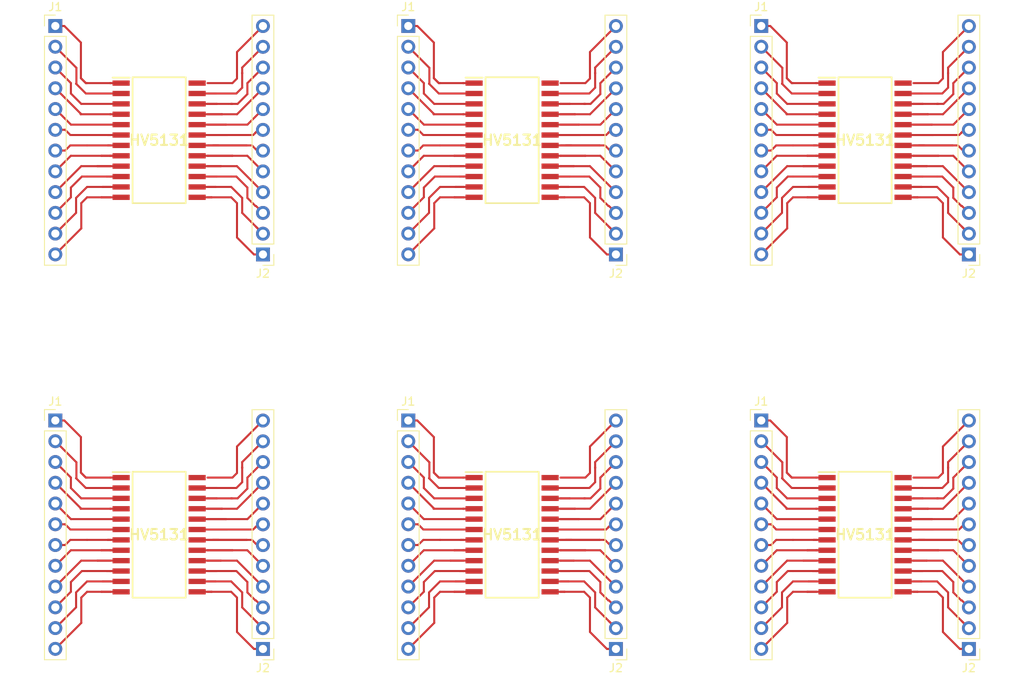
<source format=kicad_pcb>
(kicad_pcb (version 20171130) (host pcbnew "(5.1.2)-1")

  (general
    (thickness 1.6)
    (drawings 0)
    (tracks 870)
    (zones 0)
    (modules 18)
    (nets 25)
  )

  (page A4)
  (layers
    (0 F.Cu signal)
    (31 B.Cu signal)
    (32 B.Adhes user)
    (33 F.Adhes user)
    (34 B.Paste user)
    (35 F.Paste user)
    (36 B.SilkS user)
    (37 F.SilkS user)
    (38 B.Mask user)
    (39 F.Mask user)
    (40 Dwgs.User user)
    (41 Cmts.User user)
    (42 Eco1.User user)
    (43 Eco2.User user)
    (44 Edge.Cuts user)
    (45 Margin user)
    (46 B.CrtYd user)
    (47 F.CrtYd user)
    (48 B.Fab user)
    (49 F.Fab user)
  )

  (setup
    (last_trace_width 0.25)
    (trace_clearance 0.2)
    (zone_clearance 0.508)
    (zone_45_only no)
    (trace_min 0.2)
    (via_size 0.8)
    (via_drill 0.4)
    (via_min_size 0.4)
    (via_min_drill 0.3)
    (uvia_size 0.3)
    (uvia_drill 0.1)
    (uvias_allowed no)
    (uvia_min_size 0.2)
    (uvia_min_drill 0.1)
    (edge_width 0.05)
    (segment_width 0.2)
    (pcb_text_width 0.3)
    (pcb_text_size 1.5 1.5)
    (mod_edge_width 0.12)
    (mod_text_size 1 1)
    (mod_text_width 0.15)
    (pad_size 1.524 1.524)
    (pad_drill 0.762)
    (pad_to_mask_clearance 0.051)
    (solder_mask_min_width 0.25)
    (aux_axis_origin 0 0)
    (visible_elements FFFFF77F)
    (pcbplotparams
      (layerselection 0x010fc_ffffffff)
      (usegerberextensions false)
      (usegerberattributes false)
      (usegerberadvancedattributes false)
      (creategerberjobfile false)
      (excludeedgelayer true)
      (linewidth 0.100000)
      (plotframeref false)
      (viasonmask false)
      (mode 1)
      (useauxorigin false)
      (hpglpennumber 1)
      (hpglpenspeed 20)
      (hpglpendiameter 15.000000)
      (psnegative false)
      (psa4output false)
      (plotreference true)
      (plotvalue true)
      (plotinvisibletext false)
      (padsonsilk false)
      (subtractmaskfromsilk false)
      (outputformat 1)
      (mirror false)
      (drillshape 1)
      (scaleselection 1)
      (outputdirectory ""))
  )

  (net 0 "")
  (net 1 "Net-(HV5131-Pad24)")
  (net 2 "Net-(HV5131-Pad23)")
  (net 3 "Net-(HV5131-Pad22)")
  (net 4 "Net-(HV5131-Pad21)")
  (net 5 "Net-(HV5131-Pad20)")
  (net 6 "Net-(HV5131-Pad19)")
  (net 7 "Net-(HV5131-Pad18)")
  (net 8 "Net-(HV5131-Pad17)")
  (net 9 "Net-(HV5131-Pad16)")
  (net 10 "Net-(HV5131-Pad15)")
  (net 11 "Net-(HV5131-Pad14)")
  (net 12 "Net-(HV5131-Pad13)")
  (net 13 "Net-(HV5131-Pad12)")
  (net 14 "Net-(HV5131-Pad11)")
  (net 15 "Net-(HV5131-Pad10)")
  (net 16 "Net-(HV5131-Pad9)")
  (net 17 "Net-(HV5131-Pad8)")
  (net 18 "Net-(HV5131-Pad7)")
  (net 19 "Net-(HV5131-Pad6)")
  (net 20 "Net-(HV5131-Pad5)")
  (net 21 "Net-(HV5131-Pad4)")
  (net 22 "Net-(HV5131-Pad3)")
  (net 23 "Net-(HV5131-Pad2)")
  (net 24 "Net-(HV5131-Pad1)")

  (net_class Default "Ceci est la Netclass par défaut."
    (clearance 0.2)
    (trace_width 0.25)
    (via_dia 0.8)
    (via_drill 0.4)
    (uvia_dia 0.3)
    (uvia_drill 0.1)
    (add_net "Net-(HV5131-Pad1)")
    (add_net "Net-(HV5131-Pad10)")
    (add_net "Net-(HV5131-Pad11)")
    (add_net "Net-(HV5131-Pad12)")
    (add_net "Net-(HV5131-Pad13)")
    (add_net "Net-(HV5131-Pad14)")
    (add_net "Net-(HV5131-Pad15)")
    (add_net "Net-(HV5131-Pad16)")
    (add_net "Net-(HV5131-Pad17)")
    (add_net "Net-(HV5131-Pad18)")
    (add_net "Net-(HV5131-Pad19)")
    (add_net "Net-(HV5131-Pad2)")
    (add_net "Net-(HV5131-Pad20)")
    (add_net "Net-(HV5131-Pad21)")
    (add_net "Net-(HV5131-Pad22)")
    (add_net "Net-(HV5131-Pad23)")
    (add_net "Net-(HV5131-Pad24)")
    (add_net "Net-(HV5131-Pad3)")
    (add_net "Net-(HV5131-Pad4)")
    (add_net "Net-(HV5131-Pad5)")
    (add_net "Net-(HV5131-Pad6)")
    (add_net "Net-(HV5131-Pad7)")
    (add_net "Net-(HV5131-Pad8)")
    (add_net "Net-(HV5131-Pad9)")
  )

  (module Connector_PinHeader_2.54mm:PinHeader_1x12_P2.54mm_Vertical (layer F.Cu) (tedit 59FED5CC) (tstamp 5CE5D2C3)
    (at 186.69 136.455001 180)
    (descr "Through hole straight pin header, 1x12, 2.54mm pitch, single row")
    (tags "Through hole pin header THT 1x12 2.54mm single row")
    (path /5CE700C3)
    (fp_text reference J2 (at 0 -2.33) (layer F.SilkS)
      (effects (font (size 1 1) (thickness 0.15)))
    )
    (fp_text value Conn_01x12_Male (at 0 30.27) (layer F.Fab)
      (effects (font (size 1 1) (thickness 0.15)))
    )
    (fp_line (start -0.635 -1.27) (end 1.27 -1.27) (layer F.Fab) (width 0.1))
    (fp_line (start 1.27 -1.27) (end 1.27 29.21) (layer F.Fab) (width 0.1))
    (fp_line (start 1.27 29.21) (end -1.27 29.21) (layer F.Fab) (width 0.1))
    (fp_line (start -1.27 29.21) (end -1.27 -0.635) (layer F.Fab) (width 0.1))
    (fp_line (start -1.27 -0.635) (end -0.635 -1.27) (layer F.Fab) (width 0.1))
    (fp_line (start -1.33 29.27) (end 1.33 29.27) (layer F.SilkS) (width 0.12))
    (fp_line (start -1.33 1.27) (end -1.33 29.27) (layer F.SilkS) (width 0.12))
    (fp_line (start 1.33 1.27) (end 1.33 29.27) (layer F.SilkS) (width 0.12))
    (fp_line (start -1.33 1.27) (end 1.33 1.27) (layer F.SilkS) (width 0.12))
    (fp_line (start -1.33 0) (end -1.33 -1.33) (layer F.SilkS) (width 0.12))
    (fp_line (start -1.33 -1.33) (end 0 -1.33) (layer F.SilkS) (width 0.12))
    (fp_line (start -1.8 -1.8) (end -1.8 29.75) (layer F.CrtYd) (width 0.05))
    (fp_line (start -1.8 29.75) (end 1.8 29.75) (layer F.CrtYd) (width 0.05))
    (fp_line (start 1.8 29.75) (end 1.8 -1.8) (layer F.CrtYd) (width 0.05))
    (fp_line (start 1.8 -1.8) (end -1.8 -1.8) (layer F.CrtYd) (width 0.05))
    (fp_text user %R (at 0 13.97 90) (layer F.Fab)
      (effects (font (size 1 1) (thickness 0.15)))
    )
    (pad 1 thru_hole rect (at 0 0 180) (size 1.7 1.7) (drill 1) (layers *.Cu *.Mask)
      (net 12 "Net-(HV5131-Pad13)"))
    (pad 2 thru_hole oval (at 0 2.54 180) (size 1.7 1.7) (drill 1) (layers *.Cu *.Mask)
      (net 11 "Net-(HV5131-Pad14)"))
    (pad 3 thru_hole oval (at 0 5.08 180) (size 1.7 1.7) (drill 1) (layers *.Cu *.Mask)
      (net 10 "Net-(HV5131-Pad15)"))
    (pad 4 thru_hole oval (at 0 7.62 180) (size 1.7 1.7) (drill 1) (layers *.Cu *.Mask)
      (net 9 "Net-(HV5131-Pad16)"))
    (pad 5 thru_hole oval (at 0 10.16 180) (size 1.7 1.7) (drill 1) (layers *.Cu *.Mask)
      (net 8 "Net-(HV5131-Pad17)"))
    (pad 6 thru_hole oval (at 0 12.7 180) (size 1.7 1.7) (drill 1) (layers *.Cu *.Mask)
      (net 7 "Net-(HV5131-Pad18)"))
    (pad 7 thru_hole oval (at 0 15.24 180) (size 1.7 1.7) (drill 1) (layers *.Cu *.Mask)
      (net 6 "Net-(HV5131-Pad19)"))
    (pad 8 thru_hole oval (at 0 17.78 180) (size 1.7 1.7) (drill 1) (layers *.Cu *.Mask)
      (net 5 "Net-(HV5131-Pad20)"))
    (pad 9 thru_hole oval (at 0 20.32 180) (size 1.7 1.7) (drill 1) (layers *.Cu *.Mask)
      (net 4 "Net-(HV5131-Pad21)"))
    (pad 10 thru_hole oval (at 0 22.86 180) (size 1.7 1.7) (drill 1) (layers *.Cu *.Mask)
      (net 3 "Net-(HV5131-Pad22)"))
    (pad 11 thru_hole oval (at 0 25.4 180) (size 1.7 1.7) (drill 1) (layers *.Cu *.Mask)
      (net 2 "Net-(HV5131-Pad23)"))
    (pad 12 thru_hole oval (at 0 27.94 180) (size 1.7 1.7) (drill 1) (layers *.Cu *.Mask)
      (net 1 "Net-(HV5131-Pad24)"))
    (model ${KISYS3DMOD}/Connector_PinHeader_2.54mm.3dshapes/PinHeader_1x12_P2.54mm_Vertical.wrl
      (at (xyz 0 0 0))
      (scale (xyz 1 1 1))
      (rotate (xyz 0 0 0))
    )
  )

  (module Connector_PinHeader_2.54mm:PinHeader_1x12_P2.54mm_Vertical (layer F.Cu) (tedit 59FED5CC) (tstamp 5CE5D285)
    (at 143.51 136.455001 180)
    (descr "Through hole straight pin header, 1x12, 2.54mm pitch, single row")
    (tags "Through hole pin header THT 1x12 2.54mm single row")
    (path /5CE700C3)
    (fp_text reference J2 (at 0 -2.33) (layer F.SilkS)
      (effects (font (size 1 1) (thickness 0.15)))
    )
    (fp_text value Conn_01x12_Male (at 0 30.27) (layer F.Fab)
      (effects (font (size 1 1) (thickness 0.15)))
    )
    (fp_line (start -0.635 -1.27) (end 1.27 -1.27) (layer F.Fab) (width 0.1))
    (fp_line (start 1.27 -1.27) (end 1.27 29.21) (layer F.Fab) (width 0.1))
    (fp_line (start 1.27 29.21) (end -1.27 29.21) (layer F.Fab) (width 0.1))
    (fp_line (start -1.27 29.21) (end -1.27 -0.635) (layer F.Fab) (width 0.1))
    (fp_line (start -1.27 -0.635) (end -0.635 -1.27) (layer F.Fab) (width 0.1))
    (fp_line (start -1.33 29.27) (end 1.33 29.27) (layer F.SilkS) (width 0.12))
    (fp_line (start -1.33 1.27) (end -1.33 29.27) (layer F.SilkS) (width 0.12))
    (fp_line (start 1.33 1.27) (end 1.33 29.27) (layer F.SilkS) (width 0.12))
    (fp_line (start -1.33 1.27) (end 1.33 1.27) (layer F.SilkS) (width 0.12))
    (fp_line (start -1.33 0) (end -1.33 -1.33) (layer F.SilkS) (width 0.12))
    (fp_line (start -1.33 -1.33) (end 0 -1.33) (layer F.SilkS) (width 0.12))
    (fp_line (start -1.8 -1.8) (end -1.8 29.75) (layer F.CrtYd) (width 0.05))
    (fp_line (start -1.8 29.75) (end 1.8 29.75) (layer F.CrtYd) (width 0.05))
    (fp_line (start 1.8 29.75) (end 1.8 -1.8) (layer F.CrtYd) (width 0.05))
    (fp_line (start 1.8 -1.8) (end -1.8 -1.8) (layer F.CrtYd) (width 0.05))
    (fp_text user %R (at 0 13.97 90) (layer F.Fab)
      (effects (font (size 1 1) (thickness 0.15)))
    )
    (pad 1 thru_hole rect (at 0 0 180) (size 1.7 1.7) (drill 1) (layers *.Cu *.Mask)
      (net 12 "Net-(HV5131-Pad13)"))
    (pad 2 thru_hole oval (at 0 2.54 180) (size 1.7 1.7) (drill 1) (layers *.Cu *.Mask)
      (net 11 "Net-(HV5131-Pad14)"))
    (pad 3 thru_hole oval (at 0 5.08 180) (size 1.7 1.7) (drill 1) (layers *.Cu *.Mask)
      (net 10 "Net-(HV5131-Pad15)"))
    (pad 4 thru_hole oval (at 0 7.62 180) (size 1.7 1.7) (drill 1) (layers *.Cu *.Mask)
      (net 9 "Net-(HV5131-Pad16)"))
    (pad 5 thru_hole oval (at 0 10.16 180) (size 1.7 1.7) (drill 1) (layers *.Cu *.Mask)
      (net 8 "Net-(HV5131-Pad17)"))
    (pad 6 thru_hole oval (at 0 12.7 180) (size 1.7 1.7) (drill 1) (layers *.Cu *.Mask)
      (net 7 "Net-(HV5131-Pad18)"))
    (pad 7 thru_hole oval (at 0 15.24 180) (size 1.7 1.7) (drill 1) (layers *.Cu *.Mask)
      (net 6 "Net-(HV5131-Pad19)"))
    (pad 8 thru_hole oval (at 0 17.78 180) (size 1.7 1.7) (drill 1) (layers *.Cu *.Mask)
      (net 5 "Net-(HV5131-Pad20)"))
    (pad 9 thru_hole oval (at 0 20.32 180) (size 1.7 1.7) (drill 1) (layers *.Cu *.Mask)
      (net 4 "Net-(HV5131-Pad21)"))
    (pad 10 thru_hole oval (at 0 22.86 180) (size 1.7 1.7) (drill 1) (layers *.Cu *.Mask)
      (net 3 "Net-(HV5131-Pad22)"))
    (pad 11 thru_hole oval (at 0 25.4 180) (size 1.7 1.7) (drill 1) (layers *.Cu *.Mask)
      (net 2 "Net-(HV5131-Pad23)"))
    (pad 12 thru_hole oval (at 0 27.94 180) (size 1.7 1.7) (drill 1) (layers *.Cu *.Mask)
      (net 1 "Net-(HV5131-Pad24)"))
    (model ${KISYS3DMOD}/Connector_PinHeader_2.54mm.3dshapes/PinHeader_1x12_P2.54mm_Vertical.wrl
      (at (xyz 0 0 0))
      (scale (xyz 1 1 1))
      (rotate (xyz 0 0 0))
    )
  )

  (module Connector_PinHeader_2.54mm:PinHeader_1x12_P2.54mm_Vertical (layer F.Cu) (tedit 59FED5CC) (tstamp 5CE5D247)
    (at 100.33 136.455001 180)
    (descr "Through hole straight pin header, 1x12, 2.54mm pitch, single row")
    (tags "Through hole pin header THT 1x12 2.54mm single row")
    (path /5CE700C3)
    (fp_text reference J2 (at 0 -2.33) (layer F.SilkS)
      (effects (font (size 1 1) (thickness 0.15)))
    )
    (fp_text value Conn_01x12_Male (at 0 30.27) (layer F.Fab)
      (effects (font (size 1 1) (thickness 0.15)))
    )
    (fp_line (start -0.635 -1.27) (end 1.27 -1.27) (layer F.Fab) (width 0.1))
    (fp_line (start 1.27 -1.27) (end 1.27 29.21) (layer F.Fab) (width 0.1))
    (fp_line (start 1.27 29.21) (end -1.27 29.21) (layer F.Fab) (width 0.1))
    (fp_line (start -1.27 29.21) (end -1.27 -0.635) (layer F.Fab) (width 0.1))
    (fp_line (start -1.27 -0.635) (end -0.635 -1.27) (layer F.Fab) (width 0.1))
    (fp_line (start -1.33 29.27) (end 1.33 29.27) (layer F.SilkS) (width 0.12))
    (fp_line (start -1.33 1.27) (end -1.33 29.27) (layer F.SilkS) (width 0.12))
    (fp_line (start 1.33 1.27) (end 1.33 29.27) (layer F.SilkS) (width 0.12))
    (fp_line (start -1.33 1.27) (end 1.33 1.27) (layer F.SilkS) (width 0.12))
    (fp_line (start -1.33 0) (end -1.33 -1.33) (layer F.SilkS) (width 0.12))
    (fp_line (start -1.33 -1.33) (end 0 -1.33) (layer F.SilkS) (width 0.12))
    (fp_line (start -1.8 -1.8) (end -1.8 29.75) (layer F.CrtYd) (width 0.05))
    (fp_line (start -1.8 29.75) (end 1.8 29.75) (layer F.CrtYd) (width 0.05))
    (fp_line (start 1.8 29.75) (end 1.8 -1.8) (layer F.CrtYd) (width 0.05))
    (fp_line (start 1.8 -1.8) (end -1.8 -1.8) (layer F.CrtYd) (width 0.05))
    (fp_text user %R (at 0 13.97 90) (layer F.Fab)
      (effects (font (size 1 1) (thickness 0.15)))
    )
    (pad 1 thru_hole rect (at 0 0 180) (size 1.7 1.7) (drill 1) (layers *.Cu *.Mask)
      (net 12 "Net-(HV5131-Pad13)"))
    (pad 2 thru_hole oval (at 0 2.54 180) (size 1.7 1.7) (drill 1) (layers *.Cu *.Mask)
      (net 11 "Net-(HV5131-Pad14)"))
    (pad 3 thru_hole oval (at 0 5.08 180) (size 1.7 1.7) (drill 1) (layers *.Cu *.Mask)
      (net 10 "Net-(HV5131-Pad15)"))
    (pad 4 thru_hole oval (at 0 7.62 180) (size 1.7 1.7) (drill 1) (layers *.Cu *.Mask)
      (net 9 "Net-(HV5131-Pad16)"))
    (pad 5 thru_hole oval (at 0 10.16 180) (size 1.7 1.7) (drill 1) (layers *.Cu *.Mask)
      (net 8 "Net-(HV5131-Pad17)"))
    (pad 6 thru_hole oval (at 0 12.7 180) (size 1.7 1.7) (drill 1) (layers *.Cu *.Mask)
      (net 7 "Net-(HV5131-Pad18)"))
    (pad 7 thru_hole oval (at 0 15.24 180) (size 1.7 1.7) (drill 1) (layers *.Cu *.Mask)
      (net 6 "Net-(HV5131-Pad19)"))
    (pad 8 thru_hole oval (at 0 17.78 180) (size 1.7 1.7) (drill 1) (layers *.Cu *.Mask)
      (net 5 "Net-(HV5131-Pad20)"))
    (pad 9 thru_hole oval (at 0 20.32 180) (size 1.7 1.7) (drill 1) (layers *.Cu *.Mask)
      (net 4 "Net-(HV5131-Pad21)"))
    (pad 10 thru_hole oval (at 0 22.86 180) (size 1.7 1.7) (drill 1) (layers *.Cu *.Mask)
      (net 3 "Net-(HV5131-Pad22)"))
    (pad 11 thru_hole oval (at 0 25.4 180) (size 1.7 1.7) (drill 1) (layers *.Cu *.Mask)
      (net 2 "Net-(HV5131-Pad23)"))
    (pad 12 thru_hole oval (at 0 27.94 180) (size 1.7 1.7) (drill 1) (layers *.Cu *.Mask)
      (net 1 "Net-(HV5131-Pad24)"))
    (model ${KISYS3DMOD}/Connector_PinHeader_2.54mm.3dshapes/PinHeader_1x12_P2.54mm_Vertical.wrl
      (at (xyz 0 0 0))
      (scale (xyz 1 1 1))
      (rotate (xyz 0 0 0))
    )
  )

  (module Connector_PinHeader_2.54mm:PinHeader_1x12_P2.54mm_Vertical (layer F.Cu) (tedit 59FED5CC) (tstamp 5CE5D209)
    (at 186.69 88.195001 180)
    (descr "Through hole straight pin header, 1x12, 2.54mm pitch, single row")
    (tags "Through hole pin header THT 1x12 2.54mm single row")
    (path /5CE700C3)
    (fp_text reference J2 (at 0 -2.33) (layer F.SilkS)
      (effects (font (size 1 1) (thickness 0.15)))
    )
    (fp_text value Conn_01x12_Male (at 0 30.27) (layer F.Fab)
      (effects (font (size 1 1) (thickness 0.15)))
    )
    (fp_line (start -0.635 -1.27) (end 1.27 -1.27) (layer F.Fab) (width 0.1))
    (fp_line (start 1.27 -1.27) (end 1.27 29.21) (layer F.Fab) (width 0.1))
    (fp_line (start 1.27 29.21) (end -1.27 29.21) (layer F.Fab) (width 0.1))
    (fp_line (start -1.27 29.21) (end -1.27 -0.635) (layer F.Fab) (width 0.1))
    (fp_line (start -1.27 -0.635) (end -0.635 -1.27) (layer F.Fab) (width 0.1))
    (fp_line (start -1.33 29.27) (end 1.33 29.27) (layer F.SilkS) (width 0.12))
    (fp_line (start -1.33 1.27) (end -1.33 29.27) (layer F.SilkS) (width 0.12))
    (fp_line (start 1.33 1.27) (end 1.33 29.27) (layer F.SilkS) (width 0.12))
    (fp_line (start -1.33 1.27) (end 1.33 1.27) (layer F.SilkS) (width 0.12))
    (fp_line (start -1.33 0) (end -1.33 -1.33) (layer F.SilkS) (width 0.12))
    (fp_line (start -1.33 -1.33) (end 0 -1.33) (layer F.SilkS) (width 0.12))
    (fp_line (start -1.8 -1.8) (end -1.8 29.75) (layer F.CrtYd) (width 0.05))
    (fp_line (start -1.8 29.75) (end 1.8 29.75) (layer F.CrtYd) (width 0.05))
    (fp_line (start 1.8 29.75) (end 1.8 -1.8) (layer F.CrtYd) (width 0.05))
    (fp_line (start 1.8 -1.8) (end -1.8 -1.8) (layer F.CrtYd) (width 0.05))
    (fp_text user %R (at 0 13.97 90) (layer F.Fab)
      (effects (font (size 1 1) (thickness 0.15)))
    )
    (pad 1 thru_hole rect (at 0 0 180) (size 1.7 1.7) (drill 1) (layers *.Cu *.Mask)
      (net 12 "Net-(HV5131-Pad13)"))
    (pad 2 thru_hole oval (at 0 2.54 180) (size 1.7 1.7) (drill 1) (layers *.Cu *.Mask)
      (net 11 "Net-(HV5131-Pad14)"))
    (pad 3 thru_hole oval (at 0 5.08 180) (size 1.7 1.7) (drill 1) (layers *.Cu *.Mask)
      (net 10 "Net-(HV5131-Pad15)"))
    (pad 4 thru_hole oval (at 0 7.62 180) (size 1.7 1.7) (drill 1) (layers *.Cu *.Mask)
      (net 9 "Net-(HV5131-Pad16)"))
    (pad 5 thru_hole oval (at 0 10.16 180) (size 1.7 1.7) (drill 1) (layers *.Cu *.Mask)
      (net 8 "Net-(HV5131-Pad17)"))
    (pad 6 thru_hole oval (at 0 12.7 180) (size 1.7 1.7) (drill 1) (layers *.Cu *.Mask)
      (net 7 "Net-(HV5131-Pad18)"))
    (pad 7 thru_hole oval (at 0 15.24 180) (size 1.7 1.7) (drill 1) (layers *.Cu *.Mask)
      (net 6 "Net-(HV5131-Pad19)"))
    (pad 8 thru_hole oval (at 0 17.78 180) (size 1.7 1.7) (drill 1) (layers *.Cu *.Mask)
      (net 5 "Net-(HV5131-Pad20)"))
    (pad 9 thru_hole oval (at 0 20.32 180) (size 1.7 1.7) (drill 1) (layers *.Cu *.Mask)
      (net 4 "Net-(HV5131-Pad21)"))
    (pad 10 thru_hole oval (at 0 22.86 180) (size 1.7 1.7) (drill 1) (layers *.Cu *.Mask)
      (net 3 "Net-(HV5131-Pad22)"))
    (pad 11 thru_hole oval (at 0 25.4 180) (size 1.7 1.7) (drill 1) (layers *.Cu *.Mask)
      (net 2 "Net-(HV5131-Pad23)"))
    (pad 12 thru_hole oval (at 0 27.94 180) (size 1.7 1.7) (drill 1) (layers *.Cu *.Mask)
      (net 1 "Net-(HV5131-Pad24)"))
    (model ${KISYS3DMOD}/Connector_PinHeader_2.54mm.3dshapes/PinHeader_1x12_P2.54mm_Vertical.wrl
      (at (xyz 0 0 0))
      (scale (xyz 1 1 1))
      (rotate (xyz 0 0 0))
    )
  )

  (module Connector_PinHeader_2.54mm:PinHeader_1x12_P2.54mm_Vertical (layer F.Cu) (tedit 59FED5CC) (tstamp 5CE5D1CB)
    (at 143.51 88.195001 180)
    (descr "Through hole straight pin header, 1x12, 2.54mm pitch, single row")
    (tags "Through hole pin header THT 1x12 2.54mm single row")
    (path /5CE700C3)
    (fp_text reference J2 (at 0 -2.33) (layer F.SilkS)
      (effects (font (size 1 1) (thickness 0.15)))
    )
    (fp_text value Conn_01x12_Male (at 0 30.27) (layer F.Fab)
      (effects (font (size 1 1) (thickness 0.15)))
    )
    (fp_line (start -0.635 -1.27) (end 1.27 -1.27) (layer F.Fab) (width 0.1))
    (fp_line (start 1.27 -1.27) (end 1.27 29.21) (layer F.Fab) (width 0.1))
    (fp_line (start 1.27 29.21) (end -1.27 29.21) (layer F.Fab) (width 0.1))
    (fp_line (start -1.27 29.21) (end -1.27 -0.635) (layer F.Fab) (width 0.1))
    (fp_line (start -1.27 -0.635) (end -0.635 -1.27) (layer F.Fab) (width 0.1))
    (fp_line (start -1.33 29.27) (end 1.33 29.27) (layer F.SilkS) (width 0.12))
    (fp_line (start -1.33 1.27) (end -1.33 29.27) (layer F.SilkS) (width 0.12))
    (fp_line (start 1.33 1.27) (end 1.33 29.27) (layer F.SilkS) (width 0.12))
    (fp_line (start -1.33 1.27) (end 1.33 1.27) (layer F.SilkS) (width 0.12))
    (fp_line (start -1.33 0) (end -1.33 -1.33) (layer F.SilkS) (width 0.12))
    (fp_line (start -1.33 -1.33) (end 0 -1.33) (layer F.SilkS) (width 0.12))
    (fp_line (start -1.8 -1.8) (end -1.8 29.75) (layer F.CrtYd) (width 0.05))
    (fp_line (start -1.8 29.75) (end 1.8 29.75) (layer F.CrtYd) (width 0.05))
    (fp_line (start 1.8 29.75) (end 1.8 -1.8) (layer F.CrtYd) (width 0.05))
    (fp_line (start 1.8 -1.8) (end -1.8 -1.8) (layer F.CrtYd) (width 0.05))
    (fp_text user %R (at 0 13.97 90) (layer F.Fab)
      (effects (font (size 1 1) (thickness 0.15)))
    )
    (pad 1 thru_hole rect (at 0 0 180) (size 1.7 1.7) (drill 1) (layers *.Cu *.Mask)
      (net 12 "Net-(HV5131-Pad13)"))
    (pad 2 thru_hole oval (at 0 2.54 180) (size 1.7 1.7) (drill 1) (layers *.Cu *.Mask)
      (net 11 "Net-(HV5131-Pad14)"))
    (pad 3 thru_hole oval (at 0 5.08 180) (size 1.7 1.7) (drill 1) (layers *.Cu *.Mask)
      (net 10 "Net-(HV5131-Pad15)"))
    (pad 4 thru_hole oval (at 0 7.62 180) (size 1.7 1.7) (drill 1) (layers *.Cu *.Mask)
      (net 9 "Net-(HV5131-Pad16)"))
    (pad 5 thru_hole oval (at 0 10.16 180) (size 1.7 1.7) (drill 1) (layers *.Cu *.Mask)
      (net 8 "Net-(HV5131-Pad17)"))
    (pad 6 thru_hole oval (at 0 12.7 180) (size 1.7 1.7) (drill 1) (layers *.Cu *.Mask)
      (net 7 "Net-(HV5131-Pad18)"))
    (pad 7 thru_hole oval (at 0 15.24 180) (size 1.7 1.7) (drill 1) (layers *.Cu *.Mask)
      (net 6 "Net-(HV5131-Pad19)"))
    (pad 8 thru_hole oval (at 0 17.78 180) (size 1.7 1.7) (drill 1) (layers *.Cu *.Mask)
      (net 5 "Net-(HV5131-Pad20)"))
    (pad 9 thru_hole oval (at 0 20.32 180) (size 1.7 1.7) (drill 1) (layers *.Cu *.Mask)
      (net 4 "Net-(HV5131-Pad21)"))
    (pad 10 thru_hole oval (at 0 22.86 180) (size 1.7 1.7) (drill 1) (layers *.Cu *.Mask)
      (net 3 "Net-(HV5131-Pad22)"))
    (pad 11 thru_hole oval (at 0 25.4 180) (size 1.7 1.7) (drill 1) (layers *.Cu *.Mask)
      (net 2 "Net-(HV5131-Pad23)"))
    (pad 12 thru_hole oval (at 0 27.94 180) (size 1.7 1.7) (drill 1) (layers *.Cu *.Mask)
      (net 1 "Net-(HV5131-Pad24)"))
    (model ${KISYS3DMOD}/Connector_PinHeader_2.54mm.3dshapes/PinHeader_1x12_P2.54mm_Vertical.wrl
      (at (xyz 0 0 0))
      (scale (xyz 1 1 1))
      (rotate (xyz 0 0 0))
    )
  )

  (module Connector_PinHeader_2.54mm:PinHeader_1x12_P2.54mm_Vertical (layer F.Cu) (tedit 59FED5CC) (tstamp 5CE5D16E)
    (at 161.29 108.505001)
    (descr "Through hole straight pin header, 1x12, 2.54mm pitch, single row")
    (tags "Through hole pin header THT 1x12 2.54mm single row")
    (path /5CE6EA5B)
    (fp_text reference J1 (at 0 -2.33) (layer F.SilkS)
      (effects (font (size 1 1) (thickness 0.15)))
    )
    (fp_text value Conn_01x12_Male (at 0 30.27) (layer F.Fab)
      (effects (font (size 1 1) (thickness 0.15)))
    )
    (fp_text user %R (at 0 13.97 90) (layer F.Fab)
      (effects (font (size 1 1) (thickness 0.15)))
    )
    (fp_line (start 1.8 -1.8) (end -1.8 -1.8) (layer F.CrtYd) (width 0.05))
    (fp_line (start 1.8 29.75) (end 1.8 -1.8) (layer F.CrtYd) (width 0.05))
    (fp_line (start -1.8 29.75) (end 1.8 29.75) (layer F.CrtYd) (width 0.05))
    (fp_line (start -1.8 -1.8) (end -1.8 29.75) (layer F.CrtYd) (width 0.05))
    (fp_line (start -1.33 -1.33) (end 0 -1.33) (layer F.SilkS) (width 0.12))
    (fp_line (start -1.33 0) (end -1.33 -1.33) (layer F.SilkS) (width 0.12))
    (fp_line (start -1.33 1.27) (end 1.33 1.27) (layer F.SilkS) (width 0.12))
    (fp_line (start 1.33 1.27) (end 1.33 29.27) (layer F.SilkS) (width 0.12))
    (fp_line (start -1.33 1.27) (end -1.33 29.27) (layer F.SilkS) (width 0.12))
    (fp_line (start -1.33 29.27) (end 1.33 29.27) (layer F.SilkS) (width 0.12))
    (fp_line (start -1.27 -0.635) (end -0.635 -1.27) (layer F.Fab) (width 0.1))
    (fp_line (start -1.27 29.21) (end -1.27 -0.635) (layer F.Fab) (width 0.1))
    (fp_line (start 1.27 29.21) (end -1.27 29.21) (layer F.Fab) (width 0.1))
    (fp_line (start 1.27 -1.27) (end 1.27 29.21) (layer F.Fab) (width 0.1))
    (fp_line (start -0.635 -1.27) (end 1.27 -1.27) (layer F.Fab) (width 0.1))
    (pad 12 thru_hole oval (at 0 27.94) (size 1.7 1.7) (drill 1) (layers *.Cu *.Mask)
      (net 13 "Net-(HV5131-Pad12)"))
    (pad 11 thru_hole oval (at 0 25.4) (size 1.7 1.7) (drill 1) (layers *.Cu *.Mask)
      (net 14 "Net-(HV5131-Pad11)"))
    (pad 10 thru_hole oval (at 0 22.86) (size 1.7 1.7) (drill 1) (layers *.Cu *.Mask)
      (net 15 "Net-(HV5131-Pad10)"))
    (pad 9 thru_hole oval (at 0 20.32) (size 1.7 1.7) (drill 1) (layers *.Cu *.Mask)
      (net 16 "Net-(HV5131-Pad9)"))
    (pad 8 thru_hole oval (at 0 17.78) (size 1.7 1.7) (drill 1) (layers *.Cu *.Mask)
      (net 17 "Net-(HV5131-Pad8)"))
    (pad 7 thru_hole oval (at 0 15.24) (size 1.7 1.7) (drill 1) (layers *.Cu *.Mask)
      (net 18 "Net-(HV5131-Pad7)"))
    (pad 6 thru_hole oval (at 0 12.7) (size 1.7 1.7) (drill 1) (layers *.Cu *.Mask)
      (net 19 "Net-(HV5131-Pad6)"))
    (pad 5 thru_hole oval (at 0 10.16) (size 1.7 1.7) (drill 1) (layers *.Cu *.Mask)
      (net 20 "Net-(HV5131-Pad5)"))
    (pad 4 thru_hole oval (at 0 7.62) (size 1.7 1.7) (drill 1) (layers *.Cu *.Mask)
      (net 21 "Net-(HV5131-Pad4)"))
    (pad 3 thru_hole oval (at 0 5.08) (size 1.7 1.7) (drill 1) (layers *.Cu *.Mask)
      (net 22 "Net-(HV5131-Pad3)"))
    (pad 2 thru_hole oval (at 0 2.54) (size 1.7 1.7) (drill 1) (layers *.Cu *.Mask)
      (net 23 "Net-(HV5131-Pad2)"))
    (pad 1 thru_hole rect (at 0 0) (size 1.7 1.7) (drill 1) (layers *.Cu *.Mask)
      (net 24 "Net-(HV5131-Pad1)"))
    (model ${KISYS3DMOD}/Connector_PinHeader_2.54mm.3dshapes/PinHeader_1x12_P2.54mm_Vertical.wrl
      (at (xyz 0 0 0))
      (scale (xyz 1 1 1))
      (rotate (xyz 0 0 0))
    )
  )

  (module Connector_PinHeader_2.54mm:PinHeader_1x12_P2.54mm_Vertical (layer F.Cu) (tedit 59FED5CC) (tstamp 5CE5D130)
    (at 118.11 108.505001)
    (descr "Through hole straight pin header, 1x12, 2.54mm pitch, single row")
    (tags "Through hole pin header THT 1x12 2.54mm single row")
    (path /5CE6EA5B)
    (fp_text reference J1 (at 0 -2.33) (layer F.SilkS)
      (effects (font (size 1 1) (thickness 0.15)))
    )
    (fp_text value Conn_01x12_Male (at 0 30.27) (layer F.Fab)
      (effects (font (size 1 1) (thickness 0.15)))
    )
    (fp_text user %R (at 0 13.97 90) (layer F.Fab)
      (effects (font (size 1 1) (thickness 0.15)))
    )
    (fp_line (start 1.8 -1.8) (end -1.8 -1.8) (layer F.CrtYd) (width 0.05))
    (fp_line (start 1.8 29.75) (end 1.8 -1.8) (layer F.CrtYd) (width 0.05))
    (fp_line (start -1.8 29.75) (end 1.8 29.75) (layer F.CrtYd) (width 0.05))
    (fp_line (start -1.8 -1.8) (end -1.8 29.75) (layer F.CrtYd) (width 0.05))
    (fp_line (start -1.33 -1.33) (end 0 -1.33) (layer F.SilkS) (width 0.12))
    (fp_line (start -1.33 0) (end -1.33 -1.33) (layer F.SilkS) (width 0.12))
    (fp_line (start -1.33 1.27) (end 1.33 1.27) (layer F.SilkS) (width 0.12))
    (fp_line (start 1.33 1.27) (end 1.33 29.27) (layer F.SilkS) (width 0.12))
    (fp_line (start -1.33 1.27) (end -1.33 29.27) (layer F.SilkS) (width 0.12))
    (fp_line (start -1.33 29.27) (end 1.33 29.27) (layer F.SilkS) (width 0.12))
    (fp_line (start -1.27 -0.635) (end -0.635 -1.27) (layer F.Fab) (width 0.1))
    (fp_line (start -1.27 29.21) (end -1.27 -0.635) (layer F.Fab) (width 0.1))
    (fp_line (start 1.27 29.21) (end -1.27 29.21) (layer F.Fab) (width 0.1))
    (fp_line (start 1.27 -1.27) (end 1.27 29.21) (layer F.Fab) (width 0.1))
    (fp_line (start -0.635 -1.27) (end 1.27 -1.27) (layer F.Fab) (width 0.1))
    (pad 12 thru_hole oval (at 0 27.94) (size 1.7 1.7) (drill 1) (layers *.Cu *.Mask)
      (net 13 "Net-(HV5131-Pad12)"))
    (pad 11 thru_hole oval (at 0 25.4) (size 1.7 1.7) (drill 1) (layers *.Cu *.Mask)
      (net 14 "Net-(HV5131-Pad11)"))
    (pad 10 thru_hole oval (at 0 22.86) (size 1.7 1.7) (drill 1) (layers *.Cu *.Mask)
      (net 15 "Net-(HV5131-Pad10)"))
    (pad 9 thru_hole oval (at 0 20.32) (size 1.7 1.7) (drill 1) (layers *.Cu *.Mask)
      (net 16 "Net-(HV5131-Pad9)"))
    (pad 8 thru_hole oval (at 0 17.78) (size 1.7 1.7) (drill 1) (layers *.Cu *.Mask)
      (net 17 "Net-(HV5131-Pad8)"))
    (pad 7 thru_hole oval (at 0 15.24) (size 1.7 1.7) (drill 1) (layers *.Cu *.Mask)
      (net 18 "Net-(HV5131-Pad7)"))
    (pad 6 thru_hole oval (at 0 12.7) (size 1.7 1.7) (drill 1) (layers *.Cu *.Mask)
      (net 19 "Net-(HV5131-Pad6)"))
    (pad 5 thru_hole oval (at 0 10.16) (size 1.7 1.7) (drill 1) (layers *.Cu *.Mask)
      (net 20 "Net-(HV5131-Pad5)"))
    (pad 4 thru_hole oval (at 0 7.62) (size 1.7 1.7) (drill 1) (layers *.Cu *.Mask)
      (net 21 "Net-(HV5131-Pad4)"))
    (pad 3 thru_hole oval (at 0 5.08) (size 1.7 1.7) (drill 1) (layers *.Cu *.Mask)
      (net 22 "Net-(HV5131-Pad3)"))
    (pad 2 thru_hole oval (at 0 2.54) (size 1.7 1.7) (drill 1) (layers *.Cu *.Mask)
      (net 23 "Net-(HV5131-Pad2)"))
    (pad 1 thru_hole rect (at 0 0) (size 1.7 1.7) (drill 1) (layers *.Cu *.Mask)
      (net 24 "Net-(HV5131-Pad1)"))
    (model ${KISYS3DMOD}/Connector_PinHeader_2.54mm.3dshapes/PinHeader_1x12_P2.54mm_Vertical.wrl
      (at (xyz 0 0 0))
      (scale (xyz 1 1 1))
      (rotate (xyz 0 0 0))
    )
  )

  (module Connector_PinHeader_2.54mm:PinHeader_1x12_P2.54mm_Vertical (layer F.Cu) (tedit 59FED5CC) (tstamp 5CE5D0F2)
    (at 74.93 108.505001)
    (descr "Through hole straight pin header, 1x12, 2.54mm pitch, single row")
    (tags "Through hole pin header THT 1x12 2.54mm single row")
    (path /5CE6EA5B)
    (fp_text reference J1 (at 0 -2.33) (layer F.SilkS)
      (effects (font (size 1 1) (thickness 0.15)))
    )
    (fp_text value Conn_01x12_Male (at 0 30.27) (layer F.Fab)
      (effects (font (size 1 1) (thickness 0.15)))
    )
    (fp_text user %R (at 0 13.97 90) (layer F.Fab)
      (effects (font (size 1 1) (thickness 0.15)))
    )
    (fp_line (start 1.8 -1.8) (end -1.8 -1.8) (layer F.CrtYd) (width 0.05))
    (fp_line (start 1.8 29.75) (end 1.8 -1.8) (layer F.CrtYd) (width 0.05))
    (fp_line (start -1.8 29.75) (end 1.8 29.75) (layer F.CrtYd) (width 0.05))
    (fp_line (start -1.8 -1.8) (end -1.8 29.75) (layer F.CrtYd) (width 0.05))
    (fp_line (start -1.33 -1.33) (end 0 -1.33) (layer F.SilkS) (width 0.12))
    (fp_line (start -1.33 0) (end -1.33 -1.33) (layer F.SilkS) (width 0.12))
    (fp_line (start -1.33 1.27) (end 1.33 1.27) (layer F.SilkS) (width 0.12))
    (fp_line (start 1.33 1.27) (end 1.33 29.27) (layer F.SilkS) (width 0.12))
    (fp_line (start -1.33 1.27) (end -1.33 29.27) (layer F.SilkS) (width 0.12))
    (fp_line (start -1.33 29.27) (end 1.33 29.27) (layer F.SilkS) (width 0.12))
    (fp_line (start -1.27 -0.635) (end -0.635 -1.27) (layer F.Fab) (width 0.1))
    (fp_line (start -1.27 29.21) (end -1.27 -0.635) (layer F.Fab) (width 0.1))
    (fp_line (start 1.27 29.21) (end -1.27 29.21) (layer F.Fab) (width 0.1))
    (fp_line (start 1.27 -1.27) (end 1.27 29.21) (layer F.Fab) (width 0.1))
    (fp_line (start -0.635 -1.27) (end 1.27 -1.27) (layer F.Fab) (width 0.1))
    (pad 12 thru_hole oval (at 0 27.94) (size 1.7 1.7) (drill 1) (layers *.Cu *.Mask)
      (net 13 "Net-(HV5131-Pad12)"))
    (pad 11 thru_hole oval (at 0 25.4) (size 1.7 1.7) (drill 1) (layers *.Cu *.Mask)
      (net 14 "Net-(HV5131-Pad11)"))
    (pad 10 thru_hole oval (at 0 22.86) (size 1.7 1.7) (drill 1) (layers *.Cu *.Mask)
      (net 15 "Net-(HV5131-Pad10)"))
    (pad 9 thru_hole oval (at 0 20.32) (size 1.7 1.7) (drill 1) (layers *.Cu *.Mask)
      (net 16 "Net-(HV5131-Pad9)"))
    (pad 8 thru_hole oval (at 0 17.78) (size 1.7 1.7) (drill 1) (layers *.Cu *.Mask)
      (net 17 "Net-(HV5131-Pad8)"))
    (pad 7 thru_hole oval (at 0 15.24) (size 1.7 1.7) (drill 1) (layers *.Cu *.Mask)
      (net 18 "Net-(HV5131-Pad7)"))
    (pad 6 thru_hole oval (at 0 12.7) (size 1.7 1.7) (drill 1) (layers *.Cu *.Mask)
      (net 19 "Net-(HV5131-Pad6)"))
    (pad 5 thru_hole oval (at 0 10.16) (size 1.7 1.7) (drill 1) (layers *.Cu *.Mask)
      (net 20 "Net-(HV5131-Pad5)"))
    (pad 4 thru_hole oval (at 0 7.62) (size 1.7 1.7) (drill 1) (layers *.Cu *.Mask)
      (net 21 "Net-(HV5131-Pad4)"))
    (pad 3 thru_hole oval (at 0 5.08) (size 1.7 1.7) (drill 1) (layers *.Cu *.Mask)
      (net 22 "Net-(HV5131-Pad3)"))
    (pad 2 thru_hole oval (at 0 2.54) (size 1.7 1.7) (drill 1) (layers *.Cu *.Mask)
      (net 23 "Net-(HV5131-Pad2)"))
    (pad 1 thru_hole rect (at 0 0) (size 1.7 1.7) (drill 1) (layers *.Cu *.Mask)
      (net 24 "Net-(HV5131-Pad1)"))
    (model ${KISYS3DMOD}/Connector_PinHeader_2.54mm.3dshapes/PinHeader_1x12_P2.54mm_Vertical.wrl
      (at (xyz 0 0 0))
      (scale (xyz 1 1 1))
      (rotate (xyz 0 0 0))
    )
  )

  (module Connector_PinHeader_2.54mm:PinHeader_1x12_P2.54mm_Vertical (layer F.Cu) (tedit 59FED5CC) (tstamp 5CE5D0B4)
    (at 161.29 60.245001)
    (descr "Through hole straight pin header, 1x12, 2.54mm pitch, single row")
    (tags "Through hole pin header THT 1x12 2.54mm single row")
    (path /5CE6EA5B)
    (fp_text reference J1 (at 0 -2.33) (layer F.SilkS)
      (effects (font (size 1 1) (thickness 0.15)))
    )
    (fp_text value Conn_01x12_Male (at 0 30.27) (layer F.Fab)
      (effects (font (size 1 1) (thickness 0.15)))
    )
    (fp_text user %R (at 0 13.97 90) (layer F.Fab)
      (effects (font (size 1 1) (thickness 0.15)))
    )
    (fp_line (start 1.8 -1.8) (end -1.8 -1.8) (layer F.CrtYd) (width 0.05))
    (fp_line (start 1.8 29.75) (end 1.8 -1.8) (layer F.CrtYd) (width 0.05))
    (fp_line (start -1.8 29.75) (end 1.8 29.75) (layer F.CrtYd) (width 0.05))
    (fp_line (start -1.8 -1.8) (end -1.8 29.75) (layer F.CrtYd) (width 0.05))
    (fp_line (start -1.33 -1.33) (end 0 -1.33) (layer F.SilkS) (width 0.12))
    (fp_line (start -1.33 0) (end -1.33 -1.33) (layer F.SilkS) (width 0.12))
    (fp_line (start -1.33 1.27) (end 1.33 1.27) (layer F.SilkS) (width 0.12))
    (fp_line (start 1.33 1.27) (end 1.33 29.27) (layer F.SilkS) (width 0.12))
    (fp_line (start -1.33 1.27) (end -1.33 29.27) (layer F.SilkS) (width 0.12))
    (fp_line (start -1.33 29.27) (end 1.33 29.27) (layer F.SilkS) (width 0.12))
    (fp_line (start -1.27 -0.635) (end -0.635 -1.27) (layer F.Fab) (width 0.1))
    (fp_line (start -1.27 29.21) (end -1.27 -0.635) (layer F.Fab) (width 0.1))
    (fp_line (start 1.27 29.21) (end -1.27 29.21) (layer F.Fab) (width 0.1))
    (fp_line (start 1.27 -1.27) (end 1.27 29.21) (layer F.Fab) (width 0.1))
    (fp_line (start -0.635 -1.27) (end 1.27 -1.27) (layer F.Fab) (width 0.1))
    (pad 12 thru_hole oval (at 0 27.94) (size 1.7 1.7) (drill 1) (layers *.Cu *.Mask)
      (net 13 "Net-(HV5131-Pad12)"))
    (pad 11 thru_hole oval (at 0 25.4) (size 1.7 1.7) (drill 1) (layers *.Cu *.Mask)
      (net 14 "Net-(HV5131-Pad11)"))
    (pad 10 thru_hole oval (at 0 22.86) (size 1.7 1.7) (drill 1) (layers *.Cu *.Mask)
      (net 15 "Net-(HV5131-Pad10)"))
    (pad 9 thru_hole oval (at 0 20.32) (size 1.7 1.7) (drill 1) (layers *.Cu *.Mask)
      (net 16 "Net-(HV5131-Pad9)"))
    (pad 8 thru_hole oval (at 0 17.78) (size 1.7 1.7) (drill 1) (layers *.Cu *.Mask)
      (net 17 "Net-(HV5131-Pad8)"))
    (pad 7 thru_hole oval (at 0 15.24) (size 1.7 1.7) (drill 1) (layers *.Cu *.Mask)
      (net 18 "Net-(HV5131-Pad7)"))
    (pad 6 thru_hole oval (at 0 12.7) (size 1.7 1.7) (drill 1) (layers *.Cu *.Mask)
      (net 19 "Net-(HV5131-Pad6)"))
    (pad 5 thru_hole oval (at 0 10.16) (size 1.7 1.7) (drill 1) (layers *.Cu *.Mask)
      (net 20 "Net-(HV5131-Pad5)"))
    (pad 4 thru_hole oval (at 0 7.62) (size 1.7 1.7) (drill 1) (layers *.Cu *.Mask)
      (net 21 "Net-(HV5131-Pad4)"))
    (pad 3 thru_hole oval (at 0 5.08) (size 1.7 1.7) (drill 1) (layers *.Cu *.Mask)
      (net 22 "Net-(HV5131-Pad3)"))
    (pad 2 thru_hole oval (at 0 2.54) (size 1.7 1.7) (drill 1) (layers *.Cu *.Mask)
      (net 23 "Net-(HV5131-Pad2)"))
    (pad 1 thru_hole rect (at 0 0) (size 1.7 1.7) (drill 1) (layers *.Cu *.Mask)
      (net 24 "Net-(HV5131-Pad1)"))
    (model ${KISYS3DMOD}/Connector_PinHeader_2.54mm.3dshapes/PinHeader_1x12_P2.54mm_Vertical.wrl
      (at (xyz 0 0 0))
      (scale (xyz 1 1 1))
      (rotate (xyz 0 0 0))
    )
  )

  (module Connector_PinHeader_2.54mm:PinHeader_1x12_P2.54mm_Vertical (layer F.Cu) (tedit 59FED5CC) (tstamp 5CE5D076)
    (at 118.11 60.245001)
    (descr "Through hole straight pin header, 1x12, 2.54mm pitch, single row")
    (tags "Through hole pin header THT 1x12 2.54mm single row")
    (path /5CE6EA5B)
    (fp_text reference J1 (at 0 -2.33) (layer F.SilkS)
      (effects (font (size 1 1) (thickness 0.15)))
    )
    (fp_text value Conn_01x12_Male (at 0 30.27) (layer F.Fab)
      (effects (font (size 1 1) (thickness 0.15)))
    )
    (fp_text user %R (at 0 13.97 90) (layer F.Fab)
      (effects (font (size 1 1) (thickness 0.15)))
    )
    (fp_line (start 1.8 -1.8) (end -1.8 -1.8) (layer F.CrtYd) (width 0.05))
    (fp_line (start 1.8 29.75) (end 1.8 -1.8) (layer F.CrtYd) (width 0.05))
    (fp_line (start -1.8 29.75) (end 1.8 29.75) (layer F.CrtYd) (width 0.05))
    (fp_line (start -1.8 -1.8) (end -1.8 29.75) (layer F.CrtYd) (width 0.05))
    (fp_line (start -1.33 -1.33) (end 0 -1.33) (layer F.SilkS) (width 0.12))
    (fp_line (start -1.33 0) (end -1.33 -1.33) (layer F.SilkS) (width 0.12))
    (fp_line (start -1.33 1.27) (end 1.33 1.27) (layer F.SilkS) (width 0.12))
    (fp_line (start 1.33 1.27) (end 1.33 29.27) (layer F.SilkS) (width 0.12))
    (fp_line (start -1.33 1.27) (end -1.33 29.27) (layer F.SilkS) (width 0.12))
    (fp_line (start -1.33 29.27) (end 1.33 29.27) (layer F.SilkS) (width 0.12))
    (fp_line (start -1.27 -0.635) (end -0.635 -1.27) (layer F.Fab) (width 0.1))
    (fp_line (start -1.27 29.21) (end -1.27 -0.635) (layer F.Fab) (width 0.1))
    (fp_line (start 1.27 29.21) (end -1.27 29.21) (layer F.Fab) (width 0.1))
    (fp_line (start 1.27 -1.27) (end 1.27 29.21) (layer F.Fab) (width 0.1))
    (fp_line (start -0.635 -1.27) (end 1.27 -1.27) (layer F.Fab) (width 0.1))
    (pad 12 thru_hole oval (at 0 27.94) (size 1.7 1.7) (drill 1) (layers *.Cu *.Mask)
      (net 13 "Net-(HV5131-Pad12)"))
    (pad 11 thru_hole oval (at 0 25.4) (size 1.7 1.7) (drill 1) (layers *.Cu *.Mask)
      (net 14 "Net-(HV5131-Pad11)"))
    (pad 10 thru_hole oval (at 0 22.86) (size 1.7 1.7) (drill 1) (layers *.Cu *.Mask)
      (net 15 "Net-(HV5131-Pad10)"))
    (pad 9 thru_hole oval (at 0 20.32) (size 1.7 1.7) (drill 1) (layers *.Cu *.Mask)
      (net 16 "Net-(HV5131-Pad9)"))
    (pad 8 thru_hole oval (at 0 17.78) (size 1.7 1.7) (drill 1) (layers *.Cu *.Mask)
      (net 17 "Net-(HV5131-Pad8)"))
    (pad 7 thru_hole oval (at 0 15.24) (size 1.7 1.7) (drill 1) (layers *.Cu *.Mask)
      (net 18 "Net-(HV5131-Pad7)"))
    (pad 6 thru_hole oval (at 0 12.7) (size 1.7 1.7) (drill 1) (layers *.Cu *.Mask)
      (net 19 "Net-(HV5131-Pad6)"))
    (pad 5 thru_hole oval (at 0 10.16) (size 1.7 1.7) (drill 1) (layers *.Cu *.Mask)
      (net 20 "Net-(HV5131-Pad5)"))
    (pad 4 thru_hole oval (at 0 7.62) (size 1.7 1.7) (drill 1) (layers *.Cu *.Mask)
      (net 21 "Net-(HV5131-Pad4)"))
    (pad 3 thru_hole oval (at 0 5.08) (size 1.7 1.7) (drill 1) (layers *.Cu *.Mask)
      (net 22 "Net-(HV5131-Pad3)"))
    (pad 2 thru_hole oval (at 0 2.54) (size 1.7 1.7) (drill 1) (layers *.Cu *.Mask)
      (net 23 "Net-(HV5131-Pad2)"))
    (pad 1 thru_hole rect (at 0 0) (size 1.7 1.7) (drill 1) (layers *.Cu *.Mask)
      (net 24 "Net-(HV5131-Pad1)"))
    (model ${KISYS3DMOD}/Connector_PinHeader_2.54mm.3dshapes/PinHeader_1x12_P2.54mm_Vertical.wrl
      (at (xyz 0 0 0))
      (scale (xyz 1 1 1))
      (rotate (xyz 0 0 0))
    )
  )

  (module Mount_HV513:HV513 (layer F.Cu) (tedit 0) (tstamp 5CE5D003)
    (at 173.99 122.480001)
    (descr "24-Lead SOW (Wide Body) Package Outline (WG)")
    (tags "Integrated Circuit")
    (path /5CE56DB2)
    (attr smd)
    (fp_text reference HV5131 (at 0 0) (layer F.SilkS)
      (effects (font (size 1.27 1.27) (thickness 0.254)))
    )
    (fp_text value HV513 (at 0 0) (layer F.SilkS) hide
      (effects (font (size 1.27 1.27) (thickness 0.254)))
    )
    (fp_text user %R (at 0 0) (layer F.Fab)
      (effects (font (size 1.27 1.27) (thickness 0.254)))
    )
    (fp_line (start -5.95 -8.05) (end 5.95 -8.05) (layer F.CrtYd) (width 0.05))
    (fp_line (start 5.95 -8.05) (end 5.95 8.05) (layer F.CrtYd) (width 0.05))
    (fp_line (start 5.95 8.05) (end -5.95 8.05) (layer F.CrtYd) (width 0.05))
    (fp_line (start -5.95 8.05) (end -5.95 -8.05) (layer F.CrtYd) (width 0.05))
    (fp_line (start -3.75 -7.7) (end 3.75 -7.7) (layer F.Fab) (width 0.1))
    (fp_line (start 3.75 -7.7) (end 3.75 7.7) (layer F.Fab) (width 0.1))
    (fp_line (start 3.75 7.7) (end -3.75 7.7) (layer F.Fab) (width 0.1))
    (fp_line (start -3.75 7.7) (end -3.75 -7.7) (layer F.Fab) (width 0.1))
    (fp_line (start -3.75 -6.43) (end -2.48 -7.7) (layer F.Fab) (width 0.1))
    (fp_line (start -3.25 -7.7) (end 3.25 -7.7) (layer F.SilkS) (width 0.2))
    (fp_line (start 3.25 -7.7) (end 3.25 7.7) (layer F.SilkS) (width 0.2))
    (fp_line (start 3.25 7.7) (end -3.25 7.7) (layer F.SilkS) (width 0.2))
    (fp_line (start -3.25 7.7) (end -3.25 -7.7) (layer F.SilkS) (width 0.2))
    (fp_line (start -5.7 -7.66) (end -3.6 -7.66) (layer F.SilkS) (width 0.2))
    (pad 1 smd rect (at -4.65 -6.985 90) (size 0.65 2.1) (layers F.Cu F.Paste)
      (net 24 "Net-(HV5131-Pad1)"))
    (pad 2 smd rect (at -4.65 -5.715 90) (size 0.65 2.1) (layers F.Cu F.Paste)
      (net 23 "Net-(HV5131-Pad2)"))
    (pad 3 smd rect (at -4.65 -4.445 90) (size 0.65 2.1) (layers F.Cu F.Paste)
      (net 22 "Net-(HV5131-Pad3)"))
    (pad 4 smd rect (at -4.65 -3.175 90) (size 0.65 2.1) (layers F.Cu F.Paste)
      (net 21 "Net-(HV5131-Pad4)"))
    (pad 5 smd rect (at -4.65 -1.905 90) (size 0.65 2.1) (layers F.Cu F.Paste)
      (net 20 "Net-(HV5131-Pad5)"))
    (pad 6 smd rect (at -4.65 -0.635 90) (size 0.65 2.1) (layers F.Cu F.Paste)
      (net 19 "Net-(HV5131-Pad6)"))
    (pad 7 smd rect (at -4.65 0.635 90) (size 0.65 2.1) (layers F.Cu F.Paste)
      (net 18 "Net-(HV5131-Pad7)"))
    (pad 8 smd rect (at -4.65 1.905 90) (size 0.65 2.1) (layers F.Cu F.Paste)
      (net 17 "Net-(HV5131-Pad8)"))
    (pad 9 smd rect (at -4.65 3.175 90) (size 0.65 2.1) (layers F.Cu F.Paste)
      (net 16 "Net-(HV5131-Pad9)"))
    (pad 10 smd rect (at -4.65 4.445 90) (size 0.65 2.1) (layers F.Cu F.Paste)
      (net 15 "Net-(HV5131-Pad10)"))
    (pad 11 smd rect (at -4.65 5.715 90) (size 0.65 2.1) (layers F.Cu F.Paste)
      (net 14 "Net-(HV5131-Pad11)"))
    (pad 12 smd rect (at -4.65 6.985 90) (size 0.65 2.1) (layers F.Cu F.Paste)
      (net 13 "Net-(HV5131-Pad12)"))
    (pad 13 smd rect (at 4.65 6.985 90) (size 0.65 2.1) (layers F.Cu F.Paste)
      (net 12 "Net-(HV5131-Pad13)"))
    (pad 14 smd rect (at 4.65 5.715 90) (size 0.65 2.1) (layers F.Cu F.Paste)
      (net 11 "Net-(HV5131-Pad14)"))
    (pad 15 smd rect (at 4.65 4.445 90) (size 0.65 2.1) (layers F.Cu F.Paste)
      (net 10 "Net-(HV5131-Pad15)"))
    (pad 16 smd rect (at 4.65 3.175 90) (size 0.65 2.1) (layers F.Cu F.Paste)
      (net 9 "Net-(HV5131-Pad16)"))
    (pad 17 smd rect (at 4.65 1.905 90) (size 0.65 2.1) (layers F.Cu F.Paste)
      (net 8 "Net-(HV5131-Pad17)"))
    (pad 18 smd rect (at 4.65 0.635 90) (size 0.65 2.1) (layers F.Cu F.Paste)
      (net 7 "Net-(HV5131-Pad18)"))
    (pad 19 smd rect (at 4.65 -0.635 90) (size 0.65 2.1) (layers F.Cu F.Paste)
      (net 6 "Net-(HV5131-Pad19)"))
    (pad 20 smd rect (at 4.65 -1.905 90) (size 0.65 2.1) (layers F.Cu F.Paste)
      (net 5 "Net-(HV5131-Pad20)"))
    (pad 21 smd rect (at 4.65 -3.175 90) (size 0.65 2.1) (layers F.Cu F.Paste)
      (net 4 "Net-(HV5131-Pad21)"))
    (pad 22 smd rect (at 4.65 -4.445 90) (size 0.65 2.1) (layers F.Cu F.Paste)
      (net 3 "Net-(HV5131-Pad22)"))
    (pad 23 smd rect (at 4.65 -5.715 90) (size 0.65 2.1) (layers F.Cu F.Paste)
      (net 2 "Net-(HV5131-Pad23)"))
    (pad 24 smd rect (at 4.65 -6.985 90) (size 0.65 2.1) (layers F.Cu F.Paste)
      (net 1 "Net-(HV5131-Pad24)"))
    (model HV513WG-G.stp
      (at (xyz 0 0 0))
      (scale (xyz 1 1 1))
      (rotate (xyz 0 0 0))
    )
  )

  (module Mount_HV513:HV513 (layer F.Cu) (tedit 0) (tstamp 5CE5CFAF)
    (at 130.81 122.480001)
    (descr "24-Lead SOW (Wide Body) Package Outline (WG)")
    (tags "Integrated Circuit")
    (path /5CE56DB2)
    (attr smd)
    (fp_text reference HV5131 (at 0 0) (layer F.SilkS)
      (effects (font (size 1.27 1.27) (thickness 0.254)))
    )
    (fp_text value HV513 (at 0 0) (layer F.SilkS) hide
      (effects (font (size 1.27 1.27) (thickness 0.254)))
    )
    (fp_text user %R (at 0 0) (layer F.Fab)
      (effects (font (size 1.27 1.27) (thickness 0.254)))
    )
    (fp_line (start -5.95 -8.05) (end 5.95 -8.05) (layer F.CrtYd) (width 0.05))
    (fp_line (start 5.95 -8.05) (end 5.95 8.05) (layer F.CrtYd) (width 0.05))
    (fp_line (start 5.95 8.05) (end -5.95 8.05) (layer F.CrtYd) (width 0.05))
    (fp_line (start -5.95 8.05) (end -5.95 -8.05) (layer F.CrtYd) (width 0.05))
    (fp_line (start -3.75 -7.7) (end 3.75 -7.7) (layer F.Fab) (width 0.1))
    (fp_line (start 3.75 -7.7) (end 3.75 7.7) (layer F.Fab) (width 0.1))
    (fp_line (start 3.75 7.7) (end -3.75 7.7) (layer F.Fab) (width 0.1))
    (fp_line (start -3.75 7.7) (end -3.75 -7.7) (layer F.Fab) (width 0.1))
    (fp_line (start -3.75 -6.43) (end -2.48 -7.7) (layer F.Fab) (width 0.1))
    (fp_line (start -3.25 -7.7) (end 3.25 -7.7) (layer F.SilkS) (width 0.2))
    (fp_line (start 3.25 -7.7) (end 3.25 7.7) (layer F.SilkS) (width 0.2))
    (fp_line (start 3.25 7.7) (end -3.25 7.7) (layer F.SilkS) (width 0.2))
    (fp_line (start -3.25 7.7) (end -3.25 -7.7) (layer F.SilkS) (width 0.2))
    (fp_line (start -5.7 -7.66) (end -3.6 -7.66) (layer F.SilkS) (width 0.2))
    (pad 1 smd rect (at -4.65 -6.985 90) (size 0.65 2.1) (layers F.Cu F.Paste)
      (net 24 "Net-(HV5131-Pad1)"))
    (pad 2 smd rect (at -4.65 -5.715 90) (size 0.65 2.1) (layers F.Cu F.Paste)
      (net 23 "Net-(HV5131-Pad2)"))
    (pad 3 smd rect (at -4.65 -4.445 90) (size 0.65 2.1) (layers F.Cu F.Paste)
      (net 22 "Net-(HV5131-Pad3)"))
    (pad 4 smd rect (at -4.65 -3.175 90) (size 0.65 2.1) (layers F.Cu F.Paste)
      (net 21 "Net-(HV5131-Pad4)"))
    (pad 5 smd rect (at -4.65 -1.905 90) (size 0.65 2.1) (layers F.Cu F.Paste)
      (net 20 "Net-(HV5131-Pad5)"))
    (pad 6 smd rect (at -4.65 -0.635 90) (size 0.65 2.1) (layers F.Cu F.Paste)
      (net 19 "Net-(HV5131-Pad6)"))
    (pad 7 smd rect (at -4.65 0.635 90) (size 0.65 2.1) (layers F.Cu F.Paste)
      (net 18 "Net-(HV5131-Pad7)"))
    (pad 8 smd rect (at -4.65 1.905 90) (size 0.65 2.1) (layers F.Cu F.Paste)
      (net 17 "Net-(HV5131-Pad8)"))
    (pad 9 smd rect (at -4.65 3.175 90) (size 0.65 2.1) (layers F.Cu F.Paste)
      (net 16 "Net-(HV5131-Pad9)"))
    (pad 10 smd rect (at -4.65 4.445 90) (size 0.65 2.1) (layers F.Cu F.Paste)
      (net 15 "Net-(HV5131-Pad10)"))
    (pad 11 smd rect (at -4.65 5.715 90) (size 0.65 2.1) (layers F.Cu F.Paste)
      (net 14 "Net-(HV5131-Pad11)"))
    (pad 12 smd rect (at -4.65 6.985 90) (size 0.65 2.1) (layers F.Cu F.Paste)
      (net 13 "Net-(HV5131-Pad12)"))
    (pad 13 smd rect (at 4.65 6.985 90) (size 0.65 2.1) (layers F.Cu F.Paste)
      (net 12 "Net-(HV5131-Pad13)"))
    (pad 14 smd rect (at 4.65 5.715 90) (size 0.65 2.1) (layers F.Cu F.Paste)
      (net 11 "Net-(HV5131-Pad14)"))
    (pad 15 smd rect (at 4.65 4.445 90) (size 0.65 2.1) (layers F.Cu F.Paste)
      (net 10 "Net-(HV5131-Pad15)"))
    (pad 16 smd rect (at 4.65 3.175 90) (size 0.65 2.1) (layers F.Cu F.Paste)
      (net 9 "Net-(HV5131-Pad16)"))
    (pad 17 smd rect (at 4.65 1.905 90) (size 0.65 2.1) (layers F.Cu F.Paste)
      (net 8 "Net-(HV5131-Pad17)"))
    (pad 18 smd rect (at 4.65 0.635 90) (size 0.65 2.1) (layers F.Cu F.Paste)
      (net 7 "Net-(HV5131-Pad18)"))
    (pad 19 smd rect (at 4.65 -0.635 90) (size 0.65 2.1) (layers F.Cu F.Paste)
      (net 6 "Net-(HV5131-Pad19)"))
    (pad 20 smd rect (at 4.65 -1.905 90) (size 0.65 2.1) (layers F.Cu F.Paste)
      (net 5 "Net-(HV5131-Pad20)"))
    (pad 21 smd rect (at 4.65 -3.175 90) (size 0.65 2.1) (layers F.Cu F.Paste)
      (net 4 "Net-(HV5131-Pad21)"))
    (pad 22 smd rect (at 4.65 -4.445 90) (size 0.65 2.1) (layers F.Cu F.Paste)
      (net 3 "Net-(HV5131-Pad22)"))
    (pad 23 smd rect (at 4.65 -5.715 90) (size 0.65 2.1) (layers F.Cu F.Paste)
      (net 2 "Net-(HV5131-Pad23)"))
    (pad 24 smd rect (at 4.65 -6.985 90) (size 0.65 2.1) (layers F.Cu F.Paste)
      (net 1 "Net-(HV5131-Pad24)"))
    (model HV513WG-G.stp
      (at (xyz 0 0 0))
      (scale (xyz 1 1 1))
      (rotate (xyz 0 0 0))
    )
  )

  (module Mount_HV513:HV513 (layer F.Cu) (tedit 0) (tstamp 5CE5CF5B)
    (at 87.63 122.480001)
    (descr "24-Lead SOW (Wide Body) Package Outline (WG)")
    (tags "Integrated Circuit")
    (path /5CE56DB2)
    (attr smd)
    (fp_text reference HV5131 (at 0 0) (layer F.SilkS)
      (effects (font (size 1.27 1.27) (thickness 0.254)))
    )
    (fp_text value HV513 (at 0 0) (layer F.SilkS) hide
      (effects (font (size 1.27 1.27) (thickness 0.254)))
    )
    (fp_text user %R (at 0 0) (layer F.Fab)
      (effects (font (size 1.27 1.27) (thickness 0.254)))
    )
    (fp_line (start -5.95 -8.05) (end 5.95 -8.05) (layer F.CrtYd) (width 0.05))
    (fp_line (start 5.95 -8.05) (end 5.95 8.05) (layer F.CrtYd) (width 0.05))
    (fp_line (start 5.95 8.05) (end -5.95 8.05) (layer F.CrtYd) (width 0.05))
    (fp_line (start -5.95 8.05) (end -5.95 -8.05) (layer F.CrtYd) (width 0.05))
    (fp_line (start -3.75 -7.7) (end 3.75 -7.7) (layer F.Fab) (width 0.1))
    (fp_line (start 3.75 -7.7) (end 3.75 7.7) (layer F.Fab) (width 0.1))
    (fp_line (start 3.75 7.7) (end -3.75 7.7) (layer F.Fab) (width 0.1))
    (fp_line (start -3.75 7.7) (end -3.75 -7.7) (layer F.Fab) (width 0.1))
    (fp_line (start -3.75 -6.43) (end -2.48 -7.7) (layer F.Fab) (width 0.1))
    (fp_line (start -3.25 -7.7) (end 3.25 -7.7) (layer F.SilkS) (width 0.2))
    (fp_line (start 3.25 -7.7) (end 3.25 7.7) (layer F.SilkS) (width 0.2))
    (fp_line (start 3.25 7.7) (end -3.25 7.7) (layer F.SilkS) (width 0.2))
    (fp_line (start -3.25 7.7) (end -3.25 -7.7) (layer F.SilkS) (width 0.2))
    (fp_line (start -5.7 -7.66) (end -3.6 -7.66) (layer F.SilkS) (width 0.2))
    (pad 1 smd rect (at -4.65 -6.985 90) (size 0.65 2.1) (layers F.Cu F.Paste)
      (net 24 "Net-(HV5131-Pad1)"))
    (pad 2 smd rect (at -4.65 -5.715 90) (size 0.65 2.1) (layers F.Cu F.Paste)
      (net 23 "Net-(HV5131-Pad2)"))
    (pad 3 smd rect (at -4.65 -4.445 90) (size 0.65 2.1) (layers F.Cu F.Paste)
      (net 22 "Net-(HV5131-Pad3)"))
    (pad 4 smd rect (at -4.65 -3.175 90) (size 0.65 2.1) (layers F.Cu F.Paste)
      (net 21 "Net-(HV5131-Pad4)"))
    (pad 5 smd rect (at -4.65 -1.905 90) (size 0.65 2.1) (layers F.Cu F.Paste)
      (net 20 "Net-(HV5131-Pad5)"))
    (pad 6 smd rect (at -4.65 -0.635 90) (size 0.65 2.1) (layers F.Cu F.Paste)
      (net 19 "Net-(HV5131-Pad6)"))
    (pad 7 smd rect (at -4.65 0.635 90) (size 0.65 2.1) (layers F.Cu F.Paste)
      (net 18 "Net-(HV5131-Pad7)"))
    (pad 8 smd rect (at -4.65 1.905 90) (size 0.65 2.1) (layers F.Cu F.Paste)
      (net 17 "Net-(HV5131-Pad8)"))
    (pad 9 smd rect (at -4.65 3.175 90) (size 0.65 2.1) (layers F.Cu F.Paste)
      (net 16 "Net-(HV5131-Pad9)"))
    (pad 10 smd rect (at -4.65 4.445 90) (size 0.65 2.1) (layers F.Cu F.Paste)
      (net 15 "Net-(HV5131-Pad10)"))
    (pad 11 smd rect (at -4.65 5.715 90) (size 0.65 2.1) (layers F.Cu F.Paste)
      (net 14 "Net-(HV5131-Pad11)"))
    (pad 12 smd rect (at -4.65 6.985 90) (size 0.65 2.1) (layers F.Cu F.Paste)
      (net 13 "Net-(HV5131-Pad12)"))
    (pad 13 smd rect (at 4.65 6.985 90) (size 0.65 2.1) (layers F.Cu F.Paste)
      (net 12 "Net-(HV5131-Pad13)"))
    (pad 14 smd rect (at 4.65 5.715 90) (size 0.65 2.1) (layers F.Cu F.Paste)
      (net 11 "Net-(HV5131-Pad14)"))
    (pad 15 smd rect (at 4.65 4.445 90) (size 0.65 2.1) (layers F.Cu F.Paste)
      (net 10 "Net-(HV5131-Pad15)"))
    (pad 16 smd rect (at 4.65 3.175 90) (size 0.65 2.1) (layers F.Cu F.Paste)
      (net 9 "Net-(HV5131-Pad16)"))
    (pad 17 smd rect (at 4.65 1.905 90) (size 0.65 2.1) (layers F.Cu F.Paste)
      (net 8 "Net-(HV5131-Pad17)"))
    (pad 18 smd rect (at 4.65 0.635 90) (size 0.65 2.1) (layers F.Cu F.Paste)
      (net 7 "Net-(HV5131-Pad18)"))
    (pad 19 smd rect (at 4.65 -0.635 90) (size 0.65 2.1) (layers F.Cu F.Paste)
      (net 6 "Net-(HV5131-Pad19)"))
    (pad 20 smd rect (at 4.65 -1.905 90) (size 0.65 2.1) (layers F.Cu F.Paste)
      (net 5 "Net-(HV5131-Pad20)"))
    (pad 21 smd rect (at 4.65 -3.175 90) (size 0.65 2.1) (layers F.Cu F.Paste)
      (net 4 "Net-(HV5131-Pad21)"))
    (pad 22 smd rect (at 4.65 -4.445 90) (size 0.65 2.1) (layers F.Cu F.Paste)
      (net 3 "Net-(HV5131-Pad22)"))
    (pad 23 smd rect (at 4.65 -5.715 90) (size 0.65 2.1) (layers F.Cu F.Paste)
      (net 2 "Net-(HV5131-Pad23)"))
    (pad 24 smd rect (at 4.65 -6.985 90) (size 0.65 2.1) (layers F.Cu F.Paste)
      (net 1 "Net-(HV5131-Pad24)"))
    (model HV513WG-G.stp
      (at (xyz 0 0 0))
      (scale (xyz 1 1 1))
      (rotate (xyz 0 0 0))
    )
  )

  (module Mount_HV513:HV513 (layer F.Cu) (tedit 0) (tstamp 5CE5CF07)
    (at 173.99 74.220001)
    (descr "24-Lead SOW (Wide Body) Package Outline (WG)")
    (tags "Integrated Circuit")
    (path /5CE56DB2)
    (attr smd)
    (fp_text reference HV5131 (at 0 0) (layer F.SilkS)
      (effects (font (size 1.27 1.27) (thickness 0.254)))
    )
    (fp_text value HV513 (at 0 0) (layer F.SilkS) hide
      (effects (font (size 1.27 1.27) (thickness 0.254)))
    )
    (fp_text user %R (at 0 0) (layer F.Fab)
      (effects (font (size 1.27 1.27) (thickness 0.254)))
    )
    (fp_line (start -5.95 -8.05) (end 5.95 -8.05) (layer F.CrtYd) (width 0.05))
    (fp_line (start 5.95 -8.05) (end 5.95 8.05) (layer F.CrtYd) (width 0.05))
    (fp_line (start 5.95 8.05) (end -5.95 8.05) (layer F.CrtYd) (width 0.05))
    (fp_line (start -5.95 8.05) (end -5.95 -8.05) (layer F.CrtYd) (width 0.05))
    (fp_line (start -3.75 -7.7) (end 3.75 -7.7) (layer F.Fab) (width 0.1))
    (fp_line (start 3.75 -7.7) (end 3.75 7.7) (layer F.Fab) (width 0.1))
    (fp_line (start 3.75 7.7) (end -3.75 7.7) (layer F.Fab) (width 0.1))
    (fp_line (start -3.75 7.7) (end -3.75 -7.7) (layer F.Fab) (width 0.1))
    (fp_line (start -3.75 -6.43) (end -2.48 -7.7) (layer F.Fab) (width 0.1))
    (fp_line (start -3.25 -7.7) (end 3.25 -7.7) (layer F.SilkS) (width 0.2))
    (fp_line (start 3.25 -7.7) (end 3.25 7.7) (layer F.SilkS) (width 0.2))
    (fp_line (start 3.25 7.7) (end -3.25 7.7) (layer F.SilkS) (width 0.2))
    (fp_line (start -3.25 7.7) (end -3.25 -7.7) (layer F.SilkS) (width 0.2))
    (fp_line (start -5.7 -7.66) (end -3.6 -7.66) (layer F.SilkS) (width 0.2))
    (pad 1 smd rect (at -4.65 -6.985 90) (size 0.65 2.1) (layers F.Cu F.Paste)
      (net 24 "Net-(HV5131-Pad1)"))
    (pad 2 smd rect (at -4.65 -5.715 90) (size 0.65 2.1) (layers F.Cu F.Paste)
      (net 23 "Net-(HV5131-Pad2)"))
    (pad 3 smd rect (at -4.65 -4.445 90) (size 0.65 2.1) (layers F.Cu F.Paste)
      (net 22 "Net-(HV5131-Pad3)"))
    (pad 4 smd rect (at -4.65 -3.175 90) (size 0.65 2.1) (layers F.Cu F.Paste)
      (net 21 "Net-(HV5131-Pad4)"))
    (pad 5 smd rect (at -4.65 -1.905 90) (size 0.65 2.1) (layers F.Cu F.Paste)
      (net 20 "Net-(HV5131-Pad5)"))
    (pad 6 smd rect (at -4.65 -0.635 90) (size 0.65 2.1) (layers F.Cu F.Paste)
      (net 19 "Net-(HV5131-Pad6)"))
    (pad 7 smd rect (at -4.65 0.635 90) (size 0.65 2.1) (layers F.Cu F.Paste)
      (net 18 "Net-(HV5131-Pad7)"))
    (pad 8 smd rect (at -4.65 1.905 90) (size 0.65 2.1) (layers F.Cu F.Paste)
      (net 17 "Net-(HV5131-Pad8)"))
    (pad 9 smd rect (at -4.65 3.175 90) (size 0.65 2.1) (layers F.Cu F.Paste)
      (net 16 "Net-(HV5131-Pad9)"))
    (pad 10 smd rect (at -4.65 4.445 90) (size 0.65 2.1) (layers F.Cu F.Paste)
      (net 15 "Net-(HV5131-Pad10)"))
    (pad 11 smd rect (at -4.65 5.715 90) (size 0.65 2.1) (layers F.Cu F.Paste)
      (net 14 "Net-(HV5131-Pad11)"))
    (pad 12 smd rect (at -4.65 6.985 90) (size 0.65 2.1) (layers F.Cu F.Paste)
      (net 13 "Net-(HV5131-Pad12)"))
    (pad 13 smd rect (at 4.65 6.985 90) (size 0.65 2.1) (layers F.Cu F.Paste)
      (net 12 "Net-(HV5131-Pad13)"))
    (pad 14 smd rect (at 4.65 5.715 90) (size 0.65 2.1) (layers F.Cu F.Paste)
      (net 11 "Net-(HV5131-Pad14)"))
    (pad 15 smd rect (at 4.65 4.445 90) (size 0.65 2.1) (layers F.Cu F.Paste)
      (net 10 "Net-(HV5131-Pad15)"))
    (pad 16 smd rect (at 4.65 3.175 90) (size 0.65 2.1) (layers F.Cu F.Paste)
      (net 9 "Net-(HV5131-Pad16)"))
    (pad 17 smd rect (at 4.65 1.905 90) (size 0.65 2.1) (layers F.Cu F.Paste)
      (net 8 "Net-(HV5131-Pad17)"))
    (pad 18 smd rect (at 4.65 0.635 90) (size 0.65 2.1) (layers F.Cu F.Paste)
      (net 7 "Net-(HV5131-Pad18)"))
    (pad 19 smd rect (at 4.65 -0.635 90) (size 0.65 2.1) (layers F.Cu F.Paste)
      (net 6 "Net-(HV5131-Pad19)"))
    (pad 20 smd rect (at 4.65 -1.905 90) (size 0.65 2.1) (layers F.Cu F.Paste)
      (net 5 "Net-(HV5131-Pad20)"))
    (pad 21 smd rect (at 4.65 -3.175 90) (size 0.65 2.1) (layers F.Cu F.Paste)
      (net 4 "Net-(HV5131-Pad21)"))
    (pad 22 smd rect (at 4.65 -4.445 90) (size 0.65 2.1) (layers F.Cu F.Paste)
      (net 3 "Net-(HV5131-Pad22)"))
    (pad 23 smd rect (at 4.65 -5.715 90) (size 0.65 2.1) (layers F.Cu F.Paste)
      (net 2 "Net-(HV5131-Pad23)"))
    (pad 24 smd rect (at 4.65 -6.985 90) (size 0.65 2.1) (layers F.Cu F.Paste)
      (net 1 "Net-(HV5131-Pad24)"))
    (model HV513WG-G.stp
      (at (xyz 0 0 0))
      (scale (xyz 1 1 1))
      (rotate (xyz 0 0 0))
    )
  )

  (module Mount_HV513:HV513 (layer F.Cu) (tedit 0) (tstamp 5CE5CEB3)
    (at 130.81 74.220001)
    (descr "24-Lead SOW (Wide Body) Package Outline (WG)")
    (tags "Integrated Circuit")
    (path /5CE56DB2)
    (attr smd)
    (fp_text reference HV5131 (at 0 0) (layer F.SilkS)
      (effects (font (size 1.27 1.27) (thickness 0.254)))
    )
    (fp_text value HV513 (at 0 0) (layer F.SilkS) hide
      (effects (font (size 1.27 1.27) (thickness 0.254)))
    )
    (fp_text user %R (at 0 0) (layer F.Fab)
      (effects (font (size 1.27 1.27) (thickness 0.254)))
    )
    (fp_line (start -5.95 -8.05) (end 5.95 -8.05) (layer F.CrtYd) (width 0.05))
    (fp_line (start 5.95 -8.05) (end 5.95 8.05) (layer F.CrtYd) (width 0.05))
    (fp_line (start 5.95 8.05) (end -5.95 8.05) (layer F.CrtYd) (width 0.05))
    (fp_line (start -5.95 8.05) (end -5.95 -8.05) (layer F.CrtYd) (width 0.05))
    (fp_line (start -3.75 -7.7) (end 3.75 -7.7) (layer F.Fab) (width 0.1))
    (fp_line (start 3.75 -7.7) (end 3.75 7.7) (layer F.Fab) (width 0.1))
    (fp_line (start 3.75 7.7) (end -3.75 7.7) (layer F.Fab) (width 0.1))
    (fp_line (start -3.75 7.7) (end -3.75 -7.7) (layer F.Fab) (width 0.1))
    (fp_line (start -3.75 -6.43) (end -2.48 -7.7) (layer F.Fab) (width 0.1))
    (fp_line (start -3.25 -7.7) (end 3.25 -7.7) (layer F.SilkS) (width 0.2))
    (fp_line (start 3.25 -7.7) (end 3.25 7.7) (layer F.SilkS) (width 0.2))
    (fp_line (start 3.25 7.7) (end -3.25 7.7) (layer F.SilkS) (width 0.2))
    (fp_line (start -3.25 7.7) (end -3.25 -7.7) (layer F.SilkS) (width 0.2))
    (fp_line (start -5.7 -7.66) (end -3.6 -7.66) (layer F.SilkS) (width 0.2))
    (pad 1 smd rect (at -4.65 -6.985 90) (size 0.65 2.1) (layers F.Cu F.Paste)
      (net 24 "Net-(HV5131-Pad1)"))
    (pad 2 smd rect (at -4.65 -5.715 90) (size 0.65 2.1) (layers F.Cu F.Paste)
      (net 23 "Net-(HV5131-Pad2)"))
    (pad 3 smd rect (at -4.65 -4.445 90) (size 0.65 2.1) (layers F.Cu F.Paste)
      (net 22 "Net-(HV5131-Pad3)"))
    (pad 4 smd rect (at -4.65 -3.175 90) (size 0.65 2.1) (layers F.Cu F.Paste)
      (net 21 "Net-(HV5131-Pad4)"))
    (pad 5 smd rect (at -4.65 -1.905 90) (size 0.65 2.1) (layers F.Cu F.Paste)
      (net 20 "Net-(HV5131-Pad5)"))
    (pad 6 smd rect (at -4.65 -0.635 90) (size 0.65 2.1) (layers F.Cu F.Paste)
      (net 19 "Net-(HV5131-Pad6)"))
    (pad 7 smd rect (at -4.65 0.635 90) (size 0.65 2.1) (layers F.Cu F.Paste)
      (net 18 "Net-(HV5131-Pad7)"))
    (pad 8 smd rect (at -4.65 1.905 90) (size 0.65 2.1) (layers F.Cu F.Paste)
      (net 17 "Net-(HV5131-Pad8)"))
    (pad 9 smd rect (at -4.65 3.175 90) (size 0.65 2.1) (layers F.Cu F.Paste)
      (net 16 "Net-(HV5131-Pad9)"))
    (pad 10 smd rect (at -4.65 4.445 90) (size 0.65 2.1) (layers F.Cu F.Paste)
      (net 15 "Net-(HV5131-Pad10)"))
    (pad 11 smd rect (at -4.65 5.715 90) (size 0.65 2.1) (layers F.Cu F.Paste)
      (net 14 "Net-(HV5131-Pad11)"))
    (pad 12 smd rect (at -4.65 6.985 90) (size 0.65 2.1) (layers F.Cu F.Paste)
      (net 13 "Net-(HV5131-Pad12)"))
    (pad 13 smd rect (at 4.65 6.985 90) (size 0.65 2.1) (layers F.Cu F.Paste)
      (net 12 "Net-(HV5131-Pad13)"))
    (pad 14 smd rect (at 4.65 5.715 90) (size 0.65 2.1) (layers F.Cu F.Paste)
      (net 11 "Net-(HV5131-Pad14)"))
    (pad 15 smd rect (at 4.65 4.445 90) (size 0.65 2.1) (layers F.Cu F.Paste)
      (net 10 "Net-(HV5131-Pad15)"))
    (pad 16 smd rect (at 4.65 3.175 90) (size 0.65 2.1) (layers F.Cu F.Paste)
      (net 9 "Net-(HV5131-Pad16)"))
    (pad 17 smd rect (at 4.65 1.905 90) (size 0.65 2.1) (layers F.Cu F.Paste)
      (net 8 "Net-(HV5131-Pad17)"))
    (pad 18 smd rect (at 4.65 0.635 90) (size 0.65 2.1) (layers F.Cu F.Paste)
      (net 7 "Net-(HV5131-Pad18)"))
    (pad 19 smd rect (at 4.65 -0.635 90) (size 0.65 2.1) (layers F.Cu F.Paste)
      (net 6 "Net-(HV5131-Pad19)"))
    (pad 20 smd rect (at 4.65 -1.905 90) (size 0.65 2.1) (layers F.Cu F.Paste)
      (net 5 "Net-(HV5131-Pad20)"))
    (pad 21 smd rect (at 4.65 -3.175 90) (size 0.65 2.1) (layers F.Cu F.Paste)
      (net 4 "Net-(HV5131-Pad21)"))
    (pad 22 smd rect (at 4.65 -4.445 90) (size 0.65 2.1) (layers F.Cu F.Paste)
      (net 3 "Net-(HV5131-Pad22)"))
    (pad 23 smd rect (at 4.65 -5.715 90) (size 0.65 2.1) (layers F.Cu F.Paste)
      (net 2 "Net-(HV5131-Pad23)"))
    (pad 24 smd rect (at 4.65 -6.985 90) (size 0.65 2.1) (layers F.Cu F.Paste)
      (net 1 "Net-(HV5131-Pad24)"))
    (model HV513WG-G.stp
      (at (xyz 0 0 0))
      (scale (xyz 1 1 1))
      (rotate (xyz 0 0 0))
    )
  )

  (module Mount_HV513:HV513 (layer F.Cu) (tedit 0) (tstamp 5CE56848)
    (at 87.63 74.220001)
    (descr "24-Lead SOW (Wide Body) Package Outline (WG)")
    (tags "Integrated Circuit")
    (path /5CE56DB2)
    (attr smd)
    (fp_text reference HV5131 (at 0 0) (layer F.SilkS)
      (effects (font (size 1.27 1.27) (thickness 0.254)))
    )
    (fp_text value HV513 (at 0 0) (layer F.SilkS) hide
      (effects (font (size 1.27 1.27) (thickness 0.254)))
    )
    (fp_line (start -5.7 -7.66) (end -3.6 -7.66) (layer F.SilkS) (width 0.2))
    (fp_line (start -3.25 7.7) (end -3.25 -7.7) (layer F.SilkS) (width 0.2))
    (fp_line (start 3.25 7.7) (end -3.25 7.7) (layer F.SilkS) (width 0.2))
    (fp_line (start 3.25 -7.7) (end 3.25 7.7) (layer F.SilkS) (width 0.2))
    (fp_line (start -3.25 -7.7) (end 3.25 -7.7) (layer F.SilkS) (width 0.2))
    (fp_line (start -3.75 -6.43) (end -2.48 -7.7) (layer F.Fab) (width 0.1))
    (fp_line (start -3.75 7.7) (end -3.75 -7.7) (layer F.Fab) (width 0.1))
    (fp_line (start 3.75 7.7) (end -3.75 7.7) (layer F.Fab) (width 0.1))
    (fp_line (start 3.75 -7.7) (end 3.75 7.7) (layer F.Fab) (width 0.1))
    (fp_line (start -3.75 -7.7) (end 3.75 -7.7) (layer F.Fab) (width 0.1))
    (fp_line (start -5.95 8.05) (end -5.95 -8.05) (layer F.CrtYd) (width 0.05))
    (fp_line (start 5.95 8.05) (end -5.95 8.05) (layer F.CrtYd) (width 0.05))
    (fp_line (start 5.95 -8.05) (end 5.95 8.05) (layer F.CrtYd) (width 0.05))
    (fp_line (start -5.95 -8.05) (end 5.95 -8.05) (layer F.CrtYd) (width 0.05))
    (fp_text user %R (at 0 0) (layer F.Fab)
      (effects (font (size 1.27 1.27) (thickness 0.254)))
    )
    (pad 24 smd rect (at 4.65 -6.985 90) (size 0.65 2.1) (layers F.Cu F.Paste)
      (net 1 "Net-(HV5131-Pad24)"))
    (pad 23 smd rect (at 4.65 -5.715 90) (size 0.65 2.1) (layers F.Cu F.Paste)
      (net 2 "Net-(HV5131-Pad23)"))
    (pad 22 smd rect (at 4.65 -4.445 90) (size 0.65 2.1) (layers F.Cu F.Paste)
      (net 3 "Net-(HV5131-Pad22)"))
    (pad 21 smd rect (at 4.65 -3.175 90) (size 0.65 2.1) (layers F.Cu F.Paste)
      (net 4 "Net-(HV5131-Pad21)"))
    (pad 20 smd rect (at 4.65 -1.905 90) (size 0.65 2.1) (layers F.Cu F.Paste)
      (net 5 "Net-(HV5131-Pad20)"))
    (pad 19 smd rect (at 4.65 -0.635 90) (size 0.65 2.1) (layers F.Cu F.Paste)
      (net 6 "Net-(HV5131-Pad19)"))
    (pad 18 smd rect (at 4.65 0.635 90) (size 0.65 2.1) (layers F.Cu F.Paste)
      (net 7 "Net-(HV5131-Pad18)"))
    (pad 17 smd rect (at 4.65 1.905 90) (size 0.65 2.1) (layers F.Cu F.Paste)
      (net 8 "Net-(HV5131-Pad17)"))
    (pad 16 smd rect (at 4.65 3.175 90) (size 0.65 2.1) (layers F.Cu F.Paste)
      (net 9 "Net-(HV5131-Pad16)"))
    (pad 15 smd rect (at 4.65 4.445 90) (size 0.65 2.1) (layers F.Cu F.Paste)
      (net 10 "Net-(HV5131-Pad15)"))
    (pad 14 smd rect (at 4.65 5.715 90) (size 0.65 2.1) (layers F.Cu F.Paste)
      (net 11 "Net-(HV5131-Pad14)"))
    (pad 13 smd rect (at 4.65 6.985 90) (size 0.65 2.1) (layers F.Cu F.Paste)
      (net 12 "Net-(HV5131-Pad13)"))
    (pad 12 smd rect (at -4.65 6.985 90) (size 0.65 2.1) (layers F.Cu F.Paste)
      (net 13 "Net-(HV5131-Pad12)"))
    (pad 11 smd rect (at -4.65 5.715 90) (size 0.65 2.1) (layers F.Cu F.Paste)
      (net 14 "Net-(HV5131-Pad11)"))
    (pad 10 smd rect (at -4.65 4.445 90) (size 0.65 2.1) (layers F.Cu F.Paste)
      (net 15 "Net-(HV5131-Pad10)"))
    (pad 9 smd rect (at -4.65 3.175 90) (size 0.65 2.1) (layers F.Cu F.Paste)
      (net 16 "Net-(HV5131-Pad9)"))
    (pad 8 smd rect (at -4.65 1.905 90) (size 0.65 2.1) (layers F.Cu F.Paste)
      (net 17 "Net-(HV5131-Pad8)"))
    (pad 7 smd rect (at -4.65 0.635 90) (size 0.65 2.1) (layers F.Cu F.Paste)
      (net 18 "Net-(HV5131-Pad7)"))
    (pad 6 smd rect (at -4.65 -0.635 90) (size 0.65 2.1) (layers F.Cu F.Paste)
      (net 19 "Net-(HV5131-Pad6)"))
    (pad 5 smd rect (at -4.65 -1.905 90) (size 0.65 2.1) (layers F.Cu F.Paste)
      (net 20 "Net-(HV5131-Pad5)"))
    (pad 4 smd rect (at -4.65 -3.175 90) (size 0.65 2.1) (layers F.Cu F.Paste)
      (net 21 "Net-(HV5131-Pad4)"))
    (pad 3 smd rect (at -4.65 -4.445 90) (size 0.65 2.1) (layers F.Cu F.Paste)
      (net 22 "Net-(HV5131-Pad3)"))
    (pad 2 smd rect (at -4.65 -5.715 90) (size 0.65 2.1) (layers F.Cu F.Paste)
      (net 23 "Net-(HV5131-Pad2)"))
    (pad 1 smd rect (at -4.65 -6.985 90) (size 0.65 2.1) (layers F.Cu F.Paste)
      (net 24 "Net-(HV5131-Pad1)"))
    (model HV513WG-G.stp
      (at (xyz 0 0 0))
      (scale (xyz 1 1 1))
      (rotate (xyz 0 0 0))
    )
  )

  (module Connector_PinHeader_2.54mm:PinHeader_1x12_P2.54mm_Vertical (layer F.Cu) (tedit 59FED5CC) (tstamp 5CE56868)
    (at 74.93 60.245001)
    (descr "Through hole straight pin header, 1x12, 2.54mm pitch, single row")
    (tags "Through hole pin header THT 1x12 2.54mm single row")
    (path /5CE6EA5B)
    (fp_text reference J1 (at 0 -2.33) (layer F.SilkS)
      (effects (font (size 1 1) (thickness 0.15)))
    )
    (fp_text value Conn_01x12_Male (at 0 30.27) (layer F.Fab)
      (effects (font (size 1 1) (thickness 0.15)))
    )
    (fp_line (start -0.635 -1.27) (end 1.27 -1.27) (layer F.Fab) (width 0.1))
    (fp_line (start 1.27 -1.27) (end 1.27 29.21) (layer F.Fab) (width 0.1))
    (fp_line (start 1.27 29.21) (end -1.27 29.21) (layer F.Fab) (width 0.1))
    (fp_line (start -1.27 29.21) (end -1.27 -0.635) (layer F.Fab) (width 0.1))
    (fp_line (start -1.27 -0.635) (end -0.635 -1.27) (layer F.Fab) (width 0.1))
    (fp_line (start -1.33 29.27) (end 1.33 29.27) (layer F.SilkS) (width 0.12))
    (fp_line (start -1.33 1.27) (end -1.33 29.27) (layer F.SilkS) (width 0.12))
    (fp_line (start 1.33 1.27) (end 1.33 29.27) (layer F.SilkS) (width 0.12))
    (fp_line (start -1.33 1.27) (end 1.33 1.27) (layer F.SilkS) (width 0.12))
    (fp_line (start -1.33 0) (end -1.33 -1.33) (layer F.SilkS) (width 0.12))
    (fp_line (start -1.33 -1.33) (end 0 -1.33) (layer F.SilkS) (width 0.12))
    (fp_line (start -1.8 -1.8) (end -1.8 29.75) (layer F.CrtYd) (width 0.05))
    (fp_line (start -1.8 29.75) (end 1.8 29.75) (layer F.CrtYd) (width 0.05))
    (fp_line (start 1.8 29.75) (end 1.8 -1.8) (layer F.CrtYd) (width 0.05))
    (fp_line (start 1.8 -1.8) (end -1.8 -1.8) (layer F.CrtYd) (width 0.05))
    (fp_text user %R (at 0 13.97 90) (layer F.Fab)
      (effects (font (size 1 1) (thickness 0.15)))
    )
    (pad 1 thru_hole rect (at 0 0) (size 1.7 1.7) (drill 1) (layers *.Cu *.Mask)
      (net 24 "Net-(HV5131-Pad1)"))
    (pad 2 thru_hole oval (at 0 2.54) (size 1.7 1.7) (drill 1) (layers *.Cu *.Mask)
      (net 23 "Net-(HV5131-Pad2)"))
    (pad 3 thru_hole oval (at 0 5.08) (size 1.7 1.7) (drill 1) (layers *.Cu *.Mask)
      (net 22 "Net-(HV5131-Pad3)"))
    (pad 4 thru_hole oval (at 0 7.62) (size 1.7 1.7) (drill 1) (layers *.Cu *.Mask)
      (net 21 "Net-(HV5131-Pad4)"))
    (pad 5 thru_hole oval (at 0 10.16) (size 1.7 1.7) (drill 1) (layers *.Cu *.Mask)
      (net 20 "Net-(HV5131-Pad5)"))
    (pad 6 thru_hole oval (at 0 12.7) (size 1.7 1.7) (drill 1) (layers *.Cu *.Mask)
      (net 19 "Net-(HV5131-Pad6)"))
    (pad 7 thru_hole oval (at 0 15.24) (size 1.7 1.7) (drill 1) (layers *.Cu *.Mask)
      (net 18 "Net-(HV5131-Pad7)"))
    (pad 8 thru_hole oval (at 0 17.78) (size 1.7 1.7) (drill 1) (layers *.Cu *.Mask)
      (net 17 "Net-(HV5131-Pad8)"))
    (pad 9 thru_hole oval (at 0 20.32) (size 1.7 1.7) (drill 1) (layers *.Cu *.Mask)
      (net 16 "Net-(HV5131-Pad9)"))
    (pad 10 thru_hole oval (at 0 22.86) (size 1.7 1.7) (drill 1) (layers *.Cu *.Mask)
      (net 15 "Net-(HV5131-Pad10)"))
    (pad 11 thru_hole oval (at 0 25.4) (size 1.7 1.7) (drill 1) (layers *.Cu *.Mask)
      (net 14 "Net-(HV5131-Pad11)"))
    (pad 12 thru_hole oval (at 0 27.94) (size 1.7 1.7) (drill 1) (layers *.Cu *.Mask)
      (net 13 "Net-(HV5131-Pad12)"))
    (model ${KISYS3DMOD}/Connector_PinHeader_2.54mm.3dshapes/PinHeader_1x12_P2.54mm_Vertical.wrl
      (at (xyz 0 0 0))
      (scale (xyz 1 1 1))
      (rotate (xyz 0 0 0))
    )
  )

  (module Connector_PinHeader_2.54mm:PinHeader_1x12_P2.54mm_Vertical (layer F.Cu) (tedit 59FED5CC) (tstamp 5CE56888)
    (at 100.33 88.195001 180)
    (descr "Through hole straight pin header, 1x12, 2.54mm pitch, single row")
    (tags "Through hole pin header THT 1x12 2.54mm single row")
    (path /5CE700C3)
    (fp_text reference J2 (at 0 -2.33) (layer F.SilkS)
      (effects (font (size 1 1) (thickness 0.15)))
    )
    (fp_text value Conn_01x12_Male (at 0 30.27) (layer F.Fab)
      (effects (font (size 1 1) (thickness 0.15)))
    )
    (fp_text user %R (at 0 13.97 90) (layer F.Fab)
      (effects (font (size 1 1) (thickness 0.15)))
    )
    (fp_line (start 1.8 -1.8) (end -1.8 -1.8) (layer F.CrtYd) (width 0.05))
    (fp_line (start 1.8 29.75) (end 1.8 -1.8) (layer F.CrtYd) (width 0.05))
    (fp_line (start -1.8 29.75) (end 1.8 29.75) (layer F.CrtYd) (width 0.05))
    (fp_line (start -1.8 -1.8) (end -1.8 29.75) (layer F.CrtYd) (width 0.05))
    (fp_line (start -1.33 -1.33) (end 0 -1.33) (layer F.SilkS) (width 0.12))
    (fp_line (start -1.33 0) (end -1.33 -1.33) (layer F.SilkS) (width 0.12))
    (fp_line (start -1.33 1.27) (end 1.33 1.27) (layer F.SilkS) (width 0.12))
    (fp_line (start 1.33 1.27) (end 1.33 29.27) (layer F.SilkS) (width 0.12))
    (fp_line (start -1.33 1.27) (end -1.33 29.27) (layer F.SilkS) (width 0.12))
    (fp_line (start -1.33 29.27) (end 1.33 29.27) (layer F.SilkS) (width 0.12))
    (fp_line (start -1.27 -0.635) (end -0.635 -1.27) (layer F.Fab) (width 0.1))
    (fp_line (start -1.27 29.21) (end -1.27 -0.635) (layer F.Fab) (width 0.1))
    (fp_line (start 1.27 29.21) (end -1.27 29.21) (layer F.Fab) (width 0.1))
    (fp_line (start 1.27 -1.27) (end 1.27 29.21) (layer F.Fab) (width 0.1))
    (fp_line (start -0.635 -1.27) (end 1.27 -1.27) (layer F.Fab) (width 0.1))
    (pad 12 thru_hole oval (at 0 27.94 180) (size 1.7 1.7) (drill 1) (layers *.Cu *.Mask)
      (net 1 "Net-(HV5131-Pad24)"))
    (pad 11 thru_hole oval (at 0 25.4 180) (size 1.7 1.7) (drill 1) (layers *.Cu *.Mask)
      (net 2 "Net-(HV5131-Pad23)"))
    (pad 10 thru_hole oval (at 0 22.86 180) (size 1.7 1.7) (drill 1) (layers *.Cu *.Mask)
      (net 3 "Net-(HV5131-Pad22)"))
    (pad 9 thru_hole oval (at 0 20.32 180) (size 1.7 1.7) (drill 1) (layers *.Cu *.Mask)
      (net 4 "Net-(HV5131-Pad21)"))
    (pad 8 thru_hole oval (at 0 17.78 180) (size 1.7 1.7) (drill 1) (layers *.Cu *.Mask)
      (net 5 "Net-(HV5131-Pad20)"))
    (pad 7 thru_hole oval (at 0 15.24 180) (size 1.7 1.7) (drill 1) (layers *.Cu *.Mask)
      (net 6 "Net-(HV5131-Pad19)"))
    (pad 6 thru_hole oval (at 0 12.7 180) (size 1.7 1.7) (drill 1) (layers *.Cu *.Mask)
      (net 7 "Net-(HV5131-Pad18)"))
    (pad 5 thru_hole oval (at 0 10.16 180) (size 1.7 1.7) (drill 1) (layers *.Cu *.Mask)
      (net 8 "Net-(HV5131-Pad17)"))
    (pad 4 thru_hole oval (at 0 7.62 180) (size 1.7 1.7) (drill 1) (layers *.Cu *.Mask)
      (net 9 "Net-(HV5131-Pad16)"))
    (pad 3 thru_hole oval (at 0 5.08 180) (size 1.7 1.7) (drill 1) (layers *.Cu *.Mask)
      (net 10 "Net-(HV5131-Pad15)"))
    (pad 2 thru_hole oval (at 0 2.54 180) (size 1.7 1.7) (drill 1) (layers *.Cu *.Mask)
      (net 11 "Net-(HV5131-Pad14)"))
    (pad 1 thru_hole rect (at 0 0 180) (size 1.7 1.7) (drill 1) (layers *.Cu *.Mask)
      (net 12 "Net-(HV5131-Pad13)"))
    (model ${KISYS3DMOD}/Connector_PinHeader_2.54mm.3dshapes/PinHeader_1x12_P2.54mm_Vertical.wrl
      (at (xyz 0 0 0))
      (scale (xyz 1 1 1))
      (rotate (xyz 0 0 0))
    )
  )

  (segment (start 97.155 63.430001) (end 100.33 60.255001) (width 0.25) (layer F.Cu) (net 1))
  (segment (start 97.155 66.675) (end 97.155 63.430001) (width 0.25) (layer F.Cu) (net 1))
  (segment (start 96.594999 67.235001) (end 97.155 66.675) (width 0.25) (layer F.Cu) (net 1))
  (segment (start 93.55 67.235001) (end 96.594999 67.235001) (width 0.25) (layer F.Cu) (net 1))
  (segment (start 140.335 63.430001) (end 143.51 60.255001) (width 0.25) (layer F.Cu) (net 1) (tstamp 5CE5CB1A))
  (segment (start 183.515 63.430001) (end 186.69 60.255001) (width 0.25) (layer F.Cu) (net 1) (tstamp 5CE5CB1C))
  (segment (start 97.155 111.690001) (end 100.33 108.515001) (width 0.25) (layer F.Cu) (net 1) (tstamp 5CE5CB1E))
  (segment (start 140.335 111.690001) (end 143.51 108.515001) (width 0.25) (layer F.Cu) (net 1) (tstamp 5CE5CB20))
  (segment (start 183.515 111.690001) (end 186.69 108.515001) (width 0.25) (layer F.Cu) (net 1) (tstamp 5CE5CB22))
  (segment (start 140.335 66.675) (end 140.335 63.430001) (width 0.25) (layer F.Cu) (net 1) (tstamp 5CE5CB25))
  (segment (start 183.515 66.675) (end 183.515 63.430001) (width 0.25) (layer F.Cu) (net 1) (tstamp 5CE5CB27))
  (segment (start 97.155 114.935) (end 97.155 111.690001) (width 0.25) (layer F.Cu) (net 1) (tstamp 5CE5CB29))
  (segment (start 140.335 114.935) (end 140.335 111.690001) (width 0.25) (layer F.Cu) (net 1) (tstamp 5CE5CB2B))
  (segment (start 183.515 114.935) (end 183.515 111.690001) (width 0.25) (layer F.Cu) (net 1) (tstamp 5CE5CB2D))
  (segment (start 136.73 67.235001) (end 139.774999 67.235001) (width 0.25) (layer F.Cu) (net 1) (tstamp 5CE5CB30))
  (segment (start 179.91 67.235001) (end 182.954999 67.235001) (width 0.25) (layer F.Cu) (net 1) (tstamp 5CE5CB32))
  (segment (start 93.55 115.495001) (end 96.594999 115.495001) (width 0.25) (layer F.Cu) (net 1) (tstamp 5CE5CB34))
  (segment (start 136.73 115.495001) (end 139.774999 115.495001) (width 0.25) (layer F.Cu) (net 1) (tstamp 5CE5CB36))
  (segment (start 179.91 115.495001) (end 182.954999 115.495001) (width 0.25) (layer F.Cu) (net 1) (tstamp 5CE5CB38))
  (segment (start 139.774999 67.235001) (end 140.335 66.675) (width 0.25) (layer F.Cu) (net 1) (tstamp 5CE5CB3B))
  (segment (start 182.954999 67.235001) (end 183.515 66.675) (width 0.25) (layer F.Cu) (net 1) (tstamp 5CE5CB3D))
  (segment (start 96.594999 115.495001) (end 97.155 114.935) (width 0.25) (layer F.Cu) (net 1) (tstamp 5CE5CB3F))
  (segment (start 139.774999 115.495001) (end 140.335 114.935) (width 0.25) (layer F.Cu) (net 1) (tstamp 5CE5CB41))
  (segment (start 182.954999 115.495001) (end 183.515 114.935) (width 0.25) (layer F.Cu) (net 1) (tstamp 5CE5CB43))
  (segment (start 97.080001 68.505001) (end 97.79 67.795002) (width 0.25) (layer F.Cu) (net 2))
  (segment (start 97.79 65.335001) (end 97.79 66.04) (width 0.25) (layer F.Cu) (net 2))
  (segment (start 100.33 62.795001) (end 97.79 65.335001) (width 0.25) (layer F.Cu) (net 2))
  (segment (start 97.79 67.795002) (end 97.79 66.04) (width 0.25) (layer F.Cu) (net 2))
  (segment (start 97.79 66.04) (end 97.79 65.970001) (width 0.25) (layer F.Cu) (net 2))
  (segment (start 97.080001 68.505001) (end 96.445001 68.505001) (width 0.25) (layer F.Cu) (net 2))
  (segment (start 92.28 68.505001) (end 94.689999 68.505001) (width 0.25) (layer F.Cu) (net 2))
  (segment (start 93.55 68.505001) (end 94.689999 68.505001) (width 0.25) (layer F.Cu) (net 2))
  (segment (start 94.689999 68.505001) (end 96.445001 68.505001) (width 0.25) (layer F.Cu) (net 2))
  (segment (start 140.260001 68.505001) (end 140.97 67.795002) (width 0.25) (layer F.Cu) (net 2) (tstamp 5CE5CD82))
  (segment (start 183.440001 68.505001) (end 184.15 67.795002) (width 0.25) (layer F.Cu) (net 2) (tstamp 5CE5CD84))
  (segment (start 97.080001 116.765001) (end 97.79 116.055002) (width 0.25) (layer F.Cu) (net 2) (tstamp 5CE5CD86))
  (segment (start 140.260001 116.765001) (end 140.97 116.055002) (width 0.25) (layer F.Cu) (net 2) (tstamp 5CE5CD88))
  (segment (start 183.440001 116.765001) (end 184.15 116.055002) (width 0.25) (layer F.Cu) (net 2) (tstamp 5CE5CD8A))
  (segment (start 140.97 65.335001) (end 140.97 66.04) (width 0.25) (layer F.Cu) (net 2) (tstamp 5CE5CE32))
  (segment (start 184.15 65.335001) (end 184.15 66.04) (width 0.25) (layer F.Cu) (net 2) (tstamp 5CE5CE34))
  (segment (start 97.79 113.595001) (end 97.79 114.3) (width 0.25) (layer F.Cu) (net 2) (tstamp 5CE5CE36))
  (segment (start 140.97 113.595001) (end 140.97 114.3) (width 0.25) (layer F.Cu) (net 2) (tstamp 5CE5CE38))
  (segment (start 184.15 113.595001) (end 184.15 114.3) (width 0.25) (layer F.Cu) (net 2) (tstamp 5CE5CE3A))
  (segment (start 140.97 67.795002) (end 140.97 66.04) (width 0.25) (layer F.Cu) (net 2) (tstamp 5CE5CE48))
  (segment (start 184.15 67.795002) (end 184.15 66.04) (width 0.25) (layer F.Cu) (net 2) (tstamp 5CE5CE4A))
  (segment (start 97.79 116.055002) (end 97.79 114.3) (width 0.25) (layer F.Cu) (net 2) (tstamp 5CE5CE4C))
  (segment (start 140.97 116.055002) (end 140.97 114.3) (width 0.25) (layer F.Cu) (net 2) (tstamp 5CE5CE4E))
  (segment (start 184.15 116.055002) (end 184.15 114.3) (width 0.25) (layer F.Cu) (net 2) (tstamp 5CE5CE50))
  (segment (start 140.97 66.04) (end 140.97 65.970001) (width 0.25) (layer F.Cu) (net 2) (tstamp 5CE5CE53))
  (segment (start 184.15 66.04) (end 184.15 65.970001) (width 0.25) (layer F.Cu) (net 2) (tstamp 5CE5CE55))
  (segment (start 97.79 114.3) (end 97.79 114.230001) (width 0.25) (layer F.Cu) (net 2) (tstamp 5CE5CE57))
  (segment (start 140.97 114.3) (end 140.97 114.230001) (width 0.25) (layer F.Cu) (net 2) (tstamp 5CE5CE59))
  (segment (start 184.15 114.3) (end 184.15 114.230001) (width 0.25) (layer F.Cu) (net 2) (tstamp 5CE5CE5B))
  (segment (start 143.51 62.795001) (end 140.97 65.335001) (width 0.25) (layer F.Cu) (net 2) (tstamp 5CE5CE5E))
  (segment (start 186.69 62.795001) (end 184.15 65.335001) (width 0.25) (layer F.Cu) (net 2) (tstamp 5CE5CE60))
  (segment (start 100.33 111.055001) (end 97.79 113.595001) (width 0.25) (layer F.Cu) (net 2) (tstamp 5CE5CE62))
  (segment (start 143.51 111.055001) (end 140.97 113.595001) (width 0.25) (layer F.Cu) (net 2) (tstamp 5CE5CE64))
  (segment (start 186.69 111.055001) (end 184.15 113.595001) (width 0.25) (layer F.Cu) (net 2) (tstamp 5CE5CE66))
  (segment (start 140.260001 68.505001) (end 139.625001 68.505001) (width 0.25) (layer F.Cu) (net 2) (tstamp 5CE5CE7F))
  (segment (start 183.440001 68.505001) (end 182.805001 68.505001) (width 0.25) (layer F.Cu) (net 2) (tstamp 5CE5CE81))
  (segment (start 97.080001 116.765001) (end 96.445001 116.765001) (width 0.25) (layer F.Cu) (net 2) (tstamp 5CE5CE83))
  (segment (start 140.260001 116.765001) (end 139.625001 116.765001) (width 0.25) (layer F.Cu) (net 2) (tstamp 5CE5CE85))
  (segment (start 183.440001 116.765001) (end 182.805001 116.765001) (width 0.25) (layer F.Cu) (net 2) (tstamp 5CE5CE87))
  (segment (start 137.869999 68.505001) (end 139.625001 68.505001) (width 0.25) (layer F.Cu) (net 2) (tstamp 5CE5D32E))
  (segment (start 181.049999 68.505001) (end 182.805001 68.505001) (width 0.25) (layer F.Cu) (net 2) (tstamp 5CE5D330))
  (segment (start 94.689999 116.765001) (end 96.445001 116.765001) (width 0.25) (layer F.Cu) (net 2) (tstamp 5CE5D332))
  (segment (start 137.869999 116.765001) (end 139.625001 116.765001) (width 0.25) (layer F.Cu) (net 2) (tstamp 5CE5D334))
  (segment (start 181.049999 116.765001) (end 182.805001 116.765001) (width 0.25) (layer F.Cu) (net 2) (tstamp 5CE5D336))
  (segment (start 136.73 68.505001) (end 137.869999 68.505001) (width 0.25) (layer F.Cu) (net 2) (tstamp 5CE5D34F))
  (segment (start 179.91 68.505001) (end 181.049999 68.505001) (width 0.25) (layer F.Cu) (net 2) (tstamp 5CE5D351))
  (segment (start 93.55 116.765001) (end 94.689999 116.765001) (width 0.25) (layer F.Cu) (net 2) (tstamp 5CE5D353))
  (segment (start 136.73 116.765001) (end 137.869999 116.765001) (width 0.25) (layer F.Cu) (net 2) (tstamp 5CE5D355))
  (segment (start 179.91 116.765001) (end 181.049999 116.765001) (width 0.25) (layer F.Cu) (net 2) (tstamp 5CE5D357))
  (segment (start 135.46 68.505001) (end 137.869999 68.505001) (width 0.25) (layer F.Cu) (net 2) (tstamp 5CE5D35A))
  (segment (start 178.64 68.505001) (end 181.049999 68.505001) (width 0.25) (layer F.Cu) (net 2) (tstamp 5CE5D35C))
  (segment (start 92.28 116.765001) (end 94.689999 116.765001) (width 0.25) (layer F.Cu) (net 2) (tstamp 5CE5D35E))
  (segment (start 135.46 116.765001) (end 137.869999 116.765001) (width 0.25) (layer F.Cu) (net 2) (tstamp 5CE5D360))
  (segment (start 178.64 116.765001) (end 181.049999 116.765001) (width 0.25) (layer F.Cu) (net 2) (tstamp 5CE5D362))
  (segment (start 96.445001 69.775001) (end 96.594999 69.775001) (width 0.25) (layer F.Cu) (net 3))
  (segment (start 98.425 67.240001) (end 100.33 65.335001) (width 0.25) (layer F.Cu) (net 3))
  (segment (start 98.425 68.58) (end 98.425 67.240001) (width 0.25) (layer F.Cu) (net 3))
  (segment (start 96.445001 69.775001) (end 97.229999 69.775001) (width 0.25) (layer F.Cu) (net 3))
  (segment (start 97.229999 69.775001) (end 98.425 68.58) (width 0.25) (layer F.Cu) (net 3))
  (segment (start 93.58 69.775001) (end 94.689999 69.775001) (width 0.25) (layer F.Cu) (net 3))
  (segment (start 92.28 69.775001) (end 93.58 69.775001) (width 0.25) (layer F.Cu) (net 3))
  (segment (start 93.55 69.775001) (end 94.689999 69.775001) (width 0.25) (layer F.Cu) (net 3))
  (segment (start 94.689999 69.775001) (end 96.445001 69.775001) (width 0.25) (layer F.Cu) (net 3))
  (segment (start 139.625001 69.775001) (end 139.774999 69.775001) (width 0.25) (layer F.Cu) (net 3) (tstamp 5CE5CDAE))
  (segment (start 182.805001 69.775001) (end 182.954999 69.775001) (width 0.25) (layer F.Cu) (net 3) (tstamp 5CE5CDB0))
  (segment (start 96.445001 118.035001) (end 96.594999 118.035001) (width 0.25) (layer F.Cu) (net 3) (tstamp 5CE5CDB2))
  (segment (start 139.625001 118.035001) (end 139.774999 118.035001) (width 0.25) (layer F.Cu) (net 3) (tstamp 5CE5CDB4))
  (segment (start 182.805001 118.035001) (end 182.954999 118.035001) (width 0.25) (layer F.Cu) (net 3) (tstamp 5CE5CDB6))
  (segment (start 141.605 67.240001) (end 143.51 65.335001) (width 0.25) (layer F.Cu) (net 3) (tstamp 5CE5CDC4))
  (segment (start 184.785 67.240001) (end 186.69 65.335001) (width 0.25) (layer F.Cu) (net 3) (tstamp 5CE5CDC6))
  (segment (start 98.425 115.500001) (end 100.33 113.595001) (width 0.25) (layer F.Cu) (net 3) (tstamp 5CE5CDC8))
  (segment (start 141.605 115.500001) (end 143.51 113.595001) (width 0.25) (layer F.Cu) (net 3) (tstamp 5CE5CDCA))
  (segment (start 184.785 115.500001) (end 186.69 113.595001) (width 0.25) (layer F.Cu) (net 3) (tstamp 5CE5CDCC))
  (segment (start 140.409999 69.775001) (end 141.605 68.58) (width 0.25) (layer F.Cu) (net 3) (tstamp 5CE5CDCF))
  (segment (start 183.589999 69.775001) (end 184.785 68.58) (width 0.25) (layer F.Cu) (net 3) (tstamp 5CE5CDD1))
  (segment (start 97.229999 118.035001) (end 98.425 116.84) (width 0.25) (layer F.Cu) (net 3) (tstamp 5CE5CDD3))
  (segment (start 140.409999 118.035001) (end 141.605 116.84) (width 0.25) (layer F.Cu) (net 3) (tstamp 5CE5CDD5))
  (segment (start 183.589999 118.035001) (end 184.785 116.84) (width 0.25) (layer F.Cu) (net 3) (tstamp 5CE5CDD7))
  (segment (start 141.605 68.58) (end 141.605 67.240001) (width 0.25) (layer F.Cu) (net 3) (tstamp 5CE5CDDA))
  (segment (start 184.785 68.58) (end 184.785 67.240001) (width 0.25) (layer F.Cu) (net 3) (tstamp 5CE5CDDC))
  (segment (start 98.425 116.84) (end 98.425 115.500001) (width 0.25) (layer F.Cu) (net 3) (tstamp 5CE5CDDE))
  (segment (start 141.605 116.84) (end 141.605 115.500001) (width 0.25) (layer F.Cu) (net 3) (tstamp 5CE5CDE0))
  (segment (start 184.785 116.84) (end 184.785 115.500001) (width 0.25) (layer F.Cu) (net 3) (tstamp 5CE5CDE2))
  (segment (start 139.625001 69.775001) (end 140.409999 69.775001) (width 0.25) (layer F.Cu) (net 3) (tstamp 5CE5CDE5))
  (segment (start 182.805001 69.775001) (end 183.589999 69.775001) (width 0.25) (layer F.Cu) (net 3) (tstamp 5CE5CDE7))
  (segment (start 96.445001 118.035001) (end 97.229999 118.035001) (width 0.25) (layer F.Cu) (net 3) (tstamp 5CE5CDE9))
  (segment (start 139.625001 118.035001) (end 140.409999 118.035001) (width 0.25) (layer F.Cu) (net 3) (tstamp 5CE5CDEB))
  (segment (start 182.805001 118.035001) (end 183.589999 118.035001) (width 0.25) (layer F.Cu) (net 3) (tstamp 5CE5CDED))
  (segment (start 135.46 69.775001) (end 136.76 69.775001) (width 0.25) (layer F.Cu) (net 3) (tstamp 5CE5D55F))
  (segment (start 178.64 69.775001) (end 179.94 69.775001) (width 0.25) (layer F.Cu) (net 3) (tstamp 5CE5D561))
  (segment (start 92.28 118.035001) (end 93.58 118.035001) (width 0.25) (layer F.Cu) (net 3) (tstamp 5CE5D563))
  (segment (start 135.46 118.035001) (end 136.76 118.035001) (width 0.25) (layer F.Cu) (net 3) (tstamp 5CE5D565))
  (segment (start 178.64 118.035001) (end 179.94 118.035001) (width 0.25) (layer F.Cu) (net 3) (tstamp 5CE5D567))
  (segment (start 136.73 69.775001) (end 137.869999 69.775001) (width 0.25) (layer F.Cu) (net 3) (tstamp 5CE5D56A))
  (segment (start 179.91 69.775001) (end 181.049999 69.775001) (width 0.25) (layer F.Cu) (net 3) (tstamp 5CE5D56C))
  (segment (start 93.55 118.035001) (end 94.689999 118.035001) (width 0.25) (layer F.Cu) (net 3) (tstamp 5CE5D56E))
  (segment (start 136.73 118.035001) (end 137.869999 118.035001) (width 0.25) (layer F.Cu) (net 3) (tstamp 5CE5D570))
  (segment (start 179.91 118.035001) (end 181.049999 118.035001) (width 0.25) (layer F.Cu) (net 3) (tstamp 5CE5D572))
  (segment (start 136.76 69.775001) (end 137.869999 69.775001) (width 0.25) (layer F.Cu) (net 3) (tstamp 5CE5D580))
  (segment (start 179.94 69.775001) (end 181.049999 69.775001) (width 0.25) (layer F.Cu) (net 3) (tstamp 5CE5D582))
  (segment (start 93.58 118.035001) (end 94.689999 118.035001) (width 0.25) (layer F.Cu) (net 3) (tstamp 5CE5D584))
  (segment (start 136.76 118.035001) (end 137.869999 118.035001) (width 0.25) (layer F.Cu) (net 3) (tstamp 5CE5D586))
  (segment (start 179.94 118.035001) (end 181.049999 118.035001) (width 0.25) (layer F.Cu) (net 3) (tstamp 5CE5D588))
  (segment (start 137.869999 69.775001) (end 139.625001 69.775001) (width 0.25) (layer F.Cu) (net 3) (tstamp 5CE5D58B))
  (segment (start 181.049999 69.775001) (end 182.805001 69.775001) (width 0.25) (layer F.Cu) (net 3) (tstamp 5CE5D58D))
  (segment (start 94.689999 118.035001) (end 96.445001 118.035001) (width 0.25) (layer F.Cu) (net 3) (tstamp 5CE5D58F))
  (segment (start 137.869999 118.035001) (end 139.625001 118.035001) (width 0.25) (layer F.Cu) (net 3) (tstamp 5CE5D591))
  (segment (start 181.049999 118.035001) (end 182.805001 118.035001) (width 0.25) (layer F.Cu) (net 3) (tstamp 5CE5D593))
  (segment (start 97.16 71.045001) (end 100.33 67.875001) (width 0.25) (layer F.Cu) (net 4))
  (segment (start 92.28 71.045001) (end 95.324999 71.045001) (width 0.25) (layer F.Cu) (net 4))
  (segment (start 93.55 71.045001) (end 95.324999 71.045001) (width 0.25) (layer F.Cu) (net 4))
  (segment (start 95.324999 71.045001) (end 97.16 71.045001) (width 0.25) (layer F.Cu) (net 4))
  (segment (start 140.34 71.045001) (end 143.51 67.875001) (width 0.25) (layer F.Cu) (net 4) (tstamp 5CE5CB0F))
  (segment (start 183.52 71.045001) (end 186.69 67.875001) (width 0.25) (layer F.Cu) (net 4) (tstamp 5CE5CB11))
  (segment (start 97.16 119.305001) (end 100.33 116.135001) (width 0.25) (layer F.Cu) (net 4) (tstamp 5CE5CB13))
  (segment (start 140.34 119.305001) (end 143.51 116.135001) (width 0.25) (layer F.Cu) (net 4) (tstamp 5CE5CB15))
  (segment (start 183.52 119.305001) (end 186.69 116.135001) (width 0.25) (layer F.Cu) (net 4) (tstamp 5CE5CB17))
  (segment (start 136.73 71.045001) (end 138.504999 71.045001) (width 0.25) (layer F.Cu) (net 4) (tstamp 5CE5D4E6))
  (segment (start 179.91 71.045001) (end 181.684999 71.045001) (width 0.25) (layer F.Cu) (net 4) (tstamp 5CE5D4E8))
  (segment (start 93.55 119.305001) (end 95.324999 119.305001) (width 0.25) (layer F.Cu) (net 4) (tstamp 5CE5D4EA))
  (segment (start 136.73 119.305001) (end 138.504999 119.305001) (width 0.25) (layer F.Cu) (net 4) (tstamp 5CE5D4EC))
  (segment (start 179.91 119.305001) (end 181.684999 119.305001) (width 0.25) (layer F.Cu) (net 4) (tstamp 5CE5D4EE))
  (segment (start 135.46 71.045001) (end 138.504999 71.045001) (width 0.25) (layer F.Cu) (net 4) (tstamp 5CE5D507))
  (segment (start 178.64 71.045001) (end 181.684999 71.045001) (width 0.25) (layer F.Cu) (net 4) (tstamp 5CE5D509))
  (segment (start 92.28 119.305001) (end 95.324999 119.305001) (width 0.25) (layer F.Cu) (net 4) (tstamp 5CE5D50B))
  (segment (start 135.46 119.305001) (end 138.504999 119.305001) (width 0.25) (layer F.Cu) (net 4) (tstamp 5CE5D50D))
  (segment (start 178.64 119.305001) (end 181.684999 119.305001) (width 0.25) (layer F.Cu) (net 4) (tstamp 5CE5D50F))
  (segment (start 138.504999 71.045001) (end 140.34 71.045001) (width 0.25) (layer F.Cu) (net 4) (tstamp 5CE5D512))
  (segment (start 181.684999 71.045001) (end 183.52 71.045001) (width 0.25) (layer F.Cu) (net 4) (tstamp 5CE5D514))
  (segment (start 95.324999 119.305001) (end 97.16 119.305001) (width 0.25) (layer F.Cu) (net 4) (tstamp 5CE5D516))
  (segment (start 138.504999 119.305001) (end 140.34 119.305001) (width 0.25) (layer F.Cu) (net 4) (tstamp 5CE5D518))
  (segment (start 181.684999 119.305001) (end 183.52 119.305001) (width 0.25) (layer F.Cu) (net 4) (tstamp 5CE5D51A))
  (segment (start 98.43 72.315001) (end 100.33 70.415001) (width 0.25) (layer F.Cu) (net 5))
  (segment (start 92.28 72.315001) (end 95.810001 72.315001) (width 0.25) (layer F.Cu) (net 5))
  (segment (start 93.55 72.315001) (end 95.810001 72.315001) (width 0.25) (layer F.Cu) (net 5))
  (segment (start 95.810001 72.315001) (end 98.43 72.315001) (width 0.25) (layer F.Cu) (net 5))
  (segment (start 141.61 72.315001) (end 143.51 70.415001) (width 0.25) (layer F.Cu) (net 5) (tstamp 5CE5CB46))
  (segment (start 184.79 72.315001) (end 186.69 70.415001) (width 0.25) (layer F.Cu) (net 5) (tstamp 5CE5CB48))
  (segment (start 98.43 120.575001) (end 100.33 118.675001) (width 0.25) (layer F.Cu) (net 5) (tstamp 5CE5CB4A))
  (segment (start 141.61 120.575001) (end 143.51 118.675001) (width 0.25) (layer F.Cu) (net 5) (tstamp 5CE5CB4C))
  (segment (start 184.79 120.575001) (end 186.69 118.675001) (width 0.25) (layer F.Cu) (net 5) (tstamp 5CE5CB4E))
  (segment (start 138.990001 72.315001) (end 141.61 72.315001) (width 0.25) (layer F.Cu) (net 5) (tstamp 5CE5D4AF))
  (segment (start 182.170001 72.315001) (end 184.79 72.315001) (width 0.25) (layer F.Cu) (net 5) (tstamp 5CE5D4B1))
  (segment (start 95.810001 120.575001) (end 98.43 120.575001) (width 0.25) (layer F.Cu) (net 5) (tstamp 5CE5D4B3))
  (segment (start 138.990001 120.575001) (end 141.61 120.575001) (width 0.25) (layer F.Cu) (net 5) (tstamp 5CE5D4B5))
  (segment (start 182.170001 120.575001) (end 184.79 120.575001) (width 0.25) (layer F.Cu) (net 5) (tstamp 5CE5D4B7))
  (segment (start 136.73 72.315001) (end 138.990001 72.315001) (width 0.25) (layer F.Cu) (net 5) (tstamp 5CE5D4BA))
  (segment (start 179.91 72.315001) (end 182.170001 72.315001) (width 0.25) (layer F.Cu) (net 5) (tstamp 5CE5D4BC))
  (segment (start 93.55 120.575001) (end 95.810001 120.575001) (width 0.25) (layer F.Cu) (net 5) (tstamp 5CE5D4BE))
  (segment (start 136.73 120.575001) (end 138.990001 120.575001) (width 0.25) (layer F.Cu) (net 5) (tstamp 5CE5D4C0))
  (segment (start 179.91 120.575001) (end 182.170001 120.575001) (width 0.25) (layer F.Cu) (net 5) (tstamp 5CE5D4C2))
  (segment (start 135.46 72.315001) (end 138.990001 72.315001) (width 0.25) (layer F.Cu) (net 5) (tstamp 5CE5D4FC))
  (segment (start 178.64 72.315001) (end 182.170001 72.315001) (width 0.25) (layer F.Cu) (net 5) (tstamp 5CE5D4FE))
  (segment (start 92.28 120.575001) (end 95.810001 120.575001) (width 0.25) (layer F.Cu) (net 5) (tstamp 5CE5D500))
  (segment (start 135.46 120.575001) (end 138.990001 120.575001) (width 0.25) (layer F.Cu) (net 5) (tstamp 5CE5D502))
  (segment (start 178.64 120.575001) (end 182.170001 120.575001) (width 0.25) (layer F.Cu) (net 5) (tstamp 5CE5D504))
  (segment (start 99.620001 73.097919) (end 99.762919 72.955001) (width 0.25) (layer F.Cu) (net 6))
  (segment (start 99.620001 73.099999) (end 99.620001 73.097919) (width 0.25) (layer F.Cu) (net 6))
  (segment (start 100.33 72.955001) (end 99.764999 72.955001) (width 0.25) (layer F.Cu) (net 6))
  (segment (start 99.764999 72.955001) (end 99.3775 73.3425) (width 0.25) (layer F.Cu) (net 6))
  (segment (start 99.134999 73.585001) (end 99.3775 73.3425) (width 0.25) (layer F.Cu) (net 6))
  (segment (start 99.3775 73.3425) (end 99.620001 73.099999) (width 0.25) (layer F.Cu) (net 6))
  (segment (start 92.28 73.585001) (end 95.959999 73.585001) (width 0.25) (layer F.Cu) (net 6))
  (segment (start 93.55 73.585001) (end 95.959999 73.585001) (width 0.25) (layer F.Cu) (net 6))
  (segment (start 95.959999 73.585001) (end 99.134999 73.585001) (width 0.25) (layer F.Cu) (net 6))
  (segment (start 142.800001 73.099999) (end 142.800001 73.097919) (width 0.25) (layer F.Cu) (net 6) (tstamp 5CE5CD2A))
  (segment (start 185.980001 73.099999) (end 185.980001 73.097919) (width 0.25) (layer F.Cu) (net 6) (tstamp 5CE5CD2C))
  (segment (start 99.620001 121.359999) (end 99.620001 121.357919) (width 0.25) (layer F.Cu) (net 6) (tstamp 5CE5CD2E))
  (segment (start 142.800001 121.359999) (end 142.800001 121.357919) (width 0.25) (layer F.Cu) (net 6) (tstamp 5CE5CD30))
  (segment (start 185.980001 121.359999) (end 185.980001 121.357919) (width 0.25) (layer F.Cu) (net 6) (tstamp 5CE5CD32))
  (segment (start 142.800001 73.097919) (end 142.942919 72.955001) (width 0.25) (layer F.Cu) (net 6) (tstamp 5CE5CD35))
  (segment (start 185.980001 73.097919) (end 186.122919 72.955001) (width 0.25) (layer F.Cu) (net 6) (tstamp 5CE5CD37))
  (segment (start 99.620001 121.357919) (end 99.762919 121.215001) (width 0.25) (layer F.Cu) (net 6) (tstamp 5CE5CD39))
  (segment (start 142.800001 121.357919) (end 142.942919 121.215001) (width 0.25) (layer F.Cu) (net 6) (tstamp 5CE5CD3B))
  (segment (start 185.980001 121.357919) (end 186.122919 121.215001) (width 0.25) (layer F.Cu) (net 6) (tstamp 5CE5CD3D))
  (segment (start 142.5575 73.3425) (end 142.800001 73.099999) (width 0.25) (layer F.Cu) (net 6) (tstamp 5CE5CD4B))
  (segment (start 185.7375 73.3425) (end 185.980001 73.099999) (width 0.25) (layer F.Cu) (net 6) (tstamp 5CE5CD4D))
  (segment (start 99.3775 121.6025) (end 99.620001 121.359999) (width 0.25) (layer F.Cu) (net 6) (tstamp 5CE5CD4F))
  (segment (start 142.5575 121.6025) (end 142.800001 121.359999) (width 0.25) (layer F.Cu) (net 6) (tstamp 5CE5CD51))
  (segment (start 185.7375 121.6025) (end 185.980001 121.359999) (width 0.25) (layer F.Cu) (net 6) (tstamp 5CE5CD53))
  (segment (start 143.51 72.955001) (end 142.944999 72.955001) (width 0.25) (layer F.Cu) (net 6) (tstamp 5CE5CD61))
  (segment (start 186.69 72.955001) (end 186.124999 72.955001) (width 0.25) (layer F.Cu) (net 6) (tstamp 5CE5CD63))
  (segment (start 100.33 121.215001) (end 99.764999 121.215001) (width 0.25) (layer F.Cu) (net 6) (tstamp 5CE5CD65))
  (segment (start 143.51 121.215001) (end 142.944999 121.215001) (width 0.25) (layer F.Cu) (net 6) (tstamp 5CE5CD67))
  (segment (start 186.69 121.215001) (end 186.124999 121.215001) (width 0.25) (layer F.Cu) (net 6) (tstamp 5CE5CD69))
  (segment (start 142.944999 72.955001) (end 142.5575 73.3425) (width 0.25) (layer F.Cu) (net 6) (tstamp 5CE5CD6C))
  (segment (start 186.124999 72.955001) (end 185.7375 73.3425) (width 0.25) (layer F.Cu) (net 6) (tstamp 5CE5CD6E))
  (segment (start 99.764999 121.215001) (end 99.3775 121.6025) (width 0.25) (layer F.Cu) (net 6) (tstamp 5CE5CD70))
  (segment (start 142.944999 121.215001) (end 142.5575 121.6025) (width 0.25) (layer F.Cu) (net 6) (tstamp 5CE5CD72))
  (segment (start 186.124999 121.215001) (end 185.7375 121.6025) (width 0.25) (layer F.Cu) (net 6) (tstamp 5CE5CD74))
  (segment (start 142.314999 73.585001) (end 142.5575 73.3425) (width 0.25) (layer F.Cu) (net 6) (tstamp 5CE5CD77))
  (segment (start 185.494999 73.585001) (end 185.7375 73.3425) (width 0.25) (layer F.Cu) (net 6) (tstamp 5CE5CD79))
  (segment (start 99.134999 121.845001) (end 99.3775 121.6025) (width 0.25) (layer F.Cu) (net 6) (tstamp 5CE5CD7B))
  (segment (start 142.314999 121.845001) (end 142.5575 121.6025) (width 0.25) (layer F.Cu) (net 6) (tstamp 5CE5CD7D))
  (segment (start 185.494999 121.845001) (end 185.7375 121.6025) (width 0.25) (layer F.Cu) (net 6) (tstamp 5CE5CD7F))
  (segment (start 136.73 73.585001) (end 139.139999 73.585001) (width 0.25) (layer F.Cu) (net 6) (tstamp 5CE5D478))
  (segment (start 179.91 73.585001) (end 182.319999 73.585001) (width 0.25) (layer F.Cu) (net 6) (tstamp 5CE5D47A))
  (segment (start 93.55 121.845001) (end 95.959999 121.845001) (width 0.25) (layer F.Cu) (net 6) (tstamp 5CE5D47C))
  (segment (start 136.73 121.845001) (end 139.139999 121.845001) (width 0.25) (layer F.Cu) (net 6) (tstamp 5CE5D47E))
  (segment (start 179.91 121.845001) (end 182.319999 121.845001) (width 0.25) (layer F.Cu) (net 6) (tstamp 5CE5D480))
  (segment (start 139.139999 73.585001) (end 142.314999 73.585001) (width 0.25) (layer F.Cu) (net 6) (tstamp 5CE5D483))
  (segment (start 182.319999 73.585001) (end 185.494999 73.585001) (width 0.25) (layer F.Cu) (net 6) (tstamp 5CE5D485))
  (segment (start 95.959999 121.845001) (end 99.134999 121.845001) (width 0.25) (layer F.Cu) (net 6) (tstamp 5CE5D487))
  (segment (start 139.139999 121.845001) (end 142.314999 121.845001) (width 0.25) (layer F.Cu) (net 6) (tstamp 5CE5D489))
  (segment (start 182.319999 121.845001) (end 185.494999 121.845001) (width 0.25) (layer F.Cu) (net 6) (tstamp 5CE5D48B))
  (segment (start 135.46 73.585001) (end 139.139999 73.585001) (width 0.25) (layer F.Cu) (net 6) (tstamp 5CE5D48E))
  (segment (start 178.64 73.585001) (end 182.319999 73.585001) (width 0.25) (layer F.Cu) (net 6) (tstamp 5CE5D490))
  (segment (start 92.28 121.845001) (end 95.959999 121.845001) (width 0.25) (layer F.Cu) (net 6) (tstamp 5CE5D492))
  (segment (start 135.46 121.845001) (end 139.139999 121.845001) (width 0.25) (layer F.Cu) (net 6) (tstamp 5CE5D494))
  (segment (start 178.64 121.845001) (end 182.319999 121.845001) (width 0.25) (layer F.Cu) (net 6) (tstamp 5CE5D496))
  (segment (start 94.185 74.855001) (end 94.91 74.855001) (width 0.25) (layer F.Cu) (net 7))
  (segment (start 100.260001 75.565) (end 100.33 75.495001) (width 0.25) (layer F.Cu) (net 7))
  (segment (start 99.695 75.565) (end 100.260001 75.565) (width 0.25) (layer F.Cu) (net 7))
  (segment (start 98.985001 74.855001) (end 99.695 75.565) (width 0.25) (layer F.Cu) (net 7))
  (segment (start 92.28 74.855001) (end 98.350001 74.855001) (width 0.25) (layer F.Cu) (net 7))
  (segment (start 93.55 74.855001) (end 98.350001 74.855001) (width 0.25) (layer F.Cu) (net 7))
  (segment (start 98.350001 74.855001) (end 98.985001 74.855001) (width 0.25) (layer F.Cu) (net 7))
  (segment (start 143.440001 75.565) (end 143.51 75.495001) (width 0.25) (layer F.Cu) (net 7) (tstamp 5CE5CCE8))
  (segment (start 186.620001 75.565) (end 186.69 75.495001) (width 0.25) (layer F.Cu) (net 7) (tstamp 5CE5CCEA))
  (segment (start 100.260001 123.825) (end 100.33 123.755001) (width 0.25) (layer F.Cu) (net 7) (tstamp 5CE5CCEC))
  (segment (start 143.440001 123.825) (end 143.51 123.755001) (width 0.25) (layer F.Cu) (net 7) (tstamp 5CE5CCEE))
  (segment (start 186.620001 123.825) (end 186.69 123.755001) (width 0.25) (layer F.Cu) (net 7) (tstamp 5CE5CCF0))
  (segment (start 142.875 75.565) (end 143.440001 75.565) (width 0.25) (layer F.Cu) (net 7) (tstamp 5CE5CCF3))
  (segment (start 186.055 75.565) (end 186.620001 75.565) (width 0.25) (layer F.Cu) (net 7) (tstamp 5CE5CCF5))
  (segment (start 99.695 123.825) (end 100.260001 123.825) (width 0.25) (layer F.Cu) (net 7) (tstamp 5CE5CCF7))
  (segment (start 142.875 123.825) (end 143.440001 123.825) (width 0.25) (layer F.Cu) (net 7) (tstamp 5CE5CCF9))
  (segment (start 186.055 123.825) (end 186.620001 123.825) (width 0.25) (layer F.Cu) (net 7) (tstamp 5CE5CCFB))
  (segment (start 142.165001 74.855001) (end 142.875 75.565) (width 0.25) (layer F.Cu) (net 7) (tstamp 5CE5CCFE))
  (segment (start 185.345001 74.855001) (end 186.055 75.565) (width 0.25) (layer F.Cu) (net 7) (tstamp 5CE5CD00))
  (segment (start 98.985001 123.115001) (end 99.695 123.825) (width 0.25) (layer F.Cu) (net 7) (tstamp 5CE5CD02))
  (segment (start 142.165001 123.115001) (end 142.875 123.825) (width 0.25) (layer F.Cu) (net 7) (tstamp 5CE5CD04))
  (segment (start 185.345001 123.115001) (end 186.055 123.825) (width 0.25) (layer F.Cu) (net 7) (tstamp 5CE5CD06))
  (segment (start 137.365 74.855001) (end 138.09 74.855001) (width 0.25) (layer F.Cu) (net 7) (tstamp 5CE5CDA3))
  (segment (start 180.545 74.855001) (end 181.27 74.855001) (width 0.25) (layer F.Cu) (net 7) (tstamp 5CE5CDA5))
  (segment (start 94.185 123.115001) (end 94.91 123.115001) (width 0.25) (layer F.Cu) (net 7) (tstamp 5CE5CDA7))
  (segment (start 137.365 123.115001) (end 138.09 123.115001) (width 0.25) (layer F.Cu) (net 7) (tstamp 5CE5CDA9))
  (segment (start 180.545 123.115001) (end 181.27 123.115001) (width 0.25) (layer F.Cu) (net 7) (tstamp 5CE5CDAB))
  (segment (start 135.46 74.855001) (end 141.530001 74.855001) (width 0.25) (layer F.Cu) (net 7) (tstamp 5CE5D499))
  (segment (start 178.64 74.855001) (end 184.710001 74.855001) (width 0.25) (layer F.Cu) (net 7) (tstamp 5CE5D49B))
  (segment (start 92.28 123.115001) (end 98.350001 123.115001) (width 0.25) (layer F.Cu) (net 7) (tstamp 5CE5D49D))
  (segment (start 135.46 123.115001) (end 141.530001 123.115001) (width 0.25) (layer F.Cu) (net 7) (tstamp 5CE5D49F))
  (segment (start 178.64 123.115001) (end 184.710001 123.115001) (width 0.25) (layer F.Cu) (net 7) (tstamp 5CE5D4A1))
  (segment (start 136.73 74.855001) (end 141.530001 74.855001) (width 0.25) (layer F.Cu) (net 7) (tstamp 5CE5D528))
  (segment (start 179.91 74.855001) (end 184.710001 74.855001) (width 0.25) (layer F.Cu) (net 7) (tstamp 5CE5D52A))
  (segment (start 93.55 123.115001) (end 98.350001 123.115001) (width 0.25) (layer F.Cu) (net 7) (tstamp 5CE5D52C))
  (segment (start 136.73 123.115001) (end 141.530001 123.115001) (width 0.25) (layer F.Cu) (net 7) (tstamp 5CE5D52E))
  (segment (start 179.91 123.115001) (end 184.710001 123.115001) (width 0.25) (layer F.Cu) (net 7) (tstamp 5CE5D530))
  (segment (start 141.530001 74.855001) (end 142.165001 74.855001) (width 0.25) (layer F.Cu) (net 7) (tstamp 5CE5D533))
  (segment (start 184.710001 74.855001) (end 185.345001 74.855001) (width 0.25) (layer F.Cu) (net 7) (tstamp 5CE5D535))
  (segment (start 98.350001 123.115001) (end 98.985001 123.115001) (width 0.25) (layer F.Cu) (net 7) (tstamp 5CE5D537))
  (segment (start 141.530001 123.115001) (end 142.165001 123.115001) (width 0.25) (layer F.Cu) (net 7) (tstamp 5CE5D539))
  (segment (start 184.710001 123.115001) (end 185.345001 123.115001) (width 0.25) (layer F.Cu) (net 7) (tstamp 5CE5D53B))
  (segment (start 98.42 76.125001) (end 100.33 78.035001) (width 0.25) (layer F.Cu) (net 8))
  (segment (start 93.58 76.125001) (end 96.594999 76.125001) (width 0.25) (layer F.Cu) (net 8))
  (segment (start 92.28 76.125001) (end 93.58 76.125001) (width 0.25) (layer F.Cu) (net 8))
  (segment (start 93.55 76.125001) (end 96.594999 76.125001) (width 0.25) (layer F.Cu) (net 8))
  (segment (start 96.594999 76.125001) (end 98.42 76.125001) (width 0.25) (layer F.Cu) (net 8))
  (segment (start 141.6 76.125001) (end 143.51 78.035001) (width 0.25) (layer F.Cu) (net 8) (tstamp 5CE5CB5C))
  (segment (start 184.78 76.125001) (end 186.69 78.035001) (width 0.25) (layer F.Cu) (net 8) (tstamp 5CE5CB5E))
  (segment (start 98.42 124.385001) (end 100.33 126.295001) (width 0.25) (layer F.Cu) (net 8) (tstamp 5CE5CB60))
  (segment (start 141.6 124.385001) (end 143.51 126.295001) (width 0.25) (layer F.Cu) (net 8) (tstamp 5CE5CB62))
  (segment (start 184.78 124.385001) (end 186.69 126.295001) (width 0.25) (layer F.Cu) (net 8) (tstamp 5CE5CB64))
  (segment (start 139.774999 76.125001) (end 141.6 76.125001) (width 0.25) (layer F.Cu) (net 8) (tstamp 5CE5D4C5))
  (segment (start 182.954999 76.125001) (end 184.78 76.125001) (width 0.25) (layer F.Cu) (net 8) (tstamp 5CE5D4C7))
  (segment (start 96.594999 124.385001) (end 98.42 124.385001) (width 0.25) (layer F.Cu) (net 8) (tstamp 5CE5D4C9))
  (segment (start 139.774999 124.385001) (end 141.6 124.385001) (width 0.25) (layer F.Cu) (net 8) (tstamp 5CE5D4CB))
  (segment (start 182.954999 124.385001) (end 184.78 124.385001) (width 0.25) (layer F.Cu) (net 8) (tstamp 5CE5D4CD))
  (segment (start 136.73 76.125001) (end 139.774999 76.125001) (width 0.25) (layer F.Cu) (net 8) (tstamp 5CE5D4DB))
  (segment (start 179.91 76.125001) (end 182.954999 76.125001) (width 0.25) (layer F.Cu) (net 8) (tstamp 5CE5D4DD))
  (segment (start 93.55 124.385001) (end 96.594999 124.385001) (width 0.25) (layer F.Cu) (net 8) (tstamp 5CE5D4DF))
  (segment (start 136.73 124.385001) (end 139.774999 124.385001) (width 0.25) (layer F.Cu) (net 8) (tstamp 5CE5D4E1))
  (segment (start 179.91 124.385001) (end 182.954999 124.385001) (width 0.25) (layer F.Cu) (net 8) (tstamp 5CE5D4E3))
  (segment (start 136.76 76.125001) (end 139.774999 76.125001) (width 0.25) (layer F.Cu) (net 8) (tstamp 5CE5D4F1))
  (segment (start 179.94 76.125001) (end 182.954999 76.125001) (width 0.25) (layer F.Cu) (net 8) (tstamp 5CE5D4F3))
  (segment (start 93.58 124.385001) (end 96.594999 124.385001) (width 0.25) (layer F.Cu) (net 8) (tstamp 5CE5D4F5))
  (segment (start 136.76 124.385001) (end 139.774999 124.385001) (width 0.25) (layer F.Cu) (net 8) (tstamp 5CE5D4F7))
  (segment (start 179.94 124.385001) (end 182.954999 124.385001) (width 0.25) (layer F.Cu) (net 8) (tstamp 5CE5D4F9))
  (segment (start 135.46 76.125001) (end 136.76 76.125001) (width 0.25) (layer F.Cu) (net 8) (tstamp 5CE5D51D))
  (segment (start 178.64 76.125001) (end 179.94 76.125001) (width 0.25) (layer F.Cu) (net 8) (tstamp 5CE5D51F))
  (segment (start 92.28 124.385001) (end 93.58 124.385001) (width 0.25) (layer F.Cu) (net 8) (tstamp 5CE5D521))
  (segment (start 135.46 124.385001) (end 136.76 124.385001) (width 0.25) (layer F.Cu) (net 8) (tstamp 5CE5D523))
  (segment (start 178.64 124.385001) (end 179.94 124.385001) (width 0.25) (layer F.Cu) (net 8) (tstamp 5CE5D525))
  (segment (start 97.15 77.395001) (end 100.33 80.575001) (width 0.25) (layer F.Cu) (net 9))
  (segment (start 93.58 77.395001) (end 95.175001 77.395001) (width 0.25) (layer F.Cu) (net 9))
  (segment (start 92.28 77.395001) (end 93.58 77.395001) (width 0.25) (layer F.Cu) (net 9))
  (segment (start 93.55 77.395001) (end 95.175001 77.395001) (width 0.25) (layer F.Cu) (net 9))
  (segment (start 95.175001 77.395001) (end 97.15 77.395001) (width 0.25) (layer F.Cu) (net 9))
  (segment (start 140.33 77.395001) (end 143.51 80.575001) (width 0.25) (layer F.Cu) (net 9) (tstamp 5CE5CB67))
  (segment (start 183.51 77.395001) (end 186.69 80.575001) (width 0.25) (layer F.Cu) (net 9) (tstamp 5CE5CB69))
  (segment (start 97.15 125.655001) (end 100.33 128.835001) (width 0.25) (layer F.Cu) (net 9) (tstamp 5CE5CB6B))
  (segment (start 140.33 125.655001) (end 143.51 128.835001) (width 0.25) (layer F.Cu) (net 9) (tstamp 5CE5CB6D))
  (segment (start 183.51 125.655001) (end 186.69 128.835001) (width 0.25) (layer F.Cu) (net 9) (tstamp 5CE5CB6F))
  (segment (start 138.355001 77.395001) (end 140.33 77.395001) (width 0.25) (layer F.Cu) (net 9) (tstamp 5CE5D3FF))
  (segment (start 181.535001 77.395001) (end 183.51 77.395001) (width 0.25) (layer F.Cu) (net 9) (tstamp 5CE5D401))
  (segment (start 95.175001 125.655001) (end 97.15 125.655001) (width 0.25) (layer F.Cu) (net 9) (tstamp 5CE5D403))
  (segment (start 138.355001 125.655001) (end 140.33 125.655001) (width 0.25) (layer F.Cu) (net 9) (tstamp 5CE5D405))
  (segment (start 181.535001 125.655001) (end 183.51 125.655001) (width 0.25) (layer F.Cu) (net 9) (tstamp 5CE5D407))
  (segment (start 136.76 77.395001) (end 138.355001 77.395001) (width 0.25) (layer F.Cu) (net 9) (tstamp 5CE5D436))
  (segment (start 179.94 77.395001) (end 181.535001 77.395001) (width 0.25) (layer F.Cu) (net 9) (tstamp 5CE5D438))
  (segment (start 93.58 125.655001) (end 95.175001 125.655001) (width 0.25) (layer F.Cu) (net 9) (tstamp 5CE5D43A))
  (segment (start 136.76 125.655001) (end 138.355001 125.655001) (width 0.25) (layer F.Cu) (net 9) (tstamp 5CE5D43C))
  (segment (start 179.94 125.655001) (end 181.535001 125.655001) (width 0.25) (layer F.Cu) (net 9) (tstamp 5CE5D43E))
  (segment (start 135.46 77.395001) (end 136.76 77.395001) (width 0.25) (layer F.Cu) (net 9) (tstamp 5CE5D441))
  (segment (start 178.64 77.395001) (end 179.94 77.395001) (width 0.25) (layer F.Cu) (net 9) (tstamp 5CE5D443))
  (segment (start 92.28 125.655001) (end 93.58 125.655001) (width 0.25) (layer F.Cu) (net 9) (tstamp 5CE5D445))
  (segment (start 135.46 125.655001) (end 136.76 125.655001) (width 0.25) (layer F.Cu) (net 9) (tstamp 5CE5D447))
  (segment (start 178.64 125.655001) (end 179.94 125.655001) (width 0.25) (layer F.Cu) (net 9) (tstamp 5CE5D449))
  (segment (start 136.73 77.395001) (end 138.355001 77.395001) (width 0.25) (layer F.Cu) (net 9) (tstamp 5CE5D44C))
  (segment (start 179.91 77.395001) (end 181.535001 77.395001) (width 0.25) (layer F.Cu) (net 9) (tstamp 5CE5D44E))
  (segment (start 93.55 125.655001) (end 95.175001 125.655001) (width 0.25) (layer F.Cu) (net 9) (tstamp 5CE5D450))
  (segment (start 136.73 125.655001) (end 138.355001 125.655001) (width 0.25) (layer F.Cu) (net 9) (tstamp 5CE5D452))
  (segment (start 179.91 125.655001) (end 181.535001 125.655001) (width 0.25) (layer F.Cu) (net 9) (tstamp 5CE5D454))
  (segment (start 99.480001 82.265002) (end 99.410002 82.265002) (width 0.25) (layer F.Cu) (net 10))
  (segment (start 100.33 83.115001) (end 99.480001 82.265002) (width 0.25) (layer F.Cu) (net 10))
  (segment (start 99.410002 82.265002) (end 98.425 81.28) (width 0.25) (layer F.Cu) (net 10))
  (segment (start 98.425 81.28) (end 98.425 80.01) (width 0.25) (layer F.Cu) (net 10))
  (segment (start 97.080001 78.665001) (end 96.445001 78.665001) (width 0.25) (layer F.Cu) (net 10))
  (segment (start 98.425 80.01) (end 97.080001 78.665001) (width 0.25) (layer F.Cu) (net 10))
  (segment (start 92.28 78.665001) (end 94.689999 78.665001) (width 0.25) (layer F.Cu) (net 10))
  (segment (start 93.55 78.665001) (end 94.689999 78.665001) (width 0.25) (layer F.Cu) (net 10))
  (segment (start 94.689999 78.665001) (end 96.445001 78.665001) (width 0.25) (layer F.Cu) (net 10))
  (segment (start 142.590002 82.265002) (end 141.605 81.28) (width 0.25) (layer F.Cu) (net 10) (tstamp 5CE5CC6F))
  (segment (start 185.770002 82.265002) (end 184.785 81.28) (width 0.25) (layer F.Cu) (net 10) (tstamp 5CE5CC71))
  (segment (start 99.410002 130.525002) (end 98.425 129.54) (width 0.25) (layer F.Cu) (net 10) (tstamp 5CE5CC73))
  (segment (start 142.590002 130.525002) (end 141.605 129.54) (width 0.25) (layer F.Cu) (net 10) (tstamp 5CE5CC75))
  (segment (start 185.770002 130.525002) (end 184.785 129.54) (width 0.25) (layer F.Cu) (net 10) (tstamp 5CE5CC77))
  (segment (start 142.660001 82.265002) (end 142.590002 82.265002) (width 0.25) (layer F.Cu) (net 10) (tstamp 5CE5CC7A))
  (segment (start 185.840001 82.265002) (end 185.770002 82.265002) (width 0.25) (layer F.Cu) (net 10) (tstamp 5CE5CC7C))
  (segment (start 99.480001 130.525002) (end 99.410002 130.525002) (width 0.25) (layer F.Cu) (net 10) (tstamp 5CE5CC7E))
  (segment (start 142.660001 130.525002) (end 142.590002 130.525002) (width 0.25) (layer F.Cu) (net 10) (tstamp 5CE5CC80))
  (segment (start 185.840001 130.525002) (end 185.770002 130.525002) (width 0.25) (layer F.Cu) (net 10) (tstamp 5CE5CC82))
  (segment (start 140.260001 78.665001) (end 139.625001 78.665001) (width 0.25) (layer F.Cu) (net 10) (tstamp 5CE5CCA6))
  (segment (start 183.440001 78.665001) (end 182.805001 78.665001) (width 0.25) (layer F.Cu) (net 10) (tstamp 5CE5CCA8))
  (segment (start 97.080001 126.925001) (end 96.445001 126.925001) (width 0.25) (layer F.Cu) (net 10) (tstamp 5CE5CCAA))
  (segment (start 140.260001 126.925001) (end 139.625001 126.925001) (width 0.25) (layer F.Cu) (net 10) (tstamp 5CE5CCAC))
  (segment (start 183.440001 126.925001) (end 182.805001 126.925001) (width 0.25) (layer F.Cu) (net 10) (tstamp 5CE5CCAE))
  (segment (start 141.605 80.01) (end 140.260001 78.665001) (width 0.25) (layer F.Cu) (net 10) (tstamp 5CE5CCBC))
  (segment (start 184.785 80.01) (end 183.440001 78.665001) (width 0.25) (layer F.Cu) (net 10) (tstamp 5CE5CCBE))
  (segment (start 98.425 128.27) (end 97.080001 126.925001) (width 0.25) (layer F.Cu) (net 10) (tstamp 5CE5CCC0))
  (segment (start 141.605 128.27) (end 140.260001 126.925001) (width 0.25) (layer F.Cu) (net 10) (tstamp 5CE5CCC2))
  (segment (start 184.785 128.27) (end 183.440001 126.925001) (width 0.25) (layer F.Cu) (net 10) (tstamp 5CE5CCC4))
  (segment (start 143.51 83.115001) (end 142.660001 82.265002) (width 0.25) (layer F.Cu) (net 10) (tstamp 5CE5CCC7))
  (segment (start 186.69 83.115001) (end 185.840001 82.265002) (width 0.25) (layer F.Cu) (net 10) (tstamp 5CE5CCC9))
  (segment (start 100.33 131.375001) (end 99.480001 130.525002) (width 0.25) (layer F.Cu) (net 10) (tstamp 5CE5CCCB))
  (segment (start 143.51 131.375001) (end 142.660001 130.525002) (width 0.25) (layer F.Cu) (net 10) (tstamp 5CE5CCCD))
  (segment (start 186.69 131.375001) (end 185.840001 130.525002) (width 0.25) (layer F.Cu) (net 10) (tstamp 5CE5CCCF))
  (segment (start 141.605 81.28) (end 141.605 80.01) (width 0.25) (layer F.Cu) (net 10) (tstamp 5CE5CCDD))
  (segment (start 184.785 81.28) (end 184.785 80.01) (width 0.25) (layer F.Cu) (net 10) (tstamp 5CE5CCDF))
  (segment (start 98.425 129.54) (end 98.425 128.27) (width 0.25) (layer F.Cu) (net 10) (tstamp 5CE5CCE1))
  (segment (start 141.605 129.54) (end 141.605 128.27) (width 0.25) (layer F.Cu) (net 10) (tstamp 5CE5CCE3))
  (segment (start 184.785 129.54) (end 184.785 128.27) (width 0.25) (layer F.Cu) (net 10) (tstamp 5CE5CCE5))
  (segment (start 136.73 78.665001) (end 137.869999 78.665001) (width 0.25) (layer F.Cu) (net 10) (tstamp 5CE5D370))
  (segment (start 179.91 78.665001) (end 181.049999 78.665001) (width 0.25) (layer F.Cu) (net 10) (tstamp 5CE5D372))
  (segment (start 93.55 126.925001) (end 94.689999 126.925001) (width 0.25) (layer F.Cu) (net 10) (tstamp 5CE5D374))
  (segment (start 136.73 126.925001) (end 137.869999 126.925001) (width 0.25) (layer F.Cu) (net 10) (tstamp 5CE5D376))
  (segment (start 179.91 126.925001) (end 181.049999 126.925001) (width 0.25) (layer F.Cu) (net 10) (tstamp 5CE5D378))
  (segment (start 135.46 78.665001) (end 137.869999 78.665001) (width 0.25) (layer F.Cu) (net 10) (tstamp 5CE5D37B))
  (segment (start 178.64 78.665001) (end 181.049999 78.665001) (width 0.25) (layer F.Cu) (net 10) (tstamp 5CE5D37D))
  (segment (start 92.28 126.925001) (end 94.689999 126.925001) (width 0.25) (layer F.Cu) (net 10) (tstamp 5CE5D37F))
  (segment (start 135.46 126.925001) (end 137.869999 126.925001) (width 0.25) (layer F.Cu) (net 10) (tstamp 5CE5D381))
  (segment (start 178.64 126.925001) (end 181.049999 126.925001) (width 0.25) (layer F.Cu) (net 10) (tstamp 5CE5D383))
  (segment (start 137.869999 78.665001) (end 139.625001 78.665001) (width 0.25) (layer F.Cu) (net 10) (tstamp 5CE5D386))
  (segment (start 181.049999 78.665001) (end 182.805001 78.665001) (width 0.25) (layer F.Cu) (net 10) (tstamp 5CE5D388))
  (segment (start 94.689999 126.925001) (end 96.445001 126.925001) (width 0.25) (layer F.Cu) (net 10) (tstamp 5CE5D38A))
  (segment (start 137.869999 126.925001) (end 139.625001 126.925001) (width 0.25) (layer F.Cu) (net 10) (tstamp 5CE5D38C))
  (segment (start 181.049999 126.925001) (end 182.805001 126.925001) (width 0.25) (layer F.Cu) (net 10) (tstamp 5CE5D38E))
  (segment (start 99.480001 84.805002) (end 100.33 85.655001) (width 0.25) (layer F.Cu) (net 11))
  (segment (start 97.79 81.28) (end 96.445001 79.935001) (width 0.25) (layer F.Cu) (net 11))
  (segment (start 100.33 85.655001) (end 97.79 83.115001) (width 0.25) (layer F.Cu) (net 11))
  (segment (start 97.79 83.115001) (end 97.79 81.28) (width 0.25) (layer F.Cu) (net 11))
  (segment (start 92.28 79.935001) (end 94.540001 79.935001) (width 0.25) (layer F.Cu) (net 11))
  (segment (start 96.445001 79.935001) (end 94.540001 79.935001) (width 0.25) (layer F.Cu) (net 11))
  (segment (start 94.540001 79.935001) (end 93.55 79.935001) (width 0.25) (layer F.Cu) (net 11))
  (segment (start 142.660001 84.805002) (end 143.51 85.655001) (width 0.25) (layer F.Cu) (net 11) (tstamp 5CE5CB72))
  (segment (start 185.840001 84.805002) (end 186.69 85.655001) (width 0.25) (layer F.Cu) (net 11) (tstamp 5CE5CB74))
  (segment (start 99.480001 133.065002) (end 100.33 133.915001) (width 0.25) (layer F.Cu) (net 11) (tstamp 5CE5CB76))
  (segment (start 142.660001 133.065002) (end 143.51 133.915001) (width 0.25) (layer F.Cu) (net 11) (tstamp 5CE5CB78))
  (segment (start 185.840001 133.065002) (end 186.69 133.915001) (width 0.25) (layer F.Cu) (net 11) (tstamp 5CE5CB7A))
  (segment (start 143.51 85.655001) (end 140.97 83.115001) (width 0.25) (layer F.Cu) (net 11) (tstamp 5CE5CC01))
  (segment (start 186.69 85.655001) (end 184.15 83.115001) (width 0.25) (layer F.Cu) (net 11) (tstamp 5CE5CC03))
  (segment (start 100.33 133.915001) (end 97.79 131.375001) (width 0.25) (layer F.Cu) (net 11) (tstamp 5CE5CC05))
  (segment (start 143.51 133.915001) (end 140.97 131.375001) (width 0.25) (layer F.Cu) (net 11) (tstamp 5CE5CC07))
  (segment (start 186.69 133.915001) (end 184.15 131.375001) (width 0.25) (layer F.Cu) (net 11) (tstamp 5CE5CC09))
  (segment (start 140.97 81.28) (end 139.625001 79.935001) (width 0.25) (layer F.Cu) (net 11) (tstamp 5CE5CC0C))
  (segment (start 184.15 81.28) (end 182.805001 79.935001) (width 0.25) (layer F.Cu) (net 11) (tstamp 5CE5CC0E))
  (segment (start 97.79 129.54) (end 96.445001 128.195001) (width 0.25) (layer F.Cu) (net 11) (tstamp 5CE5CC10))
  (segment (start 140.97 129.54) (end 139.625001 128.195001) (width 0.25) (layer F.Cu) (net 11) (tstamp 5CE5CC12))
  (segment (start 184.15 129.54) (end 182.805001 128.195001) (width 0.25) (layer F.Cu) (net 11) (tstamp 5CE5CC14))
  (segment (start 140.97 83.115001) (end 140.97 81.28) (width 0.25) (layer F.Cu) (net 11) (tstamp 5CE5CC2D))
  (segment (start 184.15 83.115001) (end 184.15 81.28) (width 0.25) (layer F.Cu) (net 11) (tstamp 5CE5CC2F))
  (segment (start 97.79 131.375001) (end 97.79 129.54) (width 0.25) (layer F.Cu) (net 11) (tstamp 5CE5CC31))
  (segment (start 140.97 131.375001) (end 140.97 129.54) (width 0.25) (layer F.Cu) (net 11) (tstamp 5CE5CC33))
  (segment (start 184.15 131.375001) (end 184.15 129.54) (width 0.25) (layer F.Cu) (net 11) (tstamp 5CE5CC35))
  (segment (start 135.46 79.935001) (end 137.720001 79.935001) (width 0.25) (layer F.Cu) (net 11) (tstamp 5CE5D339))
  (segment (start 178.64 79.935001) (end 180.900001 79.935001) (width 0.25) (layer F.Cu) (net 11) (tstamp 5CE5D33B))
  (segment (start 92.28 128.195001) (end 94.540001 128.195001) (width 0.25) (layer F.Cu) (net 11) (tstamp 5CE5D33D))
  (segment (start 135.46 128.195001) (end 137.720001 128.195001) (width 0.25) (layer F.Cu) (net 11) (tstamp 5CE5D33F))
  (segment (start 178.64 128.195001) (end 180.900001 128.195001) (width 0.25) (layer F.Cu) (net 11) (tstamp 5CE5D341))
  (segment (start 137.720001 79.935001) (end 136.73 79.935001) (width 0.25) (layer F.Cu) (net 11) (tstamp 5CE5D344))
  (segment (start 180.900001 79.935001) (end 179.91 79.935001) (width 0.25) (layer F.Cu) (net 11) (tstamp 5CE5D346))
  (segment (start 94.540001 128.195001) (end 93.55 128.195001) (width 0.25) (layer F.Cu) (net 11) (tstamp 5CE5D348))
  (segment (start 137.720001 128.195001) (end 136.73 128.195001) (width 0.25) (layer F.Cu) (net 11) (tstamp 5CE5D34A))
  (segment (start 180.900001 128.195001) (end 179.91 128.195001) (width 0.25) (layer F.Cu) (net 11) (tstamp 5CE5D34C))
  (segment (start 139.625001 79.935001) (end 137.720001 79.935001) (width 0.25) (layer F.Cu) (net 11) (tstamp 5CE5D365))
  (segment (start 182.805001 79.935001) (end 180.900001 79.935001) (width 0.25) (layer F.Cu) (net 11) (tstamp 5CE5D367))
  (segment (start 96.445001 128.195001) (end 94.540001 128.195001) (width 0.25) (layer F.Cu) (net 11) (tstamp 5CE5D369))
  (segment (start 139.625001 128.195001) (end 137.720001 128.195001) (width 0.25) (layer F.Cu) (net 11) (tstamp 5CE5D36B))
  (segment (start 182.805001 128.195001) (end 180.900001 128.195001) (width 0.25) (layer F.Cu) (net 11) (tstamp 5CE5D36D))
  (segment (start 97.155 81.915) (end 96.445001 81.205001) (width 0.25) (layer F.Cu) (net 12))
  (segment (start 97.155 86.120001) (end 97.155 81.915) (width 0.25) (layer F.Cu) (net 12))
  (segment (start 100.33 88.195001) (end 99.23 88.195001) (width 0.25) (layer F.Cu) (net 12))
  (segment (start 99.23 88.195001) (end 97.155 86.120001) (width 0.25) (layer F.Cu) (net 12))
  (segment (start 92.28 81.205001) (end 94.054999 81.205001) (width 0.25) (layer F.Cu) (net 12))
  (segment (start 96.445001 81.205001) (end 94.054999 81.205001) (width 0.25) (layer F.Cu) (net 12))
  (segment (start 94.054999 81.205001) (end 93.55 81.205001) (width 0.25) (layer F.Cu) (net 12))
  (segment (start 140.335 86.120001) (end 140.335 81.915) (width 0.25) (layer F.Cu) (net 12) (tstamp 5CE5CBEB))
  (segment (start 183.515 86.120001) (end 183.515 81.915) (width 0.25) (layer F.Cu) (net 12) (tstamp 5CE5CBED))
  (segment (start 97.155 134.380001) (end 97.155 130.175) (width 0.25) (layer F.Cu) (net 12) (tstamp 5CE5CBEF))
  (segment (start 140.335 134.380001) (end 140.335 130.175) (width 0.25) (layer F.Cu) (net 12) (tstamp 5CE5CBF1))
  (segment (start 183.515 134.380001) (end 183.515 130.175) (width 0.25) (layer F.Cu) (net 12) (tstamp 5CE5CBF3))
  (segment (start 143.51 88.195001) (end 142.41 88.195001) (width 0.25) (layer F.Cu) (net 12) (tstamp 5CE5CBF6))
  (segment (start 186.69 88.195001) (end 185.59 88.195001) (width 0.25) (layer F.Cu) (net 12) (tstamp 5CE5CBF8))
  (segment (start 100.33 136.455001) (end 99.23 136.455001) (width 0.25) (layer F.Cu) (net 12) (tstamp 5CE5CBFA))
  (segment (start 143.51 136.455001) (end 142.41 136.455001) (width 0.25) (layer F.Cu) (net 12) (tstamp 5CE5CBFC))
  (segment (start 186.69 136.455001) (end 185.59 136.455001) (width 0.25) (layer F.Cu) (net 12) (tstamp 5CE5CBFE))
  (segment (start 140.335 81.915) (end 139.625001 81.205001) (width 0.25) (layer F.Cu) (net 12) (tstamp 5CE5CC17))
  (segment (start 183.515 81.915) (end 182.805001 81.205001) (width 0.25) (layer F.Cu) (net 12) (tstamp 5CE5CC19))
  (segment (start 97.155 130.175) (end 96.445001 129.465001) (width 0.25) (layer F.Cu) (net 12) (tstamp 5CE5CC1B))
  (segment (start 140.335 130.175) (end 139.625001 129.465001) (width 0.25) (layer F.Cu) (net 12) (tstamp 5CE5CC1D))
  (segment (start 183.515 130.175) (end 182.805001 129.465001) (width 0.25) (layer F.Cu) (net 12) (tstamp 5CE5CC1F))
  (segment (start 142.41 88.195001) (end 140.335 86.120001) (width 0.25) (layer F.Cu) (net 12) (tstamp 5CE5CC22))
  (segment (start 185.59 88.195001) (end 183.515 86.120001) (width 0.25) (layer F.Cu) (net 12) (tstamp 5CE5CC24))
  (segment (start 99.23 136.455001) (end 97.155 134.380001) (width 0.25) (layer F.Cu) (net 12) (tstamp 5CE5CC26))
  (segment (start 142.41 136.455001) (end 140.335 134.380001) (width 0.25) (layer F.Cu) (net 12) (tstamp 5CE5CC28))
  (segment (start 185.59 136.455001) (end 183.515 134.380001) (width 0.25) (layer F.Cu) (net 12) (tstamp 5CE5CC2A))
  (segment (start 137.234999 81.205001) (end 136.73 81.205001) (width 0.25) (layer F.Cu) (net 12) (tstamp 5CE5D302))
  (segment (start 180.414999 81.205001) (end 179.91 81.205001) (width 0.25) (layer F.Cu) (net 12) (tstamp 5CE5D304))
  (segment (start 94.054999 129.465001) (end 93.55 129.465001) (width 0.25) (layer F.Cu) (net 12) (tstamp 5CE5D306))
  (segment (start 137.234999 129.465001) (end 136.73 129.465001) (width 0.25) (layer F.Cu) (net 12) (tstamp 5CE5D308))
  (segment (start 180.414999 129.465001) (end 179.91 129.465001) (width 0.25) (layer F.Cu) (net 12) (tstamp 5CE5D30A))
  (segment (start 135.46 81.205001) (end 137.234999 81.205001) (width 0.25) (layer F.Cu) (net 12) (tstamp 5CE5D5AC))
  (segment (start 178.64 81.205001) (end 180.414999 81.205001) (width 0.25) (layer F.Cu) (net 12) (tstamp 5CE5D5AE))
  (segment (start 92.28 129.465001) (end 94.054999 129.465001) (width 0.25) (layer F.Cu) (net 12) (tstamp 5CE5D5B0))
  (segment (start 135.46 129.465001) (end 137.234999 129.465001) (width 0.25) (layer F.Cu) (net 12) (tstamp 5CE5D5B2))
  (segment (start 178.64 129.465001) (end 180.414999 129.465001) (width 0.25) (layer F.Cu) (net 12) (tstamp 5CE5D5B4))
  (segment (start 139.625001 81.205001) (end 137.234999 81.205001) (width 0.25) (layer F.Cu) (net 12) (tstamp 5CE5D5B7))
  (segment (start 182.805001 81.205001) (end 180.414999 81.205001) (width 0.25) (layer F.Cu) (net 12) (tstamp 5CE5D5B9))
  (segment (start 96.445001 129.465001) (end 94.054999 129.465001) (width 0.25) (layer F.Cu) (net 12) (tstamp 5CE5D5BB))
  (segment (start 139.625001 129.465001) (end 137.234999 129.465001) (width 0.25) (layer F.Cu) (net 12) (tstamp 5CE5D5BD))
  (segment (start 182.805001 129.465001) (end 180.414999 129.465001) (width 0.25) (layer F.Cu) (net 12) (tstamp 5CE5D5BF))
  (segment (start 74.93 88.185001) (end 78.105 85.010001) (width 0.25) (layer F.Cu) (net 13))
  (segment (start 78.105 85.010001) (end 78.105 81.915) (width 0.25) (layer F.Cu) (net 13))
  (segment (start 78.105 81.915) (end 78.814999 81.205001) (width 0.25) (layer F.Cu) (net 13))
  (segment (start 82.98 81.205001) (end 80.570001 81.205001) (width 0.25) (layer F.Cu) (net 13))
  (segment (start 78.814999 81.205001) (end 80.570001 81.205001) (width 0.25) (layer F.Cu) (net 13))
  (segment (start 80.570001 81.205001) (end 81.71 81.205001) (width 0.25) (layer F.Cu) (net 13))
  (segment (start 118.11 88.185001) (end 121.285 85.010001) (width 0.25) (layer F.Cu) (net 13) (tstamp 5CE5CBCA))
  (segment (start 161.29 88.185001) (end 164.465 85.010001) (width 0.25) (layer F.Cu) (net 13) (tstamp 5CE5CBCC))
  (segment (start 74.93 136.445001) (end 78.105 133.270001) (width 0.25) (layer F.Cu) (net 13) (tstamp 5CE5CBCE))
  (segment (start 118.11 136.445001) (end 121.285 133.270001) (width 0.25) (layer F.Cu) (net 13) (tstamp 5CE5CBD0))
  (segment (start 161.29 136.445001) (end 164.465 133.270001) (width 0.25) (layer F.Cu) (net 13) (tstamp 5CE5CBD2))
  (segment (start 121.285 85.010001) (end 121.285 81.915) (width 0.25) (layer F.Cu) (net 13) (tstamp 5CE5CBD5))
  (segment (start 164.465 85.010001) (end 164.465 81.915) (width 0.25) (layer F.Cu) (net 13) (tstamp 5CE5CBD7))
  (segment (start 78.105 133.270001) (end 78.105 130.175) (width 0.25) (layer F.Cu) (net 13) (tstamp 5CE5CBD9))
  (segment (start 121.285 133.270001) (end 121.285 130.175) (width 0.25) (layer F.Cu) (net 13) (tstamp 5CE5CBDB))
  (segment (start 164.465 133.270001) (end 164.465 130.175) (width 0.25) (layer F.Cu) (net 13) (tstamp 5CE5CBDD))
  (segment (start 121.285 81.915) (end 121.994999 81.205001) (width 0.25) (layer F.Cu) (net 13) (tstamp 5CE5CBE0))
  (segment (start 164.465 81.915) (end 165.174999 81.205001) (width 0.25) (layer F.Cu) (net 13) (tstamp 5CE5CBE2))
  (segment (start 78.105 130.175) (end 78.814999 129.465001) (width 0.25) (layer F.Cu) (net 13) (tstamp 5CE5CBE4))
  (segment (start 121.285 130.175) (end 121.994999 129.465001) (width 0.25) (layer F.Cu) (net 13) (tstamp 5CE5CBE6))
  (segment (start 164.465 130.175) (end 165.174999 129.465001) (width 0.25) (layer F.Cu) (net 13) (tstamp 5CE5CBE8))
  (segment (start 126.16 81.205001) (end 123.750001 81.205001) (width 0.25) (layer F.Cu) (net 13) (tstamp 5CE5D53E))
  (segment (start 169.34 81.205001) (end 166.930001 81.205001) (width 0.25) (layer F.Cu) (net 13) (tstamp 5CE5D540))
  (segment (start 82.98 129.465001) (end 80.570001 129.465001) (width 0.25) (layer F.Cu) (net 13) (tstamp 5CE5D542))
  (segment (start 126.16 129.465001) (end 123.750001 129.465001) (width 0.25) (layer F.Cu) (net 13) (tstamp 5CE5D544))
  (segment (start 169.34 129.465001) (end 166.930001 129.465001) (width 0.25) (layer F.Cu) (net 13) (tstamp 5CE5D546))
  (segment (start 121.994999 81.205001) (end 123.750001 81.205001) (width 0.25) (layer F.Cu) (net 13) (tstamp 5CE5D549))
  (segment (start 165.174999 81.205001) (end 166.930001 81.205001) (width 0.25) (layer F.Cu) (net 13) (tstamp 5CE5D54B))
  (segment (start 78.814999 129.465001) (end 80.570001 129.465001) (width 0.25) (layer F.Cu) (net 13) (tstamp 5CE5D54D))
  (segment (start 121.994999 129.465001) (end 123.750001 129.465001) (width 0.25) (layer F.Cu) (net 13) (tstamp 5CE5D54F))
  (segment (start 165.174999 129.465001) (end 166.930001 129.465001) (width 0.25) (layer F.Cu) (net 13) (tstamp 5CE5D551))
  (segment (start 123.750001 81.205001) (end 124.89 81.205001) (width 0.25) (layer F.Cu) (net 13) (tstamp 5CE5D554))
  (segment (start 166.930001 81.205001) (end 168.07 81.205001) (width 0.25) (layer F.Cu) (net 13) (tstamp 5CE5D556))
  (segment (start 80.570001 129.465001) (end 81.71 129.465001) (width 0.25) (layer F.Cu) (net 13) (tstamp 5CE5D558))
  (segment (start 123.750001 129.465001) (end 124.89 129.465001) (width 0.25) (layer F.Cu) (net 13) (tstamp 5CE5D55A))
  (segment (start 166.930001 129.465001) (end 168.07 129.465001) (width 0.25) (layer F.Cu) (net 13) (tstamp 5CE5D55C))
  (segment (start 74.93 85.645001) (end 77.47 83.105001) (width 0.25) (layer F.Cu) (net 14))
  (segment (start 77.47 81.28) (end 78.814999 79.935001) (width 0.25) (layer F.Cu) (net 14))
  (segment (start 77.47 83.105001) (end 77.47 81.28) (width 0.25) (layer F.Cu) (net 14))
  (segment (start 82.98 79.935001) (end 80.719999 79.935001) (width 0.25) (layer F.Cu) (net 14))
  (segment (start 81.71 79.935001) (end 80.719999 79.935001) (width 0.25) (layer F.Cu) (net 14))
  (segment (start 80.719999 79.935001) (end 78.814999 79.935001) (width 0.25) (layer F.Cu) (net 14))
  (segment (start 120.65 81.28) (end 121.994999 79.935001) (width 0.25) (layer F.Cu) (net 14) (tstamp 5CE5CB7D))
  (segment (start 163.83 81.28) (end 165.174999 79.935001) (width 0.25) (layer F.Cu) (net 14) (tstamp 5CE5CB7F))
  (segment (start 77.47 129.54) (end 78.814999 128.195001) (width 0.25) (layer F.Cu) (net 14) (tstamp 5CE5CB81))
  (segment (start 120.65 129.54) (end 121.994999 128.195001) (width 0.25) (layer F.Cu) (net 14) (tstamp 5CE5CB83))
  (segment (start 163.83 129.54) (end 165.174999 128.195001) (width 0.25) (layer F.Cu) (net 14) (tstamp 5CE5CB85))
  (segment (start 120.65 83.105001) (end 120.65 81.28) (width 0.25) (layer F.Cu) (net 14) (tstamp 5CE5CBA9))
  (segment (start 163.83 83.105001) (end 163.83 81.28) (width 0.25) (layer F.Cu) (net 14) (tstamp 5CE5CBAB))
  (segment (start 77.47 131.365001) (end 77.47 129.54) (width 0.25) (layer F.Cu) (net 14) (tstamp 5CE5CBAD))
  (segment (start 120.65 131.365001) (end 120.65 129.54) (width 0.25) (layer F.Cu) (net 14) (tstamp 5CE5CBAF))
  (segment (start 163.83 131.365001) (end 163.83 129.54) (width 0.25) (layer F.Cu) (net 14) (tstamp 5CE5CBB1))
  (segment (start 118.11 85.645001) (end 120.65 83.105001) (width 0.25) (layer F.Cu) (net 14) (tstamp 5CE5CBBF))
  (segment (start 161.29 85.645001) (end 163.83 83.105001) (width 0.25) (layer F.Cu) (net 14) (tstamp 5CE5CBC1))
  (segment (start 74.93 133.905001) (end 77.47 131.365001) (width 0.25) (layer F.Cu) (net 14) (tstamp 5CE5CBC3))
  (segment (start 118.11 133.905001) (end 120.65 131.365001) (width 0.25) (layer F.Cu) (net 14) (tstamp 5CE5CBC5))
  (segment (start 161.29 133.905001) (end 163.83 131.365001) (width 0.25) (layer F.Cu) (net 14) (tstamp 5CE5CBC7))
  (segment (start 126.16 79.935001) (end 123.899999 79.935001) (width 0.25) (layer F.Cu) (net 14) (tstamp 5CE5D457))
  (segment (start 169.34 79.935001) (end 167.079999 79.935001) (width 0.25) (layer F.Cu) (net 14) (tstamp 5CE5D459))
  (segment (start 82.98 128.195001) (end 80.719999 128.195001) (width 0.25) (layer F.Cu) (net 14) (tstamp 5CE5D45B))
  (segment (start 126.16 128.195001) (end 123.899999 128.195001) (width 0.25) (layer F.Cu) (net 14) (tstamp 5CE5D45D))
  (segment (start 169.34 128.195001) (end 167.079999 128.195001) (width 0.25) (layer F.Cu) (net 14) (tstamp 5CE5D45F))
  (segment (start 123.899999 79.935001) (end 121.994999 79.935001) (width 0.25) (layer F.Cu) (net 14) (tstamp 5CE5D462))
  (segment (start 167.079999 79.935001) (end 165.174999 79.935001) (width 0.25) (layer F.Cu) (net 14) (tstamp 5CE5D464))
  (segment (start 80.719999 128.195001) (end 78.814999 128.195001) (width 0.25) (layer F.Cu) (net 14) (tstamp 5CE5D466))
  (segment (start 123.899999 128.195001) (end 121.994999 128.195001) (width 0.25) (layer F.Cu) (net 14) (tstamp 5CE5D468))
  (segment (start 167.079999 128.195001) (end 165.174999 128.195001) (width 0.25) (layer F.Cu) (net 14) (tstamp 5CE5D46A))
  (segment (start 124.89 79.935001) (end 123.899999 79.935001) (width 0.25) (layer F.Cu) (net 14) (tstamp 5CE5D46D))
  (segment (start 168.07 79.935001) (end 167.079999 79.935001) (width 0.25) (layer F.Cu) (net 14) (tstamp 5CE5D46F))
  (segment (start 81.71 128.195001) (end 80.719999 128.195001) (width 0.25) (layer F.Cu) (net 14) (tstamp 5CE5D471))
  (segment (start 124.89 128.195001) (end 123.899999 128.195001) (width 0.25) (layer F.Cu) (net 14) (tstamp 5CE5D473))
  (segment (start 168.07 128.195001) (end 167.079999 128.195001) (width 0.25) (layer F.Cu) (net 14) (tstamp 5CE5D475))
  (segment (start 82.345 78.665001) (end 81.62 78.665001) (width 0.25) (layer F.Cu) (net 15))
  (segment (start 78.179999 78.665001) (end 78.814999 78.665001) (width 0.25) (layer F.Cu) (net 15))
  (segment (start 76.835 80.01) (end 78.179999 78.665001) (width 0.25) (layer F.Cu) (net 15))
  (segment (start 74.93 83.105001) (end 76.835 81.200001) (width 0.25) (layer F.Cu) (net 15))
  (segment (start 76.835 81.200001) (end 76.835 80.01) (width 0.25) (layer F.Cu) (net 15))
  (segment (start 82.98 78.665001) (end 81.205001 78.665001) (width 0.25) (layer F.Cu) (net 15))
  (segment (start 78.814999 78.665001) (end 81.205001 78.665001) (width 0.25) (layer F.Cu) (net 15))
  (segment (start 81.205001 78.665001) (end 81.71 78.665001) (width 0.25) (layer F.Cu) (net 15))
  (segment (start 118.11 83.105001) (end 120.015 81.200001) (width 0.25) (layer F.Cu) (net 15) (tstamp 5CE5CB88))
  (segment (start 161.29 83.105001) (end 163.195 81.200001) (width 0.25) (layer F.Cu) (net 15) (tstamp 5CE5CB8A))
  (segment (start 74.93 131.365001) (end 76.835 129.460001) (width 0.25) (layer F.Cu) (net 15) (tstamp 5CE5CB8C))
  (segment (start 118.11 131.365001) (end 120.015 129.460001) (width 0.25) (layer F.Cu) (net 15) (tstamp 5CE5CB8E))
  (segment (start 161.29 131.365001) (end 163.195 129.460001) (width 0.25) (layer F.Cu) (net 15) (tstamp 5CE5CB90))
  (segment (start 120.015 81.200001) (end 120.015 80.01) (width 0.25) (layer F.Cu) (net 15) (tstamp 5CE5CB93))
  (segment (start 163.195 81.200001) (end 163.195 80.01) (width 0.25) (layer F.Cu) (net 15) (tstamp 5CE5CB95))
  (segment (start 76.835 129.460001) (end 76.835 128.27) (width 0.25) (layer F.Cu) (net 15) (tstamp 5CE5CB97))
  (segment (start 120.015 129.460001) (end 120.015 128.27) (width 0.25) (layer F.Cu) (net 15) (tstamp 5CE5CB99))
  (segment (start 163.195 129.460001) (end 163.195 128.27) (width 0.25) (layer F.Cu) (net 15) (tstamp 5CE5CB9B))
  (segment (start 120.015 80.01) (end 121.359999 78.665001) (width 0.25) (layer F.Cu) (net 15) (tstamp 5CE5CB9E))
  (segment (start 163.195 80.01) (end 164.539999 78.665001) (width 0.25) (layer F.Cu) (net 15) (tstamp 5CE5CBA0))
  (segment (start 76.835 128.27) (end 78.179999 126.925001) (width 0.25) (layer F.Cu) (net 15) (tstamp 5CE5CBA2))
  (segment (start 120.015 128.27) (end 121.359999 126.925001) (width 0.25) (layer F.Cu) (net 15) (tstamp 5CE5CBA4))
  (segment (start 163.195 128.27) (end 164.539999 126.925001) (width 0.25) (layer F.Cu) (net 15) (tstamp 5CE5CBA6))
  (segment (start 121.359999 78.665001) (end 121.994999 78.665001) (width 0.25) (layer F.Cu) (net 15) (tstamp 5CE5CBB4))
  (segment (start 164.539999 78.665001) (end 165.174999 78.665001) (width 0.25) (layer F.Cu) (net 15) (tstamp 5CE5CBB6))
  (segment (start 78.179999 126.925001) (end 78.814999 126.925001) (width 0.25) (layer F.Cu) (net 15) (tstamp 5CE5CBB8))
  (segment (start 121.359999 126.925001) (end 121.994999 126.925001) (width 0.25) (layer F.Cu) (net 15) (tstamp 5CE5CBBA))
  (segment (start 164.539999 126.925001) (end 165.174999 126.925001) (width 0.25) (layer F.Cu) (net 15) (tstamp 5CE5CBBC))
  (segment (start 125.525 78.665001) (end 124.8 78.665001) (width 0.25) (layer F.Cu) (net 15) (tstamp 5CE5CD98))
  (segment (start 168.705 78.665001) (end 167.98 78.665001) (width 0.25) (layer F.Cu) (net 15) (tstamp 5CE5CD9A))
  (segment (start 82.345 126.925001) (end 81.62 126.925001) (width 0.25) (layer F.Cu) (net 15) (tstamp 5CE5CD9C))
  (segment (start 125.525 126.925001) (end 124.8 126.925001) (width 0.25) (layer F.Cu) (net 15) (tstamp 5CE5CD9E))
  (segment (start 168.705 126.925001) (end 167.98 126.925001) (width 0.25) (layer F.Cu) (net 15) (tstamp 5CE5CDA0))
  (segment (start 126.16 78.665001) (end 124.385001 78.665001) (width 0.25) (layer F.Cu) (net 15) (tstamp 5CE5D3F4))
  (segment (start 169.34 78.665001) (end 167.565001 78.665001) (width 0.25) (layer F.Cu) (net 15) (tstamp 5CE5D3F6))
  (segment (start 82.98 126.925001) (end 81.205001 126.925001) (width 0.25) (layer F.Cu) (net 15) (tstamp 5CE5D3F8))
  (segment (start 126.16 126.925001) (end 124.385001 126.925001) (width 0.25) (layer F.Cu) (net 15) (tstamp 5CE5D3FA))
  (segment (start 169.34 126.925001) (end 167.565001 126.925001) (width 0.25) (layer F.Cu) (net 15) (tstamp 5CE5D3FC))
  (segment (start 121.994999 78.665001) (end 124.385001 78.665001) (width 0.25) (layer F.Cu) (net 15) (tstamp 5CE5D415))
  (segment (start 165.174999 78.665001) (end 167.565001 78.665001) (width 0.25) (layer F.Cu) (net 15) (tstamp 5CE5D417))
  (segment (start 78.814999 126.925001) (end 81.205001 126.925001) (width 0.25) (layer F.Cu) (net 15) (tstamp 5CE5D419))
  (segment (start 121.994999 126.925001) (end 124.385001 126.925001) (width 0.25) (layer F.Cu) (net 15) (tstamp 5CE5D41B))
  (segment (start 165.174999 126.925001) (end 167.565001 126.925001) (width 0.25) (layer F.Cu) (net 15) (tstamp 5CE5D41D))
  (segment (start 124.385001 78.665001) (end 124.89 78.665001) (width 0.25) (layer F.Cu) (net 15) (tstamp 5CE5D420))
  (segment (start 167.565001 78.665001) (end 168.07 78.665001) (width 0.25) (layer F.Cu) (net 15) (tstamp 5CE5D422))
  (segment (start 81.205001 126.925001) (end 81.71 126.925001) (width 0.25) (layer F.Cu) (net 15) (tstamp 5CE5D424))
  (segment (start 124.385001 126.925001) (end 124.89 126.925001) (width 0.25) (layer F.Cu) (net 15) (tstamp 5CE5D426))
  (segment (start 167.565001 126.925001) (end 168.07 126.925001) (width 0.25) (layer F.Cu) (net 15) (tstamp 5CE5D428))
  (segment (start 78.1 77.395001) (end 74.93 80.565001) (width 0.25) (layer F.Cu) (net 16))
  (segment (start 82.98 77.395001) (end 80.084999 77.395001) (width 0.25) (layer F.Cu) (net 16))
  (segment (start 81.71 77.395001) (end 80.084999 77.395001) (width 0.25) (layer F.Cu) (net 16))
  (segment (start 80.084999 77.395001) (end 78.1 77.395001) (width 0.25) (layer F.Cu) (net 16))
  (segment (start 121.28 77.395001) (end 118.11 80.565001) (width 0.25) (layer F.Cu) (net 16) (tstamp 5CE5CE3D))
  (segment (start 164.46 77.395001) (end 161.29 80.565001) (width 0.25) (layer F.Cu) (net 16) (tstamp 5CE5CE3F))
  (segment (start 78.1 125.655001) (end 74.93 128.825001) (width 0.25) (layer F.Cu) (net 16) (tstamp 5CE5CE41))
  (segment (start 121.28 125.655001) (end 118.11 128.825001) (width 0.25) (layer F.Cu) (net 16) (tstamp 5CE5CE43))
  (segment (start 164.46 125.655001) (end 161.29 128.825001) (width 0.25) (layer F.Cu) (net 16) (tstamp 5CE5CE45))
  (segment (start 123.264999 77.395001) (end 121.28 77.395001) (width 0.25) (layer F.Cu) (net 16) (tstamp 5CE5D3B2))
  (segment (start 166.444999 77.395001) (end 164.46 77.395001) (width 0.25) (layer F.Cu) (net 16) (tstamp 5CE5D3B4))
  (segment (start 80.084999 125.655001) (end 78.1 125.655001) (width 0.25) (layer F.Cu) (net 16) (tstamp 5CE5D3B6))
  (segment (start 123.264999 125.655001) (end 121.28 125.655001) (width 0.25) (layer F.Cu) (net 16) (tstamp 5CE5D3B8))
  (segment (start 166.444999 125.655001) (end 164.46 125.655001) (width 0.25) (layer F.Cu) (net 16) (tstamp 5CE5D3BA))
  (segment (start 124.89 77.395001) (end 123.264999 77.395001) (width 0.25) (layer F.Cu) (net 16) (tstamp 5CE5D3BD))
  (segment (start 168.07 77.395001) (end 166.444999 77.395001) (width 0.25) (layer F.Cu) (net 16) (tstamp 5CE5D3BF))
  (segment (start 81.71 125.655001) (end 80.084999 125.655001) (width 0.25) (layer F.Cu) (net 16) (tstamp 5CE5D3C1))
  (segment (start 124.89 125.655001) (end 123.264999 125.655001) (width 0.25) (layer F.Cu) (net 16) (tstamp 5CE5D3C3))
  (segment (start 168.07 125.655001) (end 166.444999 125.655001) (width 0.25) (layer F.Cu) (net 16) (tstamp 5CE5D3C5))
  (segment (start 126.16 77.395001) (end 123.264999 77.395001) (width 0.25) (layer F.Cu) (net 16) (tstamp 5CE5D3C8))
  (segment (start 169.34 77.395001) (end 166.444999 77.395001) (width 0.25) (layer F.Cu) (net 16) (tstamp 5CE5D3CA))
  (segment (start 82.98 125.655001) (end 80.084999 125.655001) (width 0.25) (layer F.Cu) (net 16) (tstamp 5CE5D3CC))
  (segment (start 126.16 125.655001) (end 123.264999 125.655001) (width 0.25) (layer F.Cu) (net 16) (tstamp 5CE5D3CE))
  (segment (start 169.34 125.655001) (end 166.444999 125.655001) (width 0.25) (layer F.Cu) (net 16) (tstamp 5CE5D3D0))
  (segment (start 82.345 76.125001) (end 81.62 76.125001) (width 0.25) (layer F.Cu) (net 17))
  (segment (start 76.83 76.125001) (end 74.93 78.025001) (width 0.25) (layer F.Cu) (net 17))
  (segment (start 82.98 76.125001) (end 80.570001 76.125001) (width 0.25) (layer F.Cu) (net 17))
  (segment (start 81.71 76.125001) (end 80.570001 76.125001) (width 0.25) (layer F.Cu) (net 17))
  (segment (start 80.570001 76.125001) (end 76.83 76.125001) (width 0.25) (layer F.Cu) (net 17))
  (segment (start 125.525 76.125001) (end 124.8 76.125001) (width 0.25) (layer F.Cu) (net 17) (tstamp 5CE5CE69))
  (segment (start 168.705 76.125001) (end 167.98 76.125001) (width 0.25) (layer F.Cu) (net 17) (tstamp 5CE5CE6B))
  (segment (start 82.345 124.385001) (end 81.62 124.385001) (width 0.25) (layer F.Cu) (net 17) (tstamp 5CE5CE6D))
  (segment (start 125.525 124.385001) (end 124.8 124.385001) (width 0.25) (layer F.Cu) (net 17) (tstamp 5CE5CE6F))
  (segment (start 168.705 124.385001) (end 167.98 124.385001) (width 0.25) (layer F.Cu) (net 17) (tstamp 5CE5CE71))
  (segment (start 120.01 76.125001) (end 118.11 78.025001) (width 0.25) (layer F.Cu) (net 17) (tstamp 5CE5CE74))
  (segment (start 163.19 76.125001) (end 161.29 78.025001) (width 0.25) (layer F.Cu) (net 17) (tstamp 5CE5CE76))
  (segment (start 76.83 124.385001) (end 74.93 126.285001) (width 0.25) (layer F.Cu) (net 17) (tstamp 5CE5CE78))
  (segment (start 120.01 124.385001) (end 118.11 126.285001) (width 0.25) (layer F.Cu) (net 17) (tstamp 5CE5CE7A))
  (segment (start 163.19 124.385001) (end 161.29 126.285001) (width 0.25) (layer F.Cu) (net 17) (tstamp 5CE5CE7C))
  (segment (start 126.16 76.125001) (end 123.750001 76.125001) (width 0.25) (layer F.Cu) (net 17) (tstamp 5CE5D391))
  (segment (start 169.34 76.125001) (end 166.930001 76.125001) (width 0.25) (layer F.Cu) (net 17) (tstamp 5CE5D393))
  (segment (start 82.98 124.385001) (end 80.570001 124.385001) (width 0.25) (layer F.Cu) (net 17) (tstamp 5CE5D395))
  (segment (start 126.16 124.385001) (end 123.750001 124.385001) (width 0.25) (layer F.Cu) (net 17) (tstamp 5CE5D397))
  (segment (start 169.34 124.385001) (end 166.930001 124.385001) (width 0.25) (layer F.Cu) (net 17) (tstamp 5CE5D399))
  (segment (start 124.89 76.125001) (end 123.750001 76.125001) (width 0.25) (layer F.Cu) (net 17) (tstamp 5CE5D39C))
  (segment (start 168.07 76.125001) (end 166.930001 76.125001) (width 0.25) (layer F.Cu) (net 17) (tstamp 5CE5D39E))
  (segment (start 81.71 124.385001) (end 80.570001 124.385001) (width 0.25) (layer F.Cu) (net 17) (tstamp 5CE5D3A0))
  (segment (start 124.89 124.385001) (end 123.750001 124.385001) (width 0.25) (layer F.Cu) (net 17) (tstamp 5CE5D3A2))
  (segment (start 168.07 124.385001) (end 166.930001 124.385001) (width 0.25) (layer F.Cu) (net 17) (tstamp 5CE5D3A4))
  (segment (start 123.750001 76.125001) (end 120.01 76.125001) (width 0.25) (layer F.Cu) (net 17) (tstamp 5CE5D3A7))
  (segment (start 166.930001 76.125001) (end 163.19 76.125001) (width 0.25) (layer F.Cu) (net 17) (tstamp 5CE5D3A9))
  (segment (start 80.570001 124.385001) (end 76.83 124.385001) (width 0.25) (layer F.Cu) (net 17) (tstamp 5CE5D3AB))
  (segment (start 123.750001 124.385001) (end 120.01 124.385001) (width 0.25) (layer F.Cu) (net 17) (tstamp 5CE5D3AD))
  (segment (start 166.930001 124.385001) (end 163.19 124.385001) (width 0.25) (layer F.Cu) (net 17) (tstamp 5CE5D3AF))
  (segment (start 76.762081 74.855001) (end 78.814999 74.855001) (width 0.25) (layer F.Cu) (net 18))
  (segment (start 76.132081 75.485001) (end 76.762081 74.855001) (width 0.25) (layer F.Cu) (net 18))
  (segment (start 74.93 75.485001) (end 76.132081 75.485001) (width 0.25) (layer F.Cu) (net 18))
  (segment (start 82.98 74.855001) (end 81.354999 74.855001) (width 0.25) (layer F.Cu) (net 18))
  (segment (start 81.71 74.855001) (end 81.354999 74.855001) (width 0.25) (layer F.Cu) (net 18))
  (segment (start 81.354999 74.855001) (end 78.814999 74.855001) (width 0.25) (layer F.Cu) (net 18))
  (segment (start 119.312081 75.485001) (end 119.942081 74.855001) (width 0.25) (layer F.Cu) (net 18) (tstamp 5CE5CE11))
  (segment (start 162.492081 75.485001) (end 163.122081 74.855001) (width 0.25) (layer F.Cu) (net 18) (tstamp 5CE5CE13))
  (segment (start 76.132081 123.745001) (end 76.762081 123.115001) (width 0.25) (layer F.Cu) (net 18) (tstamp 5CE5CE15))
  (segment (start 119.312081 123.745001) (end 119.942081 123.115001) (width 0.25) (layer F.Cu) (net 18) (tstamp 5CE5CE17))
  (segment (start 162.492081 123.745001) (end 163.122081 123.115001) (width 0.25) (layer F.Cu) (net 18) (tstamp 5CE5CE19))
  (segment (start 118.11 75.485001) (end 119.312081 75.485001) (width 0.25) (layer F.Cu) (net 18) (tstamp 5CE5CE1C))
  (segment (start 161.29 75.485001) (end 162.492081 75.485001) (width 0.25) (layer F.Cu) (net 18) (tstamp 5CE5CE1E))
  (segment (start 74.93 123.745001) (end 76.132081 123.745001) (width 0.25) (layer F.Cu) (net 18) (tstamp 5CE5CE20))
  (segment (start 118.11 123.745001) (end 119.312081 123.745001) (width 0.25) (layer F.Cu) (net 18) (tstamp 5CE5CE22))
  (segment (start 161.29 123.745001) (end 162.492081 123.745001) (width 0.25) (layer F.Cu) (net 18) (tstamp 5CE5CE24))
  (segment (start 119.942081 74.855001) (end 121.994999 74.855001) (width 0.25) (layer F.Cu) (net 18) (tstamp 5CE5CE27))
  (segment (start 163.122081 74.855001) (end 165.174999 74.855001) (width 0.25) (layer F.Cu) (net 18) (tstamp 5CE5CE29))
  (segment (start 76.762081 123.115001) (end 78.814999 123.115001) (width 0.25) (layer F.Cu) (net 18) (tstamp 5CE5CE2B))
  (segment (start 119.942081 123.115001) (end 121.994999 123.115001) (width 0.25) (layer F.Cu) (net 18) (tstamp 5CE5CE2D))
  (segment (start 163.122081 123.115001) (end 165.174999 123.115001) (width 0.25) (layer F.Cu) (net 18) (tstamp 5CE5CE2F))
  (segment (start 124.89 74.855001) (end 124.534999 74.855001) (width 0.25) (layer F.Cu) (net 18) (tstamp 5CE5D30D))
  (segment (start 168.07 74.855001) (end 167.714999 74.855001) (width 0.25) (layer F.Cu) (net 18) (tstamp 5CE5D30F))
  (segment (start 81.71 123.115001) (end 81.354999 123.115001) (width 0.25) (layer F.Cu) (net 18) (tstamp 5CE5D311))
  (segment (start 124.89 123.115001) (end 124.534999 123.115001) (width 0.25) (layer F.Cu) (net 18) (tstamp 5CE5D313))
  (segment (start 168.07 123.115001) (end 167.714999 123.115001) (width 0.25) (layer F.Cu) (net 18) (tstamp 5CE5D315))
  (segment (start 124.534999 74.855001) (end 121.994999 74.855001) (width 0.25) (layer F.Cu) (net 18) (tstamp 5CE5D318))
  (segment (start 167.714999 74.855001) (end 165.174999 74.855001) (width 0.25) (layer F.Cu) (net 18) (tstamp 5CE5D31A))
  (segment (start 81.354999 123.115001) (end 78.814999 123.115001) (width 0.25) (layer F.Cu) (net 18) (tstamp 5CE5D31C))
  (segment (start 124.534999 123.115001) (end 121.994999 123.115001) (width 0.25) (layer F.Cu) (net 18) (tstamp 5CE5D31E))
  (segment (start 167.714999 123.115001) (end 165.174999 123.115001) (width 0.25) (layer F.Cu) (net 18) (tstamp 5CE5D320))
  (segment (start 126.16 74.855001) (end 124.534999 74.855001) (width 0.25) (layer F.Cu) (net 18) (tstamp 5CE5D323))
  (segment (start 169.34 74.855001) (end 167.714999 74.855001) (width 0.25) (layer F.Cu) (net 18) (tstamp 5CE5D325))
  (segment (start 82.98 123.115001) (end 81.354999 123.115001) (width 0.25) (layer F.Cu) (net 18) (tstamp 5CE5D327))
  (segment (start 126.16 123.115001) (end 124.534999 123.115001) (width 0.25) (layer F.Cu) (net 18) (tstamp 5CE5D329))
  (segment (start 169.34 123.115001) (end 167.714999 123.115001) (width 0.25) (layer F.Cu) (net 18) (tstamp 5CE5D32B))
  (segment (start 74.93 72.945001) (end 74.93 73.025) (width 0.25) (layer F.Cu) (net 19))
  (segment (start 76.772081 73.585001) (end 78.814999 73.585001) (width 0.25) (layer F.Cu) (net 19))
  (segment (start 76.132081 72.945001) (end 76.772081 73.585001) (width 0.25) (layer F.Cu) (net 19))
  (segment (start 74.93 72.945001) (end 76.132081 72.945001) (width 0.25) (layer F.Cu) (net 19))
  (segment (start 82.98 73.585001) (end 81.354999 73.585001) (width 0.25) (layer F.Cu) (net 19))
  (segment (start 81.71 73.585001) (end 81.354999 73.585001) (width 0.25) (layer F.Cu) (net 19))
  (segment (start 81.354999 73.585001) (end 78.814999 73.585001) (width 0.25) (layer F.Cu) (net 19))
  (segment (start 118.11 72.945001) (end 118.11 73.025) (width 0.25) (layer F.Cu) (net 19) (tstamp 5CE5CDB9))
  (segment (start 161.29 72.945001) (end 161.29 73.025) (width 0.25) (layer F.Cu) (net 19) (tstamp 5CE5CDBB))
  (segment (start 74.93 121.205001) (end 74.93 121.285) (width 0.25) (layer F.Cu) (net 19) (tstamp 5CE5CDBD))
  (segment (start 118.11 121.205001) (end 118.11 121.285) (width 0.25) (layer F.Cu) (net 19) (tstamp 5CE5CDBF))
  (segment (start 161.29 121.205001) (end 161.29 121.285) (width 0.25) (layer F.Cu) (net 19) (tstamp 5CE5CDC1))
  (segment (start 119.952081 73.585001) (end 121.994999 73.585001) (width 0.25) (layer F.Cu) (net 19) (tstamp 5CE5CDF0))
  (segment (start 163.132081 73.585001) (end 165.174999 73.585001) (width 0.25) (layer F.Cu) (net 19) (tstamp 5CE5CDF2))
  (segment (start 76.772081 121.845001) (end 78.814999 121.845001) (width 0.25) (layer F.Cu) (net 19) (tstamp 5CE5CDF4))
  (segment (start 119.952081 121.845001) (end 121.994999 121.845001) (width 0.25) (layer F.Cu) (net 19) (tstamp 5CE5CDF6))
  (segment (start 163.132081 121.845001) (end 165.174999 121.845001) (width 0.25) (layer F.Cu) (net 19) (tstamp 5CE5CDF8))
  (segment (start 119.312081 72.945001) (end 119.952081 73.585001) (width 0.25) (layer F.Cu) (net 19) (tstamp 5CE5CDFB))
  (segment (start 162.492081 72.945001) (end 163.132081 73.585001) (width 0.25) (layer F.Cu) (net 19) (tstamp 5CE5CDFD))
  (segment (start 76.132081 121.205001) (end 76.772081 121.845001) (width 0.25) (layer F.Cu) (net 19) (tstamp 5CE5CDFF))
  (segment (start 119.312081 121.205001) (end 119.952081 121.845001) (width 0.25) (layer F.Cu) (net 19) (tstamp 5CE5CE01))
  (segment (start 162.492081 121.205001) (end 163.132081 121.845001) (width 0.25) (layer F.Cu) (net 19) (tstamp 5CE5CE03))
  (segment (start 118.11 72.945001) (end 119.312081 72.945001) (width 0.25) (layer F.Cu) (net 19) (tstamp 5CE5CE06))
  (segment (start 161.29 72.945001) (end 162.492081 72.945001) (width 0.25) (layer F.Cu) (net 19) (tstamp 5CE5CE08))
  (segment (start 74.93 121.205001) (end 76.132081 121.205001) (width 0.25) (layer F.Cu) (net 19) (tstamp 5CE5CE0A))
  (segment (start 118.11 121.205001) (end 119.312081 121.205001) (width 0.25) (layer F.Cu) (net 19) (tstamp 5CE5CE0C))
  (segment (start 161.29 121.205001) (end 162.492081 121.205001) (width 0.25) (layer F.Cu) (net 19) (tstamp 5CE5CE0E))
  (segment (start 124.89 73.585001) (end 124.534999 73.585001) (width 0.25) (layer F.Cu) (net 19) (tstamp 5CE5D575))
  (segment (start 168.07 73.585001) (end 167.714999 73.585001) (width 0.25) (layer F.Cu) (net 19) (tstamp 5CE5D577))
  (segment (start 81.71 121.845001) (end 81.354999 121.845001) (width 0.25) (layer F.Cu) (net 19) (tstamp 5CE5D579))
  (segment (start 124.89 121.845001) (end 124.534999 121.845001) (width 0.25) (layer F.Cu) (net 19) (tstamp 5CE5D57B))
  (segment (start 168.07 121.845001) (end 167.714999 121.845001) (width 0.25) (layer F.Cu) (net 19) (tstamp 5CE5D57D))
  (segment (start 126.16 73.585001) (end 124.534999 73.585001) (width 0.25) (layer F.Cu) (net 19) (tstamp 5CE5D596))
  (segment (start 169.34 73.585001) (end 167.714999 73.585001) (width 0.25) (layer F.Cu) (net 19) (tstamp 5CE5D598))
  (segment (start 82.98 121.845001) (end 81.354999 121.845001) (width 0.25) (layer F.Cu) (net 19) (tstamp 5CE5D59A))
  (segment (start 126.16 121.845001) (end 124.534999 121.845001) (width 0.25) (layer F.Cu) (net 19) (tstamp 5CE5D59C))
  (segment (start 169.34 121.845001) (end 167.714999 121.845001) (width 0.25) (layer F.Cu) (net 19) (tstamp 5CE5D59E))
  (segment (start 124.534999 73.585001) (end 121.994999 73.585001) (width 0.25) (layer F.Cu) (net 19) (tstamp 5CE5D5A1))
  (segment (start 167.714999 73.585001) (end 165.174999 73.585001) (width 0.25) (layer F.Cu) (net 19) (tstamp 5CE5D5A3))
  (segment (start 81.354999 121.845001) (end 78.814999 121.845001) (width 0.25) (layer F.Cu) (net 19) (tstamp 5CE5D5A5))
  (segment (start 124.534999 121.845001) (end 121.994999 121.845001) (width 0.25) (layer F.Cu) (net 19) (tstamp 5CE5D5A7))
  (segment (start 167.714999 121.845001) (end 165.174999 121.845001) (width 0.25) (layer F.Cu) (net 19) (tstamp 5CE5D5A9))
  (segment (start 76.84 72.315001) (end 74.93 70.405001) (width 0.25) (layer F.Cu) (net 20))
  (segment (start 82.98 72.315001) (end 76.84 72.315001) (width 0.25) (layer F.Cu) (net 20))
  (segment (start 126.16 72.315001) (end 120.02 72.315001) (width 0.25) (layer F.Cu) (net 20) (tstamp 5CE5D4A4))
  (segment (start 169.34 72.315001) (end 163.2 72.315001) (width 0.25) (layer F.Cu) (net 20) (tstamp 5CE5D4A6))
  (segment (start 82.98 120.575001) (end 76.84 120.575001) (width 0.25) (layer F.Cu) (net 20) (tstamp 5CE5D4A8))
  (segment (start 126.16 120.575001) (end 120.02 120.575001) (width 0.25) (layer F.Cu) (net 20) (tstamp 5CE5D4AA))
  (segment (start 169.34 120.575001) (end 163.2 120.575001) (width 0.25) (layer F.Cu) (net 20) (tstamp 5CE5D4AC))
  (segment (start 120.02 72.315001) (end 118.11 70.405001) (width 0.25) (layer F.Cu) (net 20) (tstamp 5CE5D4D0))
  (segment (start 163.2 72.315001) (end 161.29 70.405001) (width 0.25) (layer F.Cu) (net 20) (tstamp 5CE5D4D2))
  (segment (start 76.84 120.575001) (end 74.93 118.665001) (width 0.25) (layer F.Cu) (net 20) (tstamp 5CE5D4D4))
  (segment (start 120.02 120.575001) (end 118.11 118.665001) (width 0.25) (layer F.Cu) (net 20) (tstamp 5CE5D4D6))
  (segment (start 163.2 120.575001) (end 161.29 118.665001) (width 0.25) (layer F.Cu) (net 20) (tstamp 5CE5D4D8))
  (segment (start 82.345 71.045001) (end 81.62 71.045001) (width 0.25) (layer F.Cu) (net 21))
  (segment (start 78.030001 70.965002) (end 74.93 67.865001) (width 0.25) (layer F.Cu) (net 21))
  (segment (start 78.030001 71.045001) (end 78.030001 70.965002) (width 0.25) (layer F.Cu) (net 21))
  (segment (start 81.71 71.045001) (end 78.030001 71.045001) (width 0.25) (layer F.Cu) (net 21))
  (segment (start 121.210001 70.965002) (end 118.11 67.865001) (width 0.25) (layer F.Cu) (net 21) (tstamp 5CE5CC38))
  (segment (start 164.390001 70.965002) (end 161.29 67.865001) (width 0.25) (layer F.Cu) (net 21) (tstamp 5CE5CC3A))
  (segment (start 78.030001 119.225002) (end 74.93 116.125001) (width 0.25) (layer F.Cu) (net 21) (tstamp 5CE5CC3C))
  (segment (start 121.210001 119.225002) (end 118.11 116.125001) (width 0.25) (layer F.Cu) (net 21) (tstamp 5CE5CC3E))
  (segment (start 164.390001 119.225002) (end 161.29 116.125001) (width 0.25) (layer F.Cu) (net 21) (tstamp 5CE5CC40))
  (segment (start 124.89 71.045001) (end 121.210001 71.045001) (width 0.25) (layer F.Cu) (net 21) (tstamp 5CE5CC43))
  (segment (start 168.07 71.045001) (end 164.390001 71.045001) (width 0.25) (layer F.Cu) (net 21) (tstamp 5CE5CC45))
  (segment (start 81.71 119.305001) (end 78.030001 119.305001) (width 0.25) (layer F.Cu) (net 21) (tstamp 5CE5CC47))
  (segment (start 124.89 119.305001) (end 121.210001 119.305001) (width 0.25) (layer F.Cu) (net 21) (tstamp 5CE5CC49))
  (segment (start 168.07 119.305001) (end 164.390001 119.305001) (width 0.25) (layer F.Cu) (net 21) (tstamp 5CE5CC4B))
  (segment (start 121.210001 71.045001) (end 121.210001 70.965002) (width 0.25) (layer F.Cu) (net 21) (tstamp 5CE5CC4E))
  (segment (start 164.390001 71.045001) (end 164.390001 70.965002) (width 0.25) (layer F.Cu) (net 21) (tstamp 5CE5CC50))
  (segment (start 78.030001 119.305001) (end 78.030001 119.225002) (width 0.25) (layer F.Cu) (net 21) (tstamp 5CE5CC52))
  (segment (start 121.210001 119.305001) (end 121.210001 119.225002) (width 0.25) (layer F.Cu) (net 21) (tstamp 5CE5CC54))
  (segment (start 164.390001 119.305001) (end 164.390001 119.225002) (width 0.25) (layer F.Cu) (net 21) (tstamp 5CE5CC56))
  (segment (start 125.525 71.045001) (end 124.8 71.045001) (width 0.25) (layer F.Cu) (net 21) (tstamp 5CE5CD8D))
  (segment (start 168.705 71.045001) (end 167.98 71.045001) (width 0.25) (layer F.Cu) (net 21) (tstamp 5CE5CD8F))
  (segment (start 82.345 119.305001) (end 81.62 119.305001) (width 0.25) (layer F.Cu) (net 21) (tstamp 5CE5CD91))
  (segment (start 125.525 119.305001) (end 124.8 119.305001) (width 0.25) (layer F.Cu) (net 21) (tstamp 5CE5CD93))
  (segment (start 168.705 119.305001) (end 167.98 119.305001) (width 0.25) (layer F.Cu) (net 21) (tstamp 5CE5CD95))
  (segment (start 76.835 67.230001) (end 74.93 65.325001) (width 0.25) (layer F.Cu) (net 22))
  (segment (start 76.835 68.510001) (end 76.835 67.230001) (width 0.25) (layer F.Cu) (net 22))
  (segment (start 82.98 69.775001) (end 78.1 69.775001) (width 0.25) (layer F.Cu) (net 22))
  (segment (start 78.1 69.775001) (end 76.835 68.510001) (width 0.25) (layer F.Cu) (net 22))
  (segment (start 121.28 69.775001) (end 120.015 68.510001) (width 0.25) (layer F.Cu) (net 22) (tstamp 5CE5D3DE))
  (segment (start 164.46 69.775001) (end 163.195 68.510001) (width 0.25) (layer F.Cu) (net 22) (tstamp 5CE5D3E0))
  (segment (start 78.1 118.035001) (end 76.835 116.770001) (width 0.25) (layer F.Cu) (net 22) (tstamp 5CE5D3E2))
  (segment (start 121.28 118.035001) (end 120.015 116.770001) (width 0.25) (layer F.Cu) (net 22) (tstamp 5CE5D3E4))
  (segment (start 164.46 118.035001) (end 163.195 116.770001) (width 0.25) (layer F.Cu) (net 22) (tstamp 5CE5D3E6))
  (segment (start 120.015 67.230001) (end 118.11 65.325001) (width 0.25) (layer F.Cu) (net 22) (tstamp 5CE5D3E9))
  (segment (start 163.195 67.230001) (end 161.29 65.325001) (width 0.25) (layer F.Cu) (net 22) (tstamp 5CE5D3EB))
  (segment (start 76.835 115.490001) (end 74.93 113.585001) (width 0.25) (layer F.Cu) (net 22) (tstamp 5CE5D3ED))
  (segment (start 120.015 115.490001) (end 118.11 113.585001) (width 0.25) (layer F.Cu) (net 22) (tstamp 5CE5D3EF))
  (segment (start 163.195 115.490001) (end 161.29 113.585001) (width 0.25) (layer F.Cu) (net 22) (tstamp 5CE5D3F1))
  (segment (start 120.015 68.510001) (end 120.015 67.230001) (width 0.25) (layer F.Cu) (net 22) (tstamp 5CE5D40A))
  (segment (start 163.195 68.510001) (end 163.195 67.230001) (width 0.25) (layer F.Cu) (net 22) (tstamp 5CE5D40C))
  (segment (start 76.835 116.770001) (end 76.835 115.490001) (width 0.25) (layer F.Cu) (net 22) (tstamp 5CE5D40E))
  (segment (start 120.015 116.770001) (end 120.015 115.490001) (width 0.25) (layer F.Cu) (net 22) (tstamp 5CE5D410))
  (segment (start 163.195 116.770001) (end 163.195 115.490001) (width 0.25) (layer F.Cu) (net 22) (tstamp 5CE5D412))
  (segment (start 126.16 69.775001) (end 121.28 69.775001) (width 0.25) (layer F.Cu) (net 22) (tstamp 5CE5D42B))
  (segment (start 169.34 69.775001) (end 164.46 69.775001) (width 0.25) (layer F.Cu) (net 22) (tstamp 5CE5D42D))
  (segment (start 82.98 118.035001) (end 78.1 118.035001) (width 0.25) (layer F.Cu) (net 22) (tstamp 5CE5D42F))
  (segment (start 126.16 118.035001) (end 121.28 118.035001) (width 0.25) (layer F.Cu) (net 22) (tstamp 5CE5D431))
  (segment (start 169.34 118.035001) (end 164.46 118.035001) (width 0.25) (layer F.Cu) (net 22) (tstamp 5CE5D433))
  (segment (start 77.509999 65.365001) (end 74.93 62.785001) (width 0.25) (layer F.Cu) (net 23))
  (segment (start 77.509999 67.270001) (end 77.509999 65.365001) (width 0.25) (layer F.Cu) (net 23))
  (segment (start 77.47 67.31) (end 77.509999 67.270001) (width 0.25) (layer F.Cu) (net 23))
  (segment (start 78.665001 68.505001) (end 77.47 67.31) (width 0.25) (layer F.Cu) (net 23))
  (segment (start 81.71 68.505001) (end 78.665001 68.505001) (width 0.25) (layer F.Cu) (net 23))
  (segment (start 81.71 68.505001) (end 82.98 68.505001) (width 0.25) (layer F.Cu) (net 23))
  (segment (start 121.845001 68.505001) (end 120.65 67.31) (width 0.25) (layer F.Cu) (net 23) (tstamp 5CE5CC59))
  (segment (start 165.025001 68.505001) (end 163.83 67.31) (width 0.25) (layer F.Cu) (net 23) (tstamp 5CE5CC5B))
  (segment (start 78.665001 116.765001) (end 77.47 115.57) (width 0.25) (layer F.Cu) (net 23) (tstamp 5CE5CC5D))
  (segment (start 121.845001 116.765001) (end 120.65 115.57) (width 0.25) (layer F.Cu) (net 23) (tstamp 5CE5CC5F))
  (segment (start 165.025001 116.765001) (end 163.83 115.57) (width 0.25) (layer F.Cu) (net 23) (tstamp 5CE5CC61))
  (segment (start 120.65 67.31) (end 120.689999 67.270001) (width 0.25) (layer F.Cu) (net 23) (tstamp 5CE5CC64))
  (segment (start 163.83 67.31) (end 163.869999 67.270001) (width 0.25) (layer F.Cu) (net 23) (tstamp 5CE5CC66))
  (segment (start 77.47 115.57) (end 77.509999 115.530001) (width 0.25) (layer F.Cu) (net 23) (tstamp 5CE5CC68))
  (segment (start 120.65 115.57) (end 120.689999 115.530001) (width 0.25) (layer F.Cu) (net 23) (tstamp 5CE5CC6A))
  (segment (start 163.83 115.57) (end 163.869999 115.530001) (width 0.25) (layer F.Cu) (net 23) (tstamp 5CE5CC6C))
  (segment (start 120.689999 65.365001) (end 118.11 62.785001) (width 0.25) (layer F.Cu) (net 23) (tstamp 5CE5CC85))
  (segment (start 163.869999 65.365001) (end 161.29 62.785001) (width 0.25) (layer F.Cu) (net 23) (tstamp 5CE5CC87))
  (segment (start 77.509999 113.625001) (end 74.93 111.045001) (width 0.25) (layer F.Cu) (net 23) (tstamp 5CE5CC89))
  (segment (start 120.689999 113.625001) (end 118.11 111.045001) (width 0.25) (layer F.Cu) (net 23) (tstamp 5CE5CC8B))
  (segment (start 163.869999 113.625001) (end 161.29 111.045001) (width 0.25) (layer F.Cu) (net 23) (tstamp 5CE5CC8D))
  (segment (start 124.89 68.505001) (end 121.845001 68.505001) (width 0.25) (layer F.Cu) (net 23) (tstamp 5CE5CC90))
  (segment (start 168.07 68.505001) (end 165.025001 68.505001) (width 0.25) (layer F.Cu) (net 23) (tstamp 5CE5CC92))
  (segment (start 81.71 116.765001) (end 78.665001 116.765001) (width 0.25) (layer F.Cu) (net 23) (tstamp 5CE5CC94))
  (segment (start 124.89 116.765001) (end 121.845001 116.765001) (width 0.25) (layer F.Cu) (net 23) (tstamp 5CE5CC96))
  (segment (start 168.07 116.765001) (end 165.025001 116.765001) (width 0.25) (layer F.Cu) (net 23) (tstamp 5CE5CC98))
  (segment (start 120.689999 67.270001) (end 120.689999 65.365001) (width 0.25) (layer F.Cu) (net 23) (tstamp 5CE5CC9B))
  (segment (start 163.869999 67.270001) (end 163.869999 65.365001) (width 0.25) (layer F.Cu) (net 23) (tstamp 5CE5CC9D))
  (segment (start 77.509999 115.530001) (end 77.509999 113.625001) (width 0.25) (layer F.Cu) (net 23) (tstamp 5CE5CC9F))
  (segment (start 120.689999 115.530001) (end 120.689999 113.625001) (width 0.25) (layer F.Cu) (net 23) (tstamp 5CE5CCA1))
  (segment (start 163.869999 115.530001) (end 163.869999 113.625001) (width 0.25) (layer F.Cu) (net 23) (tstamp 5CE5CCA3))
  (segment (start 124.89 68.505001) (end 126.16 68.505001) (width 0.25) (layer F.Cu) (net 23) (tstamp 5CE5D3D3))
  (segment (start 168.07 68.505001) (end 169.34 68.505001) (width 0.25) (layer F.Cu) (net 23) (tstamp 5CE5D3D5))
  (segment (start 81.71 116.765001) (end 82.98 116.765001) (width 0.25) (layer F.Cu) (net 23) (tstamp 5CE5D3D7))
  (segment (start 124.89 116.765001) (end 126.16 116.765001) (width 0.25) (layer F.Cu) (net 23) (tstamp 5CE5D3D9))
  (segment (start 168.07 116.765001) (end 169.34 116.765001) (width 0.25) (layer F.Cu) (net 23) (tstamp 5CE5D3DB))
  (segment (start 82.345 67.235001) (end 81.62 67.235001) (width 0.25) (layer F.Cu) (net 24))
  (segment (start 76.03 60.245001) (end 74.93 60.245001) (width 0.25) (layer F.Cu) (net 24))
  (segment (start 81.71 67.235001) (end 78.814999 67.235001) (width 0.25) (layer F.Cu) (net 24))
  (segment (start 78.814999 67.235001) (end 78.665001 67.235001) (width 0.25) (layer F.Cu) (net 24))
  (segment (start 78.665001 67.235001) (end 78.105 66.675) (width 0.25) (layer F.Cu) (net 24))
  (segment (start 78.06 66.63) (end 78.06 62.275) (width 0.25) (layer F.Cu) (net 24))
  (segment (start 78.665001 67.235001) (end 78.06 66.63) (width 0.25) (layer F.Cu) (net 24))
  (segment (start 78.06 62.275) (end 76.03 60.245001) (width 0.25) (layer F.Cu) (net 24))
  (segment (start 119.21 60.245001) (end 118.11 60.245001) (width 0.25) (layer F.Cu) (net 24) (tstamp 5CE5CB51))
  (segment (start 162.39 60.245001) (end 161.29 60.245001) (width 0.25) (layer F.Cu) (net 24) (tstamp 5CE5CB53))
  (segment (start 76.03 108.505001) (end 74.93 108.505001) (width 0.25) (layer F.Cu) (net 24) (tstamp 5CE5CB55))
  (segment (start 119.21 108.505001) (end 118.11 108.505001) (width 0.25) (layer F.Cu) (net 24) (tstamp 5CE5CB57))
  (segment (start 162.39 108.505001) (end 161.29 108.505001) (width 0.25) (layer F.Cu) (net 24) (tstamp 5CE5CB59))
  (segment (start 121.994999 67.235001) (end 121.845001 67.235001) (width 0.25) (layer F.Cu) (net 24) (tstamp 5CE5CCB1))
  (segment (start 165.174999 67.235001) (end 165.025001 67.235001) (width 0.25) (layer F.Cu) (net 24) (tstamp 5CE5CCB3))
  (segment (start 78.814999 115.495001) (end 78.665001 115.495001) (width 0.25) (layer F.Cu) (net 24) (tstamp 5CE5CCB5))
  (segment (start 121.994999 115.495001) (end 121.845001 115.495001) (width 0.25) (layer F.Cu) (net 24) (tstamp 5CE5CCB7))
  (segment (start 165.174999 115.495001) (end 165.025001 115.495001) (width 0.25) (layer F.Cu) (net 24) (tstamp 5CE5CCB9))
  (segment (start 121.845001 67.235001) (end 121.285 66.675) (width 0.25) (layer F.Cu) (net 24) (tstamp 5CE5CCD2))
  (segment (start 165.025001 67.235001) (end 164.465 66.675) (width 0.25) (layer F.Cu) (net 24) (tstamp 5CE5CCD4))
  (segment (start 78.665001 115.495001) (end 78.105 114.935) (width 0.25) (layer F.Cu) (net 24) (tstamp 5CE5CCD6))
  (segment (start 121.845001 115.495001) (end 121.285 114.935) (width 0.25) (layer F.Cu) (net 24) (tstamp 5CE5CCD8))
  (segment (start 165.025001 115.495001) (end 164.465 114.935) (width 0.25) (layer F.Cu) (net 24) (tstamp 5CE5CCDA))
  (segment (start 121.24 66.63) (end 121.24 62.275) (width 0.25) (layer F.Cu) (net 24) (tstamp 5CE5CD09))
  (segment (start 164.42 66.63) (end 164.42 62.275) (width 0.25) (layer F.Cu) (net 24) (tstamp 5CE5CD0B))
  (segment (start 78.06 114.89) (end 78.06 110.535) (width 0.25) (layer F.Cu) (net 24) (tstamp 5CE5CD0D))
  (segment (start 121.24 114.89) (end 121.24 110.535) (width 0.25) (layer F.Cu) (net 24) (tstamp 5CE5CD0F))
  (segment (start 164.42 114.89) (end 164.42 110.535) (width 0.25) (layer F.Cu) (net 24) (tstamp 5CE5CD11))
  (segment (start 121.24 62.275) (end 119.21 60.245001) (width 0.25) (layer F.Cu) (net 24) (tstamp 5CE5CD14))
  (segment (start 164.42 62.275) (end 162.39 60.245001) (width 0.25) (layer F.Cu) (net 24) (tstamp 5CE5CD16))
  (segment (start 78.06 110.535) (end 76.03 108.505001) (width 0.25) (layer F.Cu) (net 24) (tstamp 5CE5CD18))
  (segment (start 121.24 110.535) (end 119.21 108.505001) (width 0.25) (layer F.Cu) (net 24) (tstamp 5CE5CD1A))
  (segment (start 164.42 110.535) (end 162.39 108.505001) (width 0.25) (layer F.Cu) (net 24) (tstamp 5CE5CD1C))
  (segment (start 121.845001 67.235001) (end 121.24 66.63) (width 0.25) (layer F.Cu) (net 24) (tstamp 5CE5CD1F))
  (segment (start 165.025001 67.235001) (end 164.42 66.63) (width 0.25) (layer F.Cu) (net 24) (tstamp 5CE5CD21))
  (segment (start 78.665001 115.495001) (end 78.06 114.89) (width 0.25) (layer F.Cu) (net 24) (tstamp 5CE5CD23))
  (segment (start 121.845001 115.495001) (end 121.24 114.89) (width 0.25) (layer F.Cu) (net 24) (tstamp 5CE5CD25))
  (segment (start 165.025001 115.495001) (end 164.42 114.89) (width 0.25) (layer F.Cu) (net 24) (tstamp 5CE5CD27))
  (segment (start 124.89 67.235001) (end 121.994999 67.235001) (width 0.25) (layer F.Cu) (net 24) (tstamp 5CE5CD40))
  (segment (start 168.07 67.235001) (end 165.174999 67.235001) (width 0.25) (layer F.Cu) (net 24) (tstamp 5CE5CD42))
  (segment (start 81.71 115.495001) (end 78.814999 115.495001) (width 0.25) (layer F.Cu) (net 24) (tstamp 5CE5CD44))
  (segment (start 124.89 115.495001) (end 121.994999 115.495001) (width 0.25) (layer F.Cu) (net 24) (tstamp 5CE5CD46))
  (segment (start 168.07 115.495001) (end 165.174999 115.495001) (width 0.25) (layer F.Cu) (net 24) (tstamp 5CE5CD48))
  (segment (start 125.525 67.235001) (end 124.8 67.235001) (width 0.25) (layer F.Cu) (net 24) (tstamp 5CE5CD56))
  (segment (start 168.705 67.235001) (end 167.98 67.235001) (width 0.25) (layer F.Cu) (net 24) (tstamp 5CE5CD58))
  (segment (start 82.345 115.495001) (end 81.62 115.495001) (width 0.25) (layer F.Cu) (net 24) (tstamp 5CE5CD5A))
  (segment (start 125.525 115.495001) (end 124.8 115.495001) (width 0.25) (layer F.Cu) (net 24) (tstamp 5CE5CD5C))
  (segment (start 168.705 115.495001) (end 167.98 115.495001) (width 0.25) (layer F.Cu) (net 24) (tstamp 5CE5CD5E))

)

</source>
